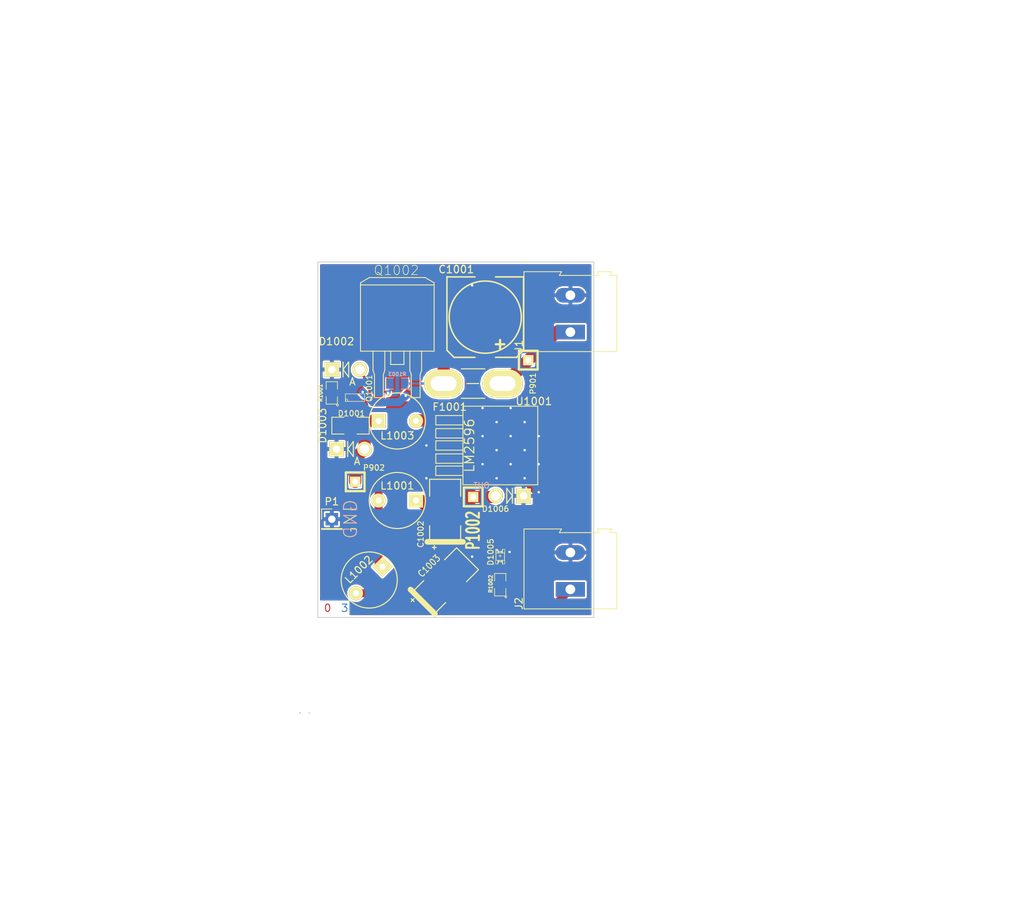
<source format=kicad_pcb>
(kicad_pcb (version 4) (host pcbnew 4.0.5)

  (general
    (links 38)
    (no_connects 0)
    (area 66.802002 20.32 205.740001 144.780001)
    (thickness 1.6)
    (drawings 25)
    (tracks 125)
    (zones 0)
    (modules 24)
    (nets 13)
  )

  (page A)
  (title_block
    (title frankenso-PWR-Supply)
    (date 2017-02-13)
    (rev R0.1)
    (company http://rusefi.com/)
  )

  (layers
    (0 F.Cu signal)
    (31 B.Cu signal)
    (32 B.Adhes user)
    (33 F.Adhes user)
    (34 B.Paste user)
    (35 F.Paste user)
    (36 B.SilkS user)
    (37 F.SilkS user)
    (38 B.Mask user)
    (39 F.Mask user)
    (40 Dwgs.User user)
    (41 Cmts.User user)
    (42 Eco1.User user)
    (43 Eco2.User user)
    (44 Edge.Cuts user)
  )

  (setup
    (last_trace_width 0.1524)
    (user_trace_width 0.1524)
    (user_trace_width 0.2159)
    (user_trace_width 0.3048)
    (user_trace_width 1.0668)
    (user_trace_width 1.651)
    (user_trace_width 1.6764)
    (user_trace_width 2.7178)
    (trace_clearance 0.1524)
    (zone_clearance 0.2159)
    (zone_45_only no)
    (trace_min 0.1524)
    (segment_width 0.127)
    (edge_width 0.127)
    (via_size 0.6858)
    (via_drill 0.3302)
    (via_min_size 0)
    (via_min_drill 0.3302)
    (user_via 0.6858 0.3302)
    (user_via 0.78994 0.43434)
    (user_via 1.54178 1.18618)
    (uvia_size 0.508)
    (uvia_drill 0.127)
    (uvias_allowed no)
    (uvia_min_size 0.508)
    (uvia_min_drill 0.127)
    (pcb_text_width 0.127)
    (pcb_text_size 1.016 1.016)
    (mod_edge_width 0.254)
    (mod_text_size 0.508 0.508)
    (mod_text_width 0.127)
    (pad_size 1.7272 1.7272)
    (pad_drill 1.143)
    (pad_to_mask_clearance 0.0762)
    (aux_axis_origin 109.855 104.14)
    (visible_elements 7FFFF67F)
    (pcbplotparams
      (layerselection 0x00030_80000001)
      (usegerberextensions true)
      (excludeedgelayer true)
      (linewidth 0.100000)
      (plotframeref false)
      (viasonmask false)
      (mode 1)
      (useauxorigin false)
      (hpglpennumber 1)
      (hpglpenspeed 20)
      (hpglpendiameter 15)
      (hpglpenoverlay 2)
      (psnegative false)
      (psa4output false)
      (plotreference true)
      (plotvalue true)
      (plotinvisibletext false)
      (padsonsilk false)
      (subtractmaskfromsilk false)
      (outputformat 1)
      (mirror false)
      (drillshape 0)
      (scaleselection 1)
      (outputdirectory frankenso_gerbers/))
  )

  (net 0 "")
  (net 1 GND)
  (net 2 "Net-(D1001-Pad1)")
  (net 3 "Net-(D1001-Pad2)")
  (net 4 "Net-(D1005-Pad1)")
  (net 5 /VBAT)
  (net 6 /FB)
  (net 7 /5V-REG)
  (net 8 /Vs1)
  (net 9 /OUT)
  (net 10 /Vin)
  (net 11 /Vf)
  (net 12 /Vs2)

  (net_class Default ""
    (clearance 0.1524)
    (trace_width 0.1524)
    (via_dia 0.6858)
    (via_drill 0.3302)
    (uvia_dia 0.508)
    (uvia_drill 0.127)
    (add_net /5V-REG)
    (add_net /FB)
    (add_net /OUT)
    (add_net /VBAT)
    (add_net /Vf)
    (add_net /Vin)
    (add_net /Vs1)
    (add_net /Vs2)
    (add_net GND)
    (add_net "Net-(D1001-Pad1)")
    (add_net "Net-(D1005-Pad1)")
  )

  (net_class "1A external" ""
    (clearance 0.2159)
    (trace_width 0.3048)
    (via_dia 0.6858)
    (via_drill 0.3302)
    (uvia_dia 0.508)
    (uvia_drill 0.127)
  )

  (net_class "2.5A external" ""
    (clearance 0.2159)
    (trace_width 1.0668)
    (via_dia 0.6858)
    (via_drill 0.3302)
    (uvia_dia 0.508)
    (uvia_drill 0.127)
  )

  (net_class "3.5A external" ""
    (clearance 0.2159)
    (trace_width 1.651)
    (via_dia 1.0922)
    (via_drill 0.6858)
    (uvia_dia 0.508)
    (uvia_drill 0.127)
    (add_net "Net-(D1001-Pad2)")
  )

  (net_class "3.5A external high voltage" ""
    (clearance 1.016)
    (trace_width 1.6764)
    (via_dia 0.6858)
    (via_drill 0.3302)
    (uvia_dia 0.508)
    (uvia_drill 0.127)
  )

  (net_class "5A external" ""
    (clearance 0.2159)
    (trace_width 2.7178)
    (via_dia 1.54178)
    (via_drill 1.18618)
    (uvia_dia 0.508)
    (uvia_drill 0.127)
  )

  (net_class Supply_200V ""
    (clearance 0.3048)
    (trace_width 1.0668)
    (via_dia 0.6858)
    (via_drill 0.3302)
    (uvia_dia 0.508)
    (uvia_drill 0.127)
  )

  (net_class min2_extern_.188A ""
    (clearance 0.1524)
    (trace_width 0.1524)
    (via_dia 0.6858)
    (via_drill 0.3302)
    (uvia_dia 0.508)
    (uvia_drill 0.127)
  )

  (net_class min_extern_.241A ""
    (clearance 0.2159)
    (trace_width 0.2159)
    (via_dia 0.6858)
    (via_drill 0.3302)
    (uvia_dia 0.508)
    (uvia_drill 0.127)
  )

  (module DPAK5 (layer F.Cu) (tedit 5515EC03) (tstamp 533AAE79)
    (at 127.1425 80.7975 270)
    (tags "CMS DPACK")
    (path /52C4CA58)
    (fp_text reference U1001 (at -5.9945 -12.0495 360) (layer F.SilkS)
      (effects (font (size 1.016 1.016) (thickness 0.1524)))
    )
    (fp_text value LM2596 (at 0 -3.302 270) (layer F.SilkS)
      (effects (font (size 1.27 1.27) (thickness 0.1524)))
    )
    (fp_line (start 2.794 -2.413) (end 2.794 1.27) (layer F.SilkS) (width 0.127))
    (fp_line (start 2.794 1.27) (end 4.064 1.27) (layer F.SilkS) (width 0.127))
    (fp_line (start 4.064 1.27) (end 4.064 -2.413) (layer F.SilkS) (width 0.127))
    (fp_line (start 1.143 -2.413) (end 1.143 1.27) (layer F.SilkS) (width 0.127))
    (fp_line (start 1.143 1.27) (end 2.413 1.27) (layer F.SilkS) (width 0.127))
    (fp_line (start 2.413 1.27) (end 2.413 -2.413) (layer F.SilkS) (width 0.127))
    (fp_line (start -0.635 -2.413) (end -0.635 1.27) (layer F.SilkS) (width 0.127))
    (fp_line (start -0.635 1.27) (end 0.635 1.27) (layer F.SilkS) (width 0.127))
    (fp_line (start 0.635 1.27) (end 0.635 -2.413) (layer F.SilkS) (width 0.127))
    (fp_line (start -2.286 -2.413) (end -2.286 1.27) (layer F.SilkS) (width 0.127))
    (fp_line (start -2.286 1.27) (end -1.143 1.27) (layer F.SilkS) (width 0.127))
    (fp_line (start -1.143 1.27) (end -1.016 1.27) (layer F.SilkS) (width 0.127))
    (fp_line (start -1.016 1.27) (end -1.016 -2.413) (layer F.SilkS) (width 0.127))
    (fp_line (start -4.064 -2.413) (end -4.064 1.27) (layer F.SilkS) (width 0.127))
    (fp_line (start -4.064 1.27) (end -2.794 1.27) (layer F.SilkS) (width 0.127))
    (fp_line (start -2.794 1.27) (end -2.794 -2.413) (layer F.SilkS) (width 0.127))
    (fp_line (start -5.334 -2.413) (end 5.334 -2.413) (layer F.SilkS) (width 0.127))
    (fp_line (start 5.334 -2.413) (end 5.334 -12.573) (layer F.SilkS) (width 0.127))
    (fp_line (start 5.334 -12.573) (end -5.334 -12.573) (layer F.SilkS) (width 0.127))
    (fp_line (start -5.334 -12.573) (end -5.334 -2.413) (layer F.SilkS) (width 0.127))
    (pad 1 smd rect (at -3.4036 0 270) (size 1.0668 2.286) (layers F.Cu F.Paste F.Mask)
      (net 5 /VBAT))
    (pad 3 smd rect (at 0 -8.763 270) (size 10.668 8.89) (layers F.Cu F.Paste F.Mask)
      (net 1 GND))
    (pad 3 smd rect (at 0 0 270) (size 1.0668 2.286) (layers F.Cu F.Paste F.Mask)
      (net 1 GND))
    (pad 2 smd rect (at -1.7018 0 270) (size 1.0668 2.286) (layers F.Cu F.Paste F.Mask)
      (net 9 /OUT))
    (pad 4 smd rect (at 1.7018 0 270) (size 1.0668 2.286) (layers F.Cu F.Paste F.Mask)
      (net 6 /FB))
    (pad 5 smd rect (at 3.4036 0 270) (size 1.0668 2.286) (layers F.Cu F.Paste F.Mask)
      (net 1 GND))
    (model smd/dpack_5.wrl
      (at (xyz 0 0 0))
      (scale (xyz 1 1 1))
      (rotate (xyz 0 0 0))
    )
  )

  (module SMDSVP10 (layer F.Cu) (tedit 58A03748) (tstamp 5515EBC5)
    (at 132.588 63.373 90)
    (path /51297942)
    (attr smd)
    (fp_text reference C1001 (at 6.477 -3.937 180) (layer F.SilkS)
      (effects (font (size 1.016 1.00076) (thickness 0.15748)))
    )
    (fp_text value "330uF 35V" (at 0 2.79908 90) (layer F.SilkS) hide
      (effects (font (size 1.016 1.00076) (thickness 0.2032)))
    )
    (fp_line (start -5.461 4.191) (end -5.461 1.397) (layer F.SilkS) (width 0.2032))
    (fp_line (start -5.461 -4.191) (end -5.461 -1.397) (layer F.SilkS) (width 0.2032))
    (fp_line (start 5.461 5.207) (end 5.461 1.397) (layer F.SilkS) (width 0.2032))
    (fp_line (start 5.461 -5.207) (end 5.461 -1.397) (layer F.SilkS) (width 0.2032))
    (fp_text user + (at -3.683 1.905 90) (layer F.SilkS)
      (effects (font (thickness 0.3048)))
    )
    (fp_circle (center 0 0) (end 4.89966 0) (layer F.SilkS) (width 0.2032))
    (fp_line (start 5.4991 -5.19938) (end -4.50088 -5.19938) (layer F.SilkS) (width 0.2032))
    (fp_line (start -4.50088 -5.19938) (end -5.4991 -4.20116) (layer F.SilkS) (width 0.2032))
    (fp_line (start -5.4991 4.20116) (end -4.50088 5.19938) (layer F.SilkS) (width 0.2032))
    (fp_line (start -4.50088 5.19938) (end 5.4991 5.19938) (layer F.SilkS) (width 0.2032))
    (pad 1 smd rect (at -4.39928 0 90) (size 4.39928 1.89992) (layers F.Cu F.Paste F.Mask)
      (net 5 /VBAT))
    (pad 2 smd rect (at 4.30022 0 90) (size 4.39928 1.89992) (layers F.Cu F.Paste F.Mask)
      (net 1 GND))
    (model smd\capacitors\c_elec_10x10_5.wrl
      (at (xyz 0 0 0.001))
      (scale (xyz 1 1 1))
      (rotate (xyz 0 0 180))
    )
  )

  (module SM2512 (layer F.Cu) (tedit 58A036FB) (tstamp 539C2953)
    (at 127.1425 89.6875 90)
    (tags "CMS SM")
    (path /5378A039)
    (attr smd)
    (fp_text reference C1002 (at -3.1495 -3.3175 270) (layer F.SilkS)
      (effects (font (size 0.762 0.762) (thickness 0.127)))
    )
    (fp_text value "220uF 16V" (at 0.89916 0 180) (layer F.SilkS) hide
      (effects (font (size 0.889 0.762) (thickness 0.127)))
    )
    (fp_line (start -3.99956 -2.10058) (end -3.99956 2.10058) (layer F.SilkS) (width 0.14986))
    (fp_text user + (at -4.953 -1.524 90) (layer F.SilkS)
      (effects (font (size 0.7 0.7) (thickness 0.15)))
    )
    (fp_line (start -4.30022 -2.10058) (end -4.30022 2.10058) (layer F.SilkS) (width 0.14986))
    (fp_line (start 4.30022 -2.10058) (end 4.30022 2.10058) (layer F.SilkS) (width 0.14986))
    (fp_line (start 1.99644 2.10566) (end 4.28244 2.10566) (layer F.SilkS) (width 0.14986))
    (fp_line (start 4.28244 -2.10566) (end 1.99644 -2.10566) (layer F.SilkS) (width 0.14986))
    (fp_line (start -1.99898 -2.10566) (end -4.28498 -2.10566) (layer F.SilkS) (width 0.14986))
    (fp_line (start -4.28244 2.10566) (end -1.99644 2.10566) (layer F.SilkS) (width 0.14986))
    (pad 1 smd rect (at -2.99974 0 90) (size 1.99898 2.99974) (layers F.Cu F.Paste F.Mask)
      (net 6 /FB))
    (pad 2 smd rect (at 2.99974 0 90) (size 1.99898 2.99974) (layers F.Cu F.Paste F.Mask)
      (net 1 GND))
    (model smd\chip_smd_pol_wide.wrl
      (at (xyz 0 0 0))
      (scale (xyz 0.35 0.35 0.35))
      (rotate (xyz 0 0 0))
    )
  )

  (module SM2512 (layer F.Cu) (tedit 58A036EA) (tstamp 533AADFF)
    (at 127.1425 99.2125 45)
    (tags "CMS SM")
    (path /53D50AD9)
    (attr smd)
    (fp_text reference C1003 (at -0.082731 -2.992476 225) (layer F.SilkS)
      (effects (font (size 0.889 0.762) (thickness 0.127)))
    )
    (fp_text value "220uF 16V" (at 0.89916 0 135) (layer F.SilkS) hide
      (effects (font (size 0.889 0.762) (thickness 0.127)))
    )
    (fp_line (start -3.99956 -2.10058) (end -3.99956 2.10058) (layer F.SilkS) (width 0.14986))
    (fp_text user + (at -4.939141 -1.347038 45) (layer F.SilkS)
      (effects (font (size 0.7 0.7) (thickness 0.15)))
    )
    (fp_line (start -4.30022 -2.10058) (end -4.30022 2.10058) (layer F.SilkS) (width 0.14986))
    (fp_line (start 4.30022 -2.10058) (end 4.30022 2.10058) (layer F.SilkS) (width 0.14986))
    (fp_line (start 1.99644 2.10566) (end 4.28244 2.10566) (layer F.SilkS) (width 0.14986))
    (fp_line (start 4.28244 -2.10566) (end 1.99644 -2.10566) (layer F.SilkS) (width 0.14986))
    (fp_line (start -1.99898 -2.10566) (end -4.28498 -2.10566) (layer F.SilkS) (width 0.14986))
    (fp_line (start -4.28244 2.10566) (end -1.99644 2.10566) (layer F.SilkS) (width 0.14986))
    (pad 1 smd rect (at -2.99974 0 45) (size 1.99898 2.99974) (layers F.Cu F.Paste F.Mask)
      (net 7 /5V-REG))
    (pad 2 smd rect (at 2.99974 0 45) (size 1.99898 2.99974) (layers F.Cu F.Paste F.Mask)
      (net 1 GND))
    (model smd\chip_smd_pol_wide.wrl
      (at (xyz 0 0 0))
      (scale (xyz 0.35 0.35 0.35))
      (rotate (xyz 0 0 0))
    )
  )

  (module SM0805 (layer F.Cu) (tedit 58A03643) (tstamp 533AAE20)
    (at 134.62 99.695 90)
    (path /512925E9)
    (attr smd)
    (fp_text reference R1002 (at 0.1115 -1.2955 270) (layer F.SilkS)
      (effects (font (size 0.508 0.508) (thickness 0.127)))
    )
    (fp_text value 1k (at 0 0.381 90) (layer F.SilkS) hide
      (effects (font (size 0.50038 0.50038) (thickness 0.10922)))
    )
    (fp_circle (center -1.651 0.762) (end -1.651 0.635) (layer F.SilkS) (width 0.09906))
    (fp_line (start -0.508 0.762) (end -1.524 0.762) (layer F.SilkS) (width 0.09906))
    (fp_line (start -1.524 0.762) (end -1.524 -0.762) (layer F.SilkS) (width 0.09906))
    (fp_line (start -1.524 -0.762) (end -0.508 -0.762) (layer F.SilkS) (width 0.09906))
    (fp_line (start 0.508 -0.762) (end 1.524 -0.762) (layer F.SilkS) (width 0.09906))
    (fp_line (start 1.524 -0.762) (end 1.524 0.762) (layer F.SilkS) (width 0.09906))
    (fp_line (start 1.524 0.762) (end 0.508 0.762) (layer F.SilkS) (width 0.09906))
    (pad 1 smd rect (at -0.9525 0 90) (size 0.889 1.397) (layers F.Cu F.Paste F.Mask)
      (net 6 /FB))
    (pad 2 smd rect (at 0.9525 0 90) (size 0.889 1.397) (layers F.Cu F.Paste F.Mask)
      (net 4 "Net-(D1005-Pad1)"))
    (model smd/chip_cms.wrl
      (at (xyz 0 0 0))
      (scale (xyz 0.1 0.1 0.1))
      (rotate (xyz 0 0 0))
    )
  )

  (module LED-0805 (layer F.Cu) (tedit 58A0364C) (tstamp 533AAE5B)
    (at 134.62 95.885 90)
    (descr "LED 0805 smd package")
    (tags "LED 0805 SMD")
    (path /5129222C)
    (attr smd)
    (fp_text reference D1005 (at 0.6195 -1.2955 90) (layer F.SilkS)
      (effects (font (size 0.762 0.762) (thickness 0.127)))
    )
    (fp_text value LED-grn (at 0 1.27 90) (layer F.SilkS) hide
      (effects (font (size 0.762 0.762) (thickness 0.127)))
    )
    (fp_line (start 0.49784 0.29972) (end 0.49784 0.62484) (layer F.SilkS) (width 0.06604))
    (fp_line (start 0.49784 0.62484) (end 0.99822 0.62484) (layer F.SilkS) (width 0.06604))
    (fp_line (start 0.99822 0.29972) (end 0.99822 0.62484) (layer F.SilkS) (width 0.06604))
    (fp_line (start 0.49784 0.29972) (end 0.99822 0.29972) (layer F.SilkS) (width 0.06604))
    (fp_line (start 0.49784 -0.32258) (end 0.49784 -0.17272) (layer F.SilkS) (width 0.06604))
    (fp_line (start 0.49784 -0.17272) (end 0.7493 -0.17272) (layer F.SilkS) (width 0.06604))
    (fp_line (start 0.7493 -0.32258) (end 0.7493 -0.17272) (layer F.SilkS) (width 0.06604))
    (fp_line (start 0.49784 -0.32258) (end 0.7493 -0.32258) (layer F.SilkS) (width 0.06604))
    (fp_line (start 0.49784 0.17272) (end 0.49784 0.32258) (layer F.SilkS) (width 0.06604))
    (fp_line (start 0.49784 0.32258) (end 0.7493 0.32258) (layer F.SilkS) (width 0.06604))
    (fp_line (start 0.7493 0.17272) (end 0.7493 0.32258) (layer F.SilkS) (width 0.06604))
    (fp_line (start 0.49784 0.17272) (end 0.7493 0.17272) (layer F.SilkS) (width 0.06604))
    (fp_line (start 0.49784 -0.19812) (end 0.49784 0.19812) (layer F.SilkS) (width 0.06604))
    (fp_line (start 0.49784 0.19812) (end 0.6731 0.19812) (layer F.SilkS) (width 0.06604))
    (fp_line (start 0.6731 -0.19812) (end 0.6731 0.19812) (layer F.SilkS) (width 0.06604))
    (fp_line (start 0.49784 -0.19812) (end 0.6731 -0.19812) (layer F.SilkS) (width 0.06604))
    (fp_line (start -0.99822 0.29972) (end -0.99822 0.62484) (layer F.SilkS) (width 0.06604))
    (fp_line (start -0.99822 0.62484) (end -0.49784 0.62484) (layer F.SilkS) (width 0.06604))
    (fp_line (start -0.49784 0.29972) (end -0.49784 0.62484) (layer F.SilkS) (width 0.06604))
    (fp_line (start -0.99822 0.29972) (end -0.49784 0.29972) (layer F.SilkS) (width 0.06604))
    (fp_line (start -0.99822 -0.62484) (end -0.99822 -0.29972) (layer F.SilkS) (width 0.06604))
    (fp_line (start -0.99822 -0.29972) (end -0.49784 -0.29972) (layer F.SilkS) (width 0.06604))
    (fp_line (start -0.49784 -0.62484) (end -0.49784 -0.29972) (layer F.SilkS) (width 0.06604))
    (fp_line (start -0.99822 -0.62484) (end -0.49784 -0.62484) (layer F.SilkS) (width 0.06604))
    (fp_line (start -0.7493 0.17272) (end -0.7493 0.32258) (layer F.SilkS) (width 0.06604))
    (fp_line (start -0.7493 0.32258) (end -0.49784 0.32258) (layer F.SilkS) (width 0.06604))
    (fp_line (start -0.49784 0.17272) (end -0.49784 0.32258) (layer F.SilkS) (width 0.06604))
    (fp_line (start -0.7493 0.17272) (end -0.49784 0.17272) (layer F.SilkS) (width 0.06604))
    (fp_line (start -0.7493 -0.32258) (end -0.7493 -0.17272) (layer F.SilkS) (width 0.06604))
    (fp_line (start -0.7493 -0.17272) (end -0.49784 -0.17272) (layer F.SilkS) (width 0.06604))
    (fp_line (start -0.49784 -0.32258) (end -0.49784 -0.17272) (layer F.SilkS) (width 0.06604))
    (fp_line (start -0.7493 -0.32258) (end -0.49784 -0.32258) (layer F.SilkS) (width 0.06604))
    (fp_line (start -0.6731 -0.19812) (end -0.6731 0.19812) (layer F.SilkS) (width 0.06604))
    (fp_line (start -0.6731 0.19812) (end -0.49784 0.19812) (layer F.SilkS) (width 0.06604))
    (fp_line (start -0.49784 -0.19812) (end -0.49784 0.19812) (layer F.SilkS) (width 0.06604))
    (fp_line (start -0.6731 -0.19812) (end -0.49784 -0.19812) (layer F.SilkS) (width 0.06604))
    (fp_line (start 0 -0.09906) (end 0 0.09906) (layer F.SilkS) (width 0.06604))
    (fp_line (start 0 0.09906) (end 0.19812 0.09906) (layer F.SilkS) (width 0.06604))
    (fp_line (start 0.19812 -0.09906) (end 0.19812 0.09906) (layer F.SilkS) (width 0.06604))
    (fp_line (start 0 -0.09906) (end 0.19812 -0.09906) (layer F.SilkS) (width 0.06604))
    (fp_line (start 0.49784 -0.59944) (end 0.49784 -0.29972) (layer F.SilkS) (width 0.06604))
    (fp_line (start 0.49784 -0.29972) (end 0.79756 -0.29972) (layer F.SilkS) (width 0.06604))
    (fp_line (start 0.79756 -0.59944) (end 0.79756 -0.29972) (layer F.SilkS) (width 0.06604))
    (fp_line (start 0.49784 -0.59944) (end 0.79756 -0.59944) (layer F.SilkS) (width 0.06604))
    (fp_line (start 0.92456 -0.62484) (end 0.92456 -0.39878) (layer F.SilkS) (width 0.06604))
    (fp_line (start 0.92456 -0.39878) (end 0.99822 -0.39878) (layer F.SilkS) (width 0.06604))
    (fp_line (start 0.99822 -0.62484) (end 0.99822 -0.39878) (layer F.SilkS) (width 0.06604))
    (fp_line (start 0.92456 -0.62484) (end 0.99822 -0.62484) (layer F.SilkS) (width 0.06604))
    (fp_line (start 0.52324 0.57404) (end -0.52324 0.57404) (layer F.SilkS) (width 0.1016))
    (fp_line (start -0.49784 -0.57404) (end 0.92456 -0.57404) (layer F.SilkS) (width 0.1016))
    (fp_circle (center 0.84836 -0.44958) (end 0.89916 -0.50038) (layer F.SilkS) (width 0.0508))
    (fp_arc (start 0.99822 0) (end 0.99822 0.34798) (angle 180) (layer F.SilkS) (width 0.1016))
    (fp_arc (start -0.99822 0) (end -0.99822 -0.34798) (angle 180) (layer F.SilkS) (width 0.1016))
    (pad 1 smd rect (at -1.04902 0 90) (size 1.19888 1.19888) (layers F.Cu F.Paste F.Mask)
      (net 4 "Net-(D1005-Pad1)"))
    (pad 2 smd rect (at 1.04902 0 90) (size 1.19888 1.19888) (layers F.Cu F.Paste F.Mask)
      (net 1 GND))
  )

  (module SM0805 (layer F.Cu) (tedit 58A03624) (tstamp 533A9B6E)
    (at 111.76 73.66 90)
    (path /533A08F3)
    (attr smd)
    (fp_text reference R1001 (at 0 -1.524 270) (layer F.SilkS)
      (effects (font (size 0.508 0.508) (thickness 0.127)))
    )
    (fp_text value 39k (at 0 0.381 90) (layer F.SilkS) hide
      (effects (font (size 0.50038 0.50038) (thickness 0.10922)))
    )
    (fp_circle (center -1.651 0.762) (end -1.651 0.635) (layer F.SilkS) (width 0.09906))
    (fp_line (start -0.508 0.762) (end -1.524 0.762) (layer F.SilkS) (width 0.09906))
    (fp_line (start -1.524 0.762) (end -1.524 -0.762) (layer F.SilkS) (width 0.09906))
    (fp_line (start -1.524 -0.762) (end -0.508 -0.762) (layer F.SilkS) (width 0.09906))
    (fp_line (start 0.508 -0.762) (end 1.524 -0.762) (layer F.SilkS) (width 0.09906))
    (fp_line (start 1.524 -0.762) (end 1.524 0.762) (layer F.SilkS) (width 0.09906))
    (fp_line (start 1.524 0.762) (end 0.508 0.762) (layer F.SilkS) (width 0.09906))
    (pad 1 smd rect (at -0.9525 0 90) (size 0.889 1.397) (layers F.Cu F.Paste F.Mask)
      (net 2 "Net-(D1001-Pad1)"))
    (pad 2 smd rect (at 0.9525 0 90) (size 0.889 1.397) (layers F.Cu F.Paste F.Mask)
      (net 1 GND))
    (model smd/chip_cms.wrl
      (at (xyz 0 0 0))
      (scale (xyz 0.1 0.1 0.1))
      (rotate (xyz 0 0 0))
    )
  )

  (module SIL-1 (layer F.Cu) (tedit 53EB32D0) (tstamp 533AADCB)
    (at 130.9525 87.7825)
    (descr "Connecteurs 1 pin")
    (tags "CONN DEV")
    (path /519D13C2)
    (fp_text reference P1002 (at -0.0155 4.5465 90) (layer F.SilkS)
      (effects (font (size 1.72974 1.08712) (thickness 0.27178)))
    )
    (fp_text value CONN_1 (at 0 -2.54) (layer F.SilkS) hide
      (effects (font (size 1.524 1.016) (thickness 0.254)))
    )
    (fp_line (start -1.27 1.27) (end 1.27 1.27) (layer F.SilkS) (width 0.3175))
    (fp_line (start -1.27 -1.27) (end 1.27 -1.27) (layer F.SilkS) (width 0.3175))
    (fp_line (start -1.27 1.27) (end -1.27 -1.27) (layer F.SilkS) (width 0.3048))
    (fp_line (start 1.27 -1.27) (end 1.27 1.27) (layer F.SilkS) (width 0.3048))
    (pad 1 thru_hole rect (at 0 0) (size 1.397 1.397) (drill 0.8128) (layers *.Cu *.Mask F.SilkS)
      (net 9 /OUT))
  )

  (module SM1206 (layer F.Cu) (tedit 58A03665) (tstamp 533C27B9)
    (at 114.3 78.105)
    (path /533A08FB)
    (attr smd)
    (fp_text reference D1001 (at 0.127 -1.651 180) (layer F.SilkS)
      (effects (font (size 0.762 0.762) (thickness 0.127)))
    )
    (fp_text value 7.5V (at 0 0) (layer F.SilkS) hide
      (effects (font (size 0.762 0.762) (thickness 0.127)))
    )
    (fp_line (start -2.54 -1.143) (end -2.54 1.143) (layer F.SilkS) (width 0.127))
    (fp_line (start -2.54 1.143) (end -0.889 1.143) (layer F.SilkS) (width 0.127))
    (fp_line (start 0.889 -1.143) (end 2.54 -1.143) (layer F.SilkS) (width 0.127))
    (fp_line (start 2.54 -1.143) (end 2.54 1.143) (layer F.SilkS) (width 0.127))
    (fp_line (start 2.54 1.143) (end 0.889 1.143) (layer F.SilkS) (width 0.127))
    (fp_line (start -0.889 -1.143) (end -2.54 -1.143) (layer F.SilkS) (width 0.127))
    (pad 1 smd rect (at -1.651 0) (size 1.524 2.032) (layers F.Cu F.Paste F.Mask)
      (net 2 "Net-(D1001-Pad1)"))
    (pad 2 smd rect (at 1.651 0) (size 1.524 2.032) (layers F.Cu F.Paste F.Mask)
      (net 3 "Net-(D1001-Pad2)"))
    (model smd/chip_cms.wrl
      (at (xyz 0 0 0))
      (scale (xyz 0.17 0.16 0.16))
      (rotate (xyz 0 0 0))
    )
  )

  (module SOT23 (layer F.Cu) (tedit 56C241C4) (tstamp 533BF37F)
    (at 114.935 74.295)
    (tags SOT23)
    (path /52C6272D)
    (fp_text reference Q1001 (at 1.905 -1.27 90) (layer F.SilkS)
      (effects (font (size 0.762 0.762) (thickness 0.11938)))
    )
    (fp_text value 20V (at 0.0635 0) (layer F.SilkS) hide
      (effects (font (size 0.50038 0.50038) (thickness 0.09906)))
    )
    (fp_circle (center -1.17602 0.35052) (end -1.30048 0.44958) (layer F.SilkS) (width 0.07874))
    (fp_line (start 1.27 -0.508) (end 1.27 0.508) (layer F.SilkS) (width 0.07874))
    (fp_line (start -1.3335 -0.508) (end -1.3335 0.508) (layer F.SilkS) (width 0.07874))
    (fp_line (start 1.27 0.508) (end -1.3335 0.508) (layer F.SilkS) (width 0.07874))
    (fp_line (start -1.3335 -0.508) (end 1.27 -0.508) (layer F.SilkS) (width 0.07874))
    (pad 3 smd rect (at 0 -1.09982) (size 0.8001 1.00076) (layers F.Cu F.Paste F.Mask)
      (net 12 /Vs2))
    (pad 2 smd rect (at 0.9525 1.09982) (size 0.8001 1.00076) (layers F.Cu F.Paste F.Mask)
      (net 3 "Net-(D1001-Pad2)"))
    (pad 1 smd rect (at -0.9525 1.09982) (size 0.8001 1.00076) (layers F.Cu F.Paste F.Mask)
      (net 2 "Net-(D1001-Pad1)"))
    (model smd\SOT23_3.wrl
      (at (xyz 0 0 0))
      (scale (xyz 0.4 0.4 0.4))
      (rotate (xyz 0 0 180))
    )
  )

  (module SIL-1 (layer F.Cu) (tedit 53DEE452) (tstamp 53DEF3CB)
    (at 138.43 69.215)
    (descr "Connecteurs 1 pin")
    (tags "CONN DEV")
    (path /53DF5B0B)
    (fp_text reference P901 (at 0.635 3.175 90) (layer F.SilkS)
      (effects (font (size 0.762 0.762) (thickness 0.127)))
    )
    (fp_text value CONN_1 (at 0 -2.54) (layer F.SilkS) hide
      (effects (font (size 1.524 1.016) (thickness 0.254)))
    )
    (fp_line (start -1.27 1.27) (end 1.27 1.27) (layer F.SilkS) (width 0.3175))
    (fp_line (start -1.27 -1.27) (end 1.27 -1.27) (layer F.SilkS) (width 0.3175))
    (fp_line (start -1.27 1.27) (end -1.27 -1.27) (layer F.SilkS) (width 0.3048))
    (fp_line (start 1.27 -1.27) (end 1.27 1.27) (layer F.SilkS) (width 0.3048))
    (pad 1 thru_hole rect (at 0 0) (size 1.397 1.397) (drill 0.8128) (layers *.Cu *.Mask F.SilkS)
      (net 10 /Vin))
  )

  (module SIL-1 (layer F.Cu) (tedit 56C24233) (tstamp 53DEF3D4)
    (at 114.935 85.725)
    (descr "Connecteurs 1 pin")
    (tags "CONN DEV")
    (path /53DF5B1A)
    (fp_text reference P902 (at 2.54 -1.905 180) (layer F.SilkS)
      (effects (font (size 0.762 0.762) (thickness 0.127)))
    )
    (fp_text value CONN_1 (at 0 -2.54) (layer F.SilkS) hide
      (effects (font (size 1.524 1.016) (thickness 0.254)))
    )
    (fp_line (start -1.27 1.27) (end 1.27 1.27) (layer F.SilkS) (width 0.3175))
    (fp_line (start -1.27 -1.27) (end 1.27 -1.27) (layer F.SilkS) (width 0.3175))
    (fp_line (start -1.27 1.27) (end -1.27 -1.27) (layer F.SilkS) (width 0.3048))
    (fp_line (start 1.27 -1.27) (end 1.27 1.27) (layer F.SilkS) (width 0.3048))
    (pad 1 thru_hole rect (at 0 0) (size 1.397 1.397) (drill 0.8128) (layers *.Cu *.Mask F.SilkS)
      (net 3 "Net-(D1001-Pad2)"))
  )

  (module SM0805 (layer B.Cu) (tedit 58A03674) (tstamp 560DBA57)
    (at 120.65 72.39 180)
    (path /560A5E1C)
    (attr smd)
    (fp_text reference R1003 (at 0 1.27 180) (layer B.SilkS)
      (effects (font (size 0.50038 0.50038) (thickness 0.10922)) (justify mirror))
    )
    (fp_text value 100k (at 0 -0.381 180) (layer B.SilkS) hide
      (effects (font (size 0.50038 0.50038) (thickness 0.10922)) (justify mirror))
    )
    (fp_circle (center -1.651 -0.762) (end -1.651 -0.635) (layer B.SilkS) (width 0.09906))
    (fp_line (start -0.508 -0.762) (end -1.524 -0.762) (layer B.SilkS) (width 0.09906))
    (fp_line (start -1.524 -0.762) (end -1.524 0.762) (layer B.SilkS) (width 0.09906))
    (fp_line (start -1.524 0.762) (end -0.508 0.762) (layer B.SilkS) (width 0.09906))
    (fp_line (start 0.508 0.762) (end 1.524 0.762) (layer B.SilkS) (width 0.09906))
    (fp_line (start 1.524 0.762) (end 1.524 -0.762) (layer B.SilkS) (width 0.09906))
    (fp_line (start 1.524 -0.762) (end 0.508 -0.762) (layer B.SilkS) (width 0.09906))
    (pad 1 smd rect (at -0.9525 0 180) (size 0.889 1.397) (layers B.Cu B.Paste B.Mask)
      (net 11 /Vf))
    (pad 2 smd rect (at 0.9525 0 180) (size 0.889 1.397) (layers B.Cu B.Paste B.Mask)
      (net 8 /Vs1))
    (model smd/chip_cms.wrl
      (at (xyz 0 0 0))
      (scale (xyz 0.1 0.1 0.1))
      (rotate (xyz 0 0 0))
    )
  )

  (module m-pad-2.1-TO-263AB (layer F.Cu) (tedit 58A0373F) (tstamp 560DB876)
    (at 120.65 63.5)
    (descr "FAIRCHILD'S TO-263AB/D2PAK PACKAGE DIMENSIONS")
    (tags "FAIRCHILD'S TO-263AB/D2PAK PACKAGE DIMENSIONS")
    (path /56093CF9)
    (attr smd)
    (fp_text reference Q1002 (at -0.127 -6.477) (layer F.SilkS)
      (effects (font (size 1.27 1.27) (thickness 0.0889)))
    )
    (fp_text value 200V (at 6.86308 -0.30988 270) (layer F.SilkS) hide
      (effects (font (size 1.27 1.27) (thickness 0.0889)))
    )
    (fp_line (start -4.99872 4.49834) (end -3.29946 4.49834) (layer F.SilkS) (width 0.127))
    (fp_line (start -3.29946 4.49834) (end -1.69926 4.49834) (layer F.SilkS) (width 0.127))
    (fp_line (start -1.69926 4.49834) (end -0.89916 4.49834) (layer F.SilkS) (width 0.127))
    (fp_line (start -0.89916 4.49834) (end 0.89916 4.49834) (layer F.SilkS) (width 0.127))
    (fp_line (start 0.89916 4.49834) (end 1.69926 4.49834) (layer F.SilkS) (width 0.127))
    (fp_line (start 1.69926 4.49834) (end 3.29946 4.49834) (layer F.SilkS) (width 0.127))
    (fp_line (start 3.29946 4.49834) (end 4.99872 4.49834) (layer F.SilkS) (width 0.127))
    (fp_line (start 4.99872 4.49834) (end 4.99872 -4.49834) (layer F.SilkS) (width 0.127))
    (fp_line (start 4.99872 -4.49834) (end -4.99872 -4.49834) (layer F.SilkS) (width 0.127))
    (fp_line (start -4.99872 -4.49834) (end -4.99872 4.49834) (layer F.SilkS) (width 0.127))
    (fp_line (start -4.99872 -4.49834) (end -4.99872 -4.79044) (layer F.SilkS) (width 0.127))
    (fp_line (start -4.99872 -4.79044) (end -3.79222 -5.4991) (layer F.SilkS) (width 0.127))
    (fp_line (start -3.79222 -5.4991) (end 3.79222 -5.4991) (layer F.SilkS) (width 0.127))
    (fp_line (start 3.79222 -5.4991) (end 4.99872 -4.79044) (layer F.SilkS) (width 0.127))
    (fp_line (start 4.99872 -4.79044) (end 4.99872 -4.49834) (layer F.SilkS) (width 0.127))
    (fp_line (start -0.89916 4.49834) (end -0.89916 6.2992) (layer F.SilkS) (width 0.127))
    (fp_line (start -0.89916 6.2992) (end 0.89916 6.2992) (layer F.SilkS) (width 0.127))
    (fp_line (start 0.89916 6.2992) (end 0.89916 4.49834) (layer F.SilkS) (width 0.127))
    (fp_line (start -3.29946 4.49834) (end -3.29946 7.0993) (layer F.SilkS) (width 0.127))
    (fp_line (start -3.29946 7.0993) (end -3.0988 7.69874) (layer F.SilkS) (width 0.127))
    (fp_line (start -3.0988 7.69874) (end -3.0988 10.79754) (layer F.SilkS) (width 0.127))
    (fp_line (start -3.0988 10.79754) (end -1.89992 10.79754) (layer F.SilkS) (width 0.127))
    (fp_line (start -1.89992 10.79754) (end -1.89992 7.69874) (layer F.SilkS) (width 0.127))
    (fp_line (start -1.89992 7.69874) (end -1.69926 7.0993) (layer F.SilkS) (width 0.127))
    (fp_line (start -1.69926 7.0993) (end -1.69926 4.49834) (layer F.SilkS) (width 0.127))
    (fp_line (start 1.69926 4.49834) (end 1.69926 7.0993) (layer F.SilkS) (width 0.127))
    (fp_line (start 1.69926 7.0993) (end 1.89992 7.69874) (layer F.SilkS) (width 0.127))
    (fp_line (start 1.89992 7.69874) (end 1.89992 10.79754) (layer F.SilkS) (width 0.127))
    (fp_line (start 1.89992 10.79754) (end 3.0988 10.79754) (layer F.SilkS) (width 0.127))
    (fp_line (start 3.0988 10.79754) (end 3.0988 7.69874) (layer F.SilkS) (width 0.127))
    (fp_line (start 3.0988 7.69874) (end 3.29946 7.0993) (layer F.SilkS) (width 0.127))
    (fp_line (start 3.29946 7.0993) (end 3.29946 4.49834) (layer F.SilkS) (width 0.127))
    (pad 2 smd rect (at 0 0) (size 9.99998 8.99922) (layers F.Cu F.Paste F.Mask)
      (net 11 /Vf))
    (pad 1 smd rect (at -2.49936 9.99998) (size 1.4986 3.99796) (layers F.Cu F.Paste F.Mask)
      (net 8 /Vs1))
    (pad 3 smd rect (at 2.49936 9.99998) (size 1.4986 3.99796) (layers F.Cu F.Paste F.Mask)
      (net 12 /Vs2))
  )

  (module Diode_DO-41_SOD81_Vertical_AnodeUp (layer F.Cu) (tedit 56C2421C) (tstamp 56C21BD9)
    (at 111.76 70.485)
    (descr "Diode, DO-41, SOD81, Vertical, Anode Up,")
    (tags "Diode, DO-41, SOD81, Vertical, Anode Up, 1N4007, SB140,")
    (path /560A5DFC)
    (fp_text reference D1002 (at 0.635 -3.81) (layer F.SilkS)
      (effects (font (size 1 1) (thickness 0.15)))
    )
    (fp_text value 14V (at 1.905 -1.905) (layer F.Fab)
      (effects (font (size 1 1) (thickness 0.15)))
    )
    (fp_text user A (at 2.794 1.651) (layer F.SilkS)
      (effects (font (size 1 1) (thickness 0.15)))
    )
    (fp_line (start 1.524 0) (end 2.286 1.016) (layer F.SilkS) (width 0.15))
    (fp_line (start 1.524 0) (end 2.286 -1.016) (layer F.SilkS) (width 0.15))
    (fp_line (start 1.524 -1.016) (end 1.524 1.016) (layer F.SilkS) (width 0.15))
    (fp_line (start 2.286 -1.016) (end 2.286 1.016) (layer F.SilkS) (width 0.15))
    (pad 2 thru_hole circle (at 3.81 0) (size 1.99898 1.99898) (drill 1.27) (layers *.Cu *.Mask F.SilkS)
      (net 8 /Vs1))
    (pad 1 thru_hole rect (at 0 0) (size 1.99898 1.99898) (drill 1.00076) (layers *.Cu *.Mask F.SilkS)
      (net 1 GND))
  )

  (module Diode_DO-41_SOD81_Vertical_AnodeUp (layer F.Cu) (tedit 56C24214) (tstamp 56C21BE3)
    (at 112.395 81.28)
    (descr "Diode, DO-41, SOD81, Vertical, Anode Up,")
    (tags "Diode, DO-41, SOD81, Vertical, Anode Up, 1N4007, SB140,")
    (path /560C6855)
    (fp_text reference D1003 (at -1.905 -3.175 90) (layer F.SilkS)
      (effects (font (size 1 1) (thickness 0.15)))
    )
    (fp_text value 24V (at 1.905 3.175) (layer F.Fab) hide
      (effects (font (size 1 1) (thickness 0.15)))
    )
    (fp_text user A (at 2.794 1.651) (layer F.SilkS)
      (effects (font (size 1 1) (thickness 0.15)))
    )
    (fp_line (start 1.524 0) (end 2.286 1.016) (layer F.SilkS) (width 0.15))
    (fp_line (start 1.524 0) (end 2.286 -1.016) (layer F.SilkS) (width 0.15))
    (fp_line (start 1.524 -1.016) (end 1.524 1.016) (layer F.SilkS) (width 0.15))
    (fp_line (start 2.286 -1.016) (end 2.286 1.016) (layer F.SilkS) (width 0.15))
    (pad 2 thru_hole circle (at 3.81 0) (size 1.99898 1.99898) (drill 1.27) (layers *.Cu *.Mask F.SilkS)
      (net 3 "Net-(D1001-Pad2)"))
    (pad 1 thru_hole rect (at 0 0) (size 1.99898 1.99898) (drill 1.00076) (layers *.Cu *.Mask F.SilkS)
      (net 1 GND))
  )

  (module Diode_DO-41_SOD81_Vertical_AnodeUp (layer F.Cu) (tedit 58A0406B) (tstamp 56C21BED)
    (at 137.795 87.63 180)
    (descr "Diode, DO-41, SOD81, Vertical, Anode Up,")
    (tags "Diode, DO-41, SOD81, Vertical, Anode Up, 1N4007, SB140,")
    (path /533B6631)
    (fp_text reference D1006 (at 3.81 -1.778 180) (layer F.SilkS)
      (effects (font (size 0.762 0.762) (thickness 0.127)))
    )
    (fp_text value DIODESCH (at 0.05 -2 180) (layer F.Fab) hide
      (effects (font (size 1 1) (thickness 0.15)))
    )
    (fp_text user A (at 2.794 1.651 180) (layer F.SilkS) hide
      (effects (font (size 1 1) (thickness 0.15)))
    )
    (fp_line (start 1.524 0) (end 2.286 1.016) (layer F.SilkS) (width 0.15))
    (fp_line (start 1.524 0) (end 2.286 -1.016) (layer F.SilkS) (width 0.15))
    (fp_line (start 1.524 -1.016) (end 1.524 1.016) (layer F.SilkS) (width 0.15))
    (fp_line (start 2.286 -1.016) (end 2.286 1.016) (layer F.SilkS) (width 0.15))
    (pad 2 thru_hole circle (at 3.81 0 180) (size 1.99898 1.99898) (drill 1.27) (layers *.Cu *.Mask F.SilkS)
      (net 9 /OUT))
    (pad 1 thru_hole rect (at 0 0 180) (size 1.99898 1.99898) (drill 1.00076) (layers *.Cu *.Mask F.SilkS)
      (net 1 GND))
  )

  (module INDUCTOR_V (layer F.Cu) (tedit 0) (tstamp 56C21BF7)
    (at 120.65 88.265 180)
    (descr "Inductor (vertical)")
    (tags INDUCTOR)
    (path /56C8D544)
    (fp_text reference L1001 (at 0 1.99898 180) (layer F.SilkS)
      (effects (font (size 1 1) (thickness 0.15)))
    )
    (fp_text value 68uH (at 0.09906 -1.99898 180) (layer F.Fab)
      (effects (font (size 1 1) (thickness 0.15)))
    )
    (fp_circle (center 0 0) (end 3.81 0) (layer F.SilkS) (width 0.15))
    (pad 1 thru_hole rect (at -2.54 0 180) (size 1.905 1.905) (drill 0.8128) (layers *.Cu *.Mask F.SilkS)
      (net 9 /OUT))
    (pad 2 thru_hole circle (at 2.54 0 180) (size 1.905 1.905) (drill 0.8128) (layers *.Cu *.Mask F.SilkS)
      (net 6 /FB))
    (model Inductors.3dshapes/INDUCTOR_V.wrl
      (at (xyz 0 0 0))
      (scale (xyz 2 2 2))
      (rotate (xyz 0 0 0))
    )
  )

  (module INDUCTOR_V (layer F.Cu) (tedit 0) (tstamp 56C21BFD)
    (at 116.84 99.06 225)
    (descr "Inductor (vertical)")
    (tags INDUCTOR)
    (path /56C8D61D)
    (fp_text reference L1002 (at 0 1.99898 225) (layer F.SilkS)
      (effects (font (size 1 1) (thickness 0.15)))
    )
    (fp_text value 68uH (at 0.09906 -1.99898 225) (layer F.Fab)
      (effects (font (size 1 1) (thickness 0.15)))
    )
    (fp_circle (center 0 0) (end 3.81 0) (layer F.SilkS) (width 0.15))
    (pad 1 thru_hole rect (at -2.54 0 225) (size 1.905 1.905) (drill 0.8128) (layers *.Cu *.Mask F.SilkS)
      (net 6 /FB))
    (pad 2 thru_hole circle (at 2.54 0 225) (size 1.905 1.905) (drill 0.8128) (layers *.Cu *.Mask F.SilkS)
      (net 7 /5V-REG))
    (model Inductors.3dshapes/INDUCTOR_V.wrl
      (at (xyz 0 0 0))
      (scale (xyz 2 2 2))
      (rotate (xyz 0 0 0))
    )
  )

  (module INDUCTOR_V (layer F.Cu) (tedit 0) (tstamp 56C21C03)
    (at 120.65 77.47)
    (descr "Inductor (vertical)")
    (tags INDUCTOR)
    (path /56A514D5)
    (fp_text reference L1003 (at 0 1.99898) (layer F.SilkS)
      (effects (font (size 1 1) (thickness 0.15)))
    )
    (fp_text value 68uH (at 0.09906 -1.99898) (layer F.Fab)
      (effects (font (size 1 1) (thickness 0.15)))
    )
    (fp_circle (center 0 0) (end 3.81 0) (layer F.SilkS) (width 0.15))
    (pad 1 thru_hole rect (at -2.54 0) (size 1.905 1.905) (drill 0.8128) (layers *.Cu *.Mask F.SilkS)
      (net 3 "Net-(D1001-Pad2)"))
    (pad 2 thru_hole circle (at 2.54 0) (size 1.905 1.905) (drill 0.8128) (layers *.Cu *.Mask F.SilkS)
      (net 5 /VBAT))
    (model Inductors.3dshapes/INDUCTOR_V.wrl
      (at (xyz 0 0 0))
      (scale (xyz 2 2 2))
      (rotate (xyz 0 0 0))
    )
  )

  (module BladeFuse-Mini (layer F.Cu) (tedit 56C23F1E) (tstamp 56C247A8)
    (at 130.937 72.39 180)
    (path /533A8E21)
    (attr smd)
    (fp_text reference F1001 (at 3.175 -3.175 180) (layer F.SilkS)
      (effects (font (size 1 1) (thickness 0.15)))
    )
    (fp_text value 1.5A (at 3.81 3.175 180) (layer F.Fab)
      (effects (font (size 1 1) (thickness 0.15)))
    )
    (fp_line (start -0.75 0) (end 0.85 0) (layer F.SilkS) (width 0.15))
    (fp_line (start 1.6 2) (end -1.6 2) (layer F.SilkS) (width 0.15))
    (fp_line (start -1.6 -2) (end 1.6 -2) (layer F.SilkS) (width 0.15))
    (pad 1 thru_hole oval (at -4 0 180) (size 5.5 3.8) (drill oval 3.5 2) (layers *.Cu *.Mask F.SilkS)
      (net 10 /Vin))
    (pad 2 thru_hole oval (at 4 0 180) (size 5.3 3.8) (drill oval 3.5 2) (layers *.Cu *.Mask F.SilkS)
      (net 11 /Vf))
    (model Fuse_Holders_and_Fuses.3dshapes/BladeFuse-Mini.wrl
      (at (xyz 0 0 0))
      (scale (xyz 0.3937 0.3937 0.3937))
      (rotate (xyz 0 0 0))
    )
  )

  (module Connect:AK300-2 (layer F.Cu) (tedit 58A1B183) (tstamp 58A1BA7F)
    (at 144.145 65.405 90)
    (descr CONNECTOR)
    (tags CONNECTOR)
    (path /58A3B164)
    (fp_text reference J1 (at -1.92 -6.99 90) (layer F.SilkS)
      (effects (font (size 1 1) (thickness 0.15)))
    )
    (fp_text value Screw_Terminal_1x02 (at 2.78 7.75 90) (layer F.Fab) hide
      (effects (font (size 1 1) (thickness 0.15)))
    )
    (fp_line (start -2.65 -6.3) (end -2.65 6.3) (layer F.SilkS) (width 0.12))
    (fp_line (start -2.65 6.3) (end 7.7 6.3) (layer F.SilkS) (width 0.12))
    (fp_line (start 7.7 6.3) (end 7.7 5.35) (layer F.SilkS) (width 0.12))
    (fp_line (start 7.7 5.35) (end 8.2 5.6) (layer F.SilkS) (width 0.12))
    (fp_line (start 8.2 5.6) (end 8.2 3.7) (layer F.SilkS) (width 0.12))
    (fp_line (start 8.2 3.7) (end 8.2 3.65) (layer F.SilkS) (width 0.12))
    (fp_line (start 8.2 3.65) (end 7.7 3.9) (layer F.SilkS) (width 0.12))
    (fp_line (start 7.7 3.9) (end 7.7 -1.5) (layer F.SilkS) (width 0.12))
    (fp_line (start 7.7 -1.5) (end 8.2 -1.2) (layer F.SilkS) (width 0.12))
    (fp_line (start 8.2 -1.2) (end 8.2 -6.3) (layer F.SilkS) (width 0.12))
    (fp_line (start 8.2 -6.3) (end -2.65 -6.3) (layer F.SilkS) (width 0.12))
    (fp_line (start 8.36 -6.47) (end -2.83 -6.47) (layer F.CrtYd) (width 0.05))
    (fp_line (start 8.36 6.47) (end 8.36 -6.47) (layer F.CrtYd) (width 0.05))
    (fp_line (start -2.83 6.47) (end 8.36 6.47) (layer F.CrtYd) (width 0.05))
    (fp_line (start -2.83 -6.47) (end -2.83 6.47) (layer F.CrtYd) (width 0.05))
    (fp_line (start -1.26 2.54) (end 1.28 2.54) (layer F.Fab) (width 0.1))
    (fp_line (start 1.28 2.54) (end 1.28 -0.25) (layer F.Fab) (width 0.1))
    (fp_line (start -1.26 -0.25) (end 1.28 -0.25) (layer F.Fab) (width 0.1))
    (fp_line (start -1.26 2.54) (end -1.26 -0.25) (layer F.Fab) (width 0.1))
    (fp_line (start 3.74 2.54) (end 6.28 2.54) (layer F.Fab) (width 0.1))
    (fp_line (start 6.28 2.54) (end 6.28 -0.25) (layer F.Fab) (width 0.1))
    (fp_line (start 3.74 -0.25) (end 6.28 -0.25) (layer F.Fab) (width 0.1))
    (fp_line (start 3.74 2.54) (end 3.74 -0.25) (layer F.Fab) (width 0.1))
    (fp_line (start 7.61 -6.22) (end 7.61 -3.17) (layer F.Fab) (width 0.1))
    (fp_line (start 7.61 -6.22) (end -2.58 -6.22) (layer F.Fab) (width 0.1))
    (fp_line (start 7.61 -6.22) (end 8.11 -6.22) (layer F.Fab) (width 0.1))
    (fp_line (start 8.11 -6.22) (end 8.11 -1.4) (layer F.Fab) (width 0.1))
    (fp_line (start 8.11 -1.4) (end 7.61 -1.65) (layer F.Fab) (width 0.1))
    (fp_line (start 8.11 5.46) (end 7.61 5.21) (layer F.Fab) (width 0.1))
    (fp_line (start 7.61 5.21) (end 7.61 6.22) (layer F.Fab) (width 0.1))
    (fp_line (start 8.11 3.81) (end 7.61 4.06) (layer F.Fab) (width 0.1))
    (fp_line (start 7.61 4.06) (end 7.61 5.21) (layer F.Fab) (width 0.1))
    (fp_line (start 8.11 3.81) (end 8.11 5.46) (layer F.Fab) (width 0.1))
    (fp_line (start 2.98 6.22) (end 2.98 4.32) (layer F.Fab) (width 0.1))
    (fp_line (start 7.05 -0.25) (end 7.05 4.32) (layer F.Fab) (width 0.1))
    (fp_line (start 2.98 6.22) (end 7.05 6.22) (layer F.Fab) (width 0.1))
    (fp_line (start 7.05 6.22) (end 7.61 6.22) (layer F.Fab) (width 0.1))
    (fp_line (start 2.04 6.22) (end 2.04 4.32) (layer F.Fab) (width 0.1))
    (fp_line (start 2.04 6.22) (end 2.98 6.22) (layer F.Fab) (width 0.1))
    (fp_line (start -2.02 -0.25) (end -2.02 4.32) (layer F.Fab) (width 0.1))
    (fp_line (start -2.58 6.22) (end -2.02 6.22) (layer F.Fab) (width 0.1))
    (fp_line (start -2.02 6.22) (end 2.04 6.22) (layer F.Fab) (width 0.1))
    (fp_line (start 2.98 4.32) (end 7.05 4.32) (layer F.Fab) (width 0.1))
    (fp_line (start 2.98 4.32) (end 2.98 -0.25) (layer F.Fab) (width 0.1))
    (fp_line (start 7.05 4.32) (end 7.05 6.22) (layer F.Fab) (width 0.1))
    (fp_line (start 2.04 4.32) (end -2.02 4.32) (layer F.Fab) (width 0.1))
    (fp_line (start 2.04 4.32) (end 2.04 -0.25) (layer F.Fab) (width 0.1))
    (fp_line (start -2.02 4.32) (end -2.02 6.22) (layer F.Fab) (width 0.1))
    (fp_line (start 6.67 3.68) (end 6.67 0.51) (layer F.Fab) (width 0.1))
    (fp_line (start 6.67 3.68) (end 3.36 3.68) (layer F.Fab) (width 0.1))
    (fp_line (start 3.36 3.68) (end 3.36 0.51) (layer F.Fab) (width 0.1))
    (fp_line (start 1.66 3.68) (end 1.66 0.51) (layer F.Fab) (width 0.1))
    (fp_line (start 1.66 3.68) (end -1.64 3.68) (layer F.Fab) (width 0.1))
    (fp_line (start -1.64 3.68) (end -1.64 0.51) (layer F.Fab) (width 0.1))
    (fp_line (start -1.64 0.51) (end -1.26 0.51) (layer F.Fab) (width 0.1))
    (fp_line (start 1.66 0.51) (end 1.28 0.51) (layer F.Fab) (width 0.1))
    (fp_line (start 3.36 0.51) (end 3.74 0.51) (layer F.Fab) (width 0.1))
    (fp_line (start 6.67 0.51) (end 6.28 0.51) (layer F.Fab) (width 0.1))
    (fp_line (start -2.58 6.22) (end -2.58 -0.64) (layer F.Fab) (width 0.1))
    (fp_line (start -2.58 -0.64) (end -2.58 -3.17) (layer F.Fab) (width 0.1))
    (fp_line (start 7.61 -1.65) (end 7.61 -0.64) (layer F.Fab) (width 0.1))
    (fp_line (start 7.61 -0.64) (end 7.61 4.06) (layer F.Fab) (width 0.1))
    (fp_line (start -2.58 -3.17) (end 7.61 -3.17) (layer F.Fab) (width 0.1))
    (fp_line (start -2.58 -3.17) (end -2.58 -6.22) (layer F.Fab) (width 0.1))
    (fp_line (start 7.61 -3.17) (end 7.61 -1.65) (layer F.Fab) (width 0.1))
    (fp_line (start 2.98 -3.43) (end 2.98 -5.97) (layer F.Fab) (width 0.1))
    (fp_line (start 2.98 -5.97) (end 7.05 -5.97) (layer F.Fab) (width 0.1))
    (fp_line (start 7.05 -5.97) (end 7.05 -3.43) (layer F.Fab) (width 0.1))
    (fp_line (start 7.05 -3.43) (end 2.98 -3.43) (layer F.Fab) (width 0.1))
    (fp_line (start 2.04 -3.43) (end 2.04 -5.97) (layer F.Fab) (width 0.1))
    (fp_line (start 2.04 -3.43) (end -2.02 -3.43) (layer F.Fab) (width 0.1))
    (fp_line (start -2.02 -3.43) (end -2.02 -5.97) (layer F.Fab) (width 0.1))
    (fp_line (start 2.04 -5.97) (end -2.02 -5.97) (layer F.Fab) (width 0.1))
    (fp_line (start 3.39 -4.45) (end 6.44 -5.08) (layer F.Fab) (width 0.1))
    (fp_line (start 3.52 -4.32) (end 6.56 -4.95) (layer F.Fab) (width 0.1))
    (fp_line (start -1.62 -4.45) (end 1.44 -5.08) (layer F.Fab) (width 0.1))
    (fp_line (start -1.49 -4.32) (end 1.56 -4.95) (layer F.Fab) (width 0.1))
    (fp_line (start -2.02 -0.25) (end -1.64 -0.25) (layer F.Fab) (width 0.1))
    (fp_line (start 2.04 -0.25) (end 1.66 -0.25) (layer F.Fab) (width 0.1))
    (fp_line (start 1.66 -0.25) (end -1.64 -0.25) (layer F.Fab) (width 0.1))
    (fp_line (start -2.58 -0.64) (end -1.64 -0.64) (layer F.Fab) (width 0.1))
    (fp_line (start -1.64 -0.64) (end 1.66 -0.64) (layer F.Fab) (width 0.1))
    (fp_line (start 1.66 -0.64) (end 3.36 -0.64) (layer F.Fab) (width 0.1))
    (fp_line (start 7.61 -0.64) (end 6.67 -0.64) (layer F.Fab) (width 0.1))
    (fp_line (start 6.67 -0.64) (end 3.36 -0.64) (layer F.Fab) (width 0.1))
    (fp_line (start 7.05 -0.25) (end 6.67 -0.25) (layer F.Fab) (width 0.1))
    (fp_line (start 2.98 -0.25) (end 3.36 -0.25) (layer F.Fab) (width 0.1))
    (fp_line (start 3.36 -0.25) (end 6.67 -0.25) (layer F.Fab) (width 0.1))
    (fp_arc (start 6.03 -4.59) (end 6.54 -5.05) (angle 90.5) (layer F.Fab) (width 0.1))
    (fp_arc (start 5.07 -6.07) (end 6.53 -4.12) (angle 75.5) (layer F.Fab) (width 0.1))
    (fp_arc (start 4.99 -3.71) (end 3.39 -5) (angle 100) (layer F.Fab) (width 0.1))
    (fp_arc (start 3.87 -4.65) (end 3.58 -4.13) (angle 104.2) (layer F.Fab) (width 0.1))
    (fp_arc (start 1.03 -4.59) (end 1.53 -5.05) (angle 90.5) (layer F.Fab) (width 0.1))
    (fp_arc (start 0.06 -6.07) (end 1.53 -4.12) (angle 75.5) (layer F.Fab) (width 0.1))
    (fp_arc (start -0.01 -3.71) (end -1.62 -5) (angle 100) (layer F.Fab) (width 0.1))
    (fp_arc (start -1.13 -4.65) (end -1.42 -4.13) (angle 104.2) (layer F.Fab) (width 0.1))
    (pad 1 thru_hole rect (at 0 0 90) (size 1.98 3.96) (drill 1.32) (layers *.Cu F.Paste F.Mask)
      (net 10 /Vin))
    (pad 2 thru_hole oval (at 5 0 90) (size 1.98 3.96) (drill 1.32) (layers *.Cu F.Paste F.Mask)
      (net 1 GND))
  )

  (module Connect:AK300-2 (layer F.Cu) (tedit 58A1B187) (tstamp 58A1BAE5)
    (at 144.145 100.33 90)
    (descr CONNECTOR)
    (tags CONNECTOR)
    (path /58A3B30A)
    (fp_text reference J2 (at -1.92 -6.99 90) (layer F.SilkS)
      (effects (font (size 1 1) (thickness 0.15)))
    )
    (fp_text value Screw_Terminal_1x02 (at 2.78 7.75 90) (layer F.Fab) hide
      (effects (font (size 1 1) (thickness 0.15)))
    )
    (fp_line (start -2.65 -6.3) (end -2.65 6.3) (layer F.SilkS) (width 0.12))
    (fp_line (start -2.65 6.3) (end 7.7 6.3) (layer F.SilkS) (width 0.12))
    (fp_line (start 7.7 6.3) (end 7.7 5.35) (layer F.SilkS) (width 0.12))
    (fp_line (start 7.7 5.35) (end 8.2 5.6) (layer F.SilkS) (width 0.12))
    (fp_line (start 8.2 5.6) (end 8.2 3.7) (layer F.SilkS) (width 0.12))
    (fp_line (start 8.2 3.7) (end 8.2 3.65) (layer F.SilkS) (width 0.12))
    (fp_line (start 8.2 3.65) (end 7.7 3.9) (layer F.SilkS) (width 0.12))
    (fp_line (start 7.7 3.9) (end 7.7 -1.5) (layer F.SilkS) (width 0.12))
    (fp_line (start 7.7 -1.5) (end 8.2 -1.2) (layer F.SilkS) (width 0.12))
    (fp_line (start 8.2 -1.2) (end 8.2 -6.3) (layer F.SilkS) (width 0.12))
    (fp_line (start 8.2 -6.3) (end -2.65 -6.3) (layer F.SilkS) (width 0.12))
    (fp_line (start 8.36 -6.47) (end -2.83 -6.47) (layer F.CrtYd) (width 0.05))
    (fp_line (start 8.36 6.47) (end 8.36 -6.47) (layer F.CrtYd) (width 0.05))
    (fp_line (start -2.83 6.47) (end 8.36 6.47) (layer F.CrtYd) (width 0.05))
    (fp_line (start -2.83 -6.47) (end -2.83 6.47) (layer F.CrtYd) (width 0.05))
    (fp_line (start -1.26 2.54) (end 1.28 2.54) (layer F.Fab) (width 0.1))
    (fp_line (start 1.28 2.54) (end 1.28 -0.25) (layer F.Fab) (width 0.1))
    (fp_line (start -1.26 -0.25) (end 1.28 -0.25) (layer F.Fab) (width 0.1))
    (fp_line (start -1.26 2.54) (end -1.26 -0.25) (layer F.Fab) (width 0.1))
    (fp_line (start 3.74 2.54) (end 6.28 2.54) (layer F.Fab) (width 0.1))
    (fp_line (start 6.28 2.54) (end 6.28 -0.25) (layer F.Fab) (width 0.1))
    (fp_line (start 3.74 -0.25) (end 6.28 -0.25) (layer F.Fab) (width 0.1))
    (fp_line (start 3.74 2.54) (end 3.74 -0.25) (layer F.Fab) (width 0.1))
    (fp_line (start 7.61 -6.22) (end 7.61 -3.17) (layer F.Fab) (width 0.1))
    (fp_line (start 7.61 -6.22) (end -2.58 -6.22) (layer F.Fab) (width 0.1))
    (fp_line (start 7.61 -6.22) (end 8.11 -6.22) (layer F.Fab) (width 0.1))
    (fp_line (start 8.11 -6.22) (end 8.11 -1.4) (layer F.Fab) (width 0.1))
    (fp_line (start 8.11 -1.4) (end 7.61 -1.65) (layer F.Fab) (width 0.1))
    (fp_line (start 8.11 5.46) (end 7.61 5.21) (layer F.Fab) (width 0.1))
    (fp_line (start 7.61 5.21) (end 7.61 6.22) (layer F.Fab) (width 0.1))
    (fp_line (start 8.11 3.81) (end 7.61 4.06) (layer F.Fab) (width 0.1))
    (fp_line (start 7.61 4.06) (end 7.61 5.21) (layer F.Fab) (width 0.1))
    (fp_line (start 8.11 3.81) (end 8.11 5.46) (layer F.Fab) (width 0.1))
    (fp_line (start 2.98 6.22) (end 2.98 4.32) (layer F.Fab) (width 0.1))
    (fp_line (start 7.05 -0.25) (end 7.05 4.32) (layer F.Fab) (width 0.1))
    (fp_line (start 2.98 6.22) (end 7.05 6.22) (layer F.Fab) (width 0.1))
    (fp_line (start 7.05 6.22) (end 7.61 6.22) (layer F.Fab) (width 0.1))
    (fp_line (start 2.04 6.22) (end 2.04 4.32) (layer F.Fab) (width 0.1))
    (fp_line (start 2.04 6.22) (end 2.98 6.22) (layer F.Fab) (width 0.1))
    (fp_line (start -2.02 -0.25) (end -2.02 4.32) (layer F.Fab) (width 0.1))
    (fp_line (start -2.58 6.22) (end -2.02 6.22) (layer F.Fab) (width 0.1))
    (fp_line (start -2.02 6.22) (end 2.04 6.22) (layer F.Fab) (width 0.1))
    (fp_line (start 2.98 4.32) (end 7.05 4.32) (layer F.Fab) (width 0.1))
    (fp_line (start 2.98 4.32) (end 2.98 -0.25) (layer F.Fab) (width 0.1))
    (fp_line (start 7.05 4.32) (end 7.05 6.22) (layer F.Fab) (width 0.1))
    (fp_line (start 2.04 4.32) (end -2.02 4.32) (layer F.Fab) (width 0.1))
    (fp_line (start 2.04 4.32) (end 2.04 -0.25) (layer F.Fab) (width 0.1))
    (fp_line (start -2.02 4.32) (end -2.02 6.22) (layer F.Fab) (width 0.1))
    (fp_line (start 6.67 3.68) (end 6.67 0.51) (layer F.Fab) (width 0.1))
    (fp_line (start 6.67 3.68) (end 3.36 3.68) (layer F.Fab) (width 0.1))
    (fp_line (start 3.36 3.68) (end 3.36 0.51) (layer F.Fab) (width 0.1))
    (fp_line (start 1.66 3.68) (end 1.66 0.51) (layer F.Fab) (width 0.1))
    (fp_line (start 1.66 3.68) (end -1.64 3.68) (layer F.Fab) (width 0.1))
    (fp_line (start -1.64 3.68) (end -1.64 0.51) (layer F.Fab) (width 0.1))
    (fp_line (start -1.64 0.51) (end -1.26 0.51) (layer F.Fab) (width 0.1))
    (fp_line (start 1.66 0.51) (end 1.28 0.51) (layer F.Fab) (width 0.1))
    (fp_line (start 3.36 0.51) (end 3.74 0.51) (layer F.Fab) (width 0.1))
    (fp_line (start 6.67 0.51) (end 6.28 0.51) (layer F.Fab) (width 0.1))
    (fp_line (start -2.58 6.22) (end -2.58 -0.64) (layer F.Fab) (width 0.1))
    (fp_line (start -2.58 -0.64) (end -2.58 -3.17) (layer F.Fab) (width 0.1))
    (fp_line (start 7.61 -1.65) (end 7.61 -0.64) (layer F.Fab) (width 0.1))
    (fp_line (start 7.61 -0.64) (end 7.61 4.06) (layer F.Fab) (width 0.1))
    (fp_line (start -2.58 -3.17) (end 7.61 -3.17) (layer F.Fab) (width 0.1))
    (fp_line (start -2.58 -3.17) (end -2.58 -6.22) (layer F.Fab) (width 0.1))
    (fp_line (start 7.61 -3.17) (end 7.61 -1.65) (layer F.Fab) (width 0.1))
    (fp_line (start 2.98 -3.43) (end 2.98 -5.97) (layer F.Fab) (width 0.1))
    (fp_line (start 2.98 -5.97) (end 7.05 -5.97) (layer F.Fab) (width 0.1))
    (fp_line (start 7.05 -5.97) (end 7.05 -3.43) (layer F.Fab) (width 0.1))
    (fp_line (start 7.05 -3.43) (end 2.98 -3.43) (layer F.Fab) (width 0.1))
    (fp_line (start 2.04 -3.43) (end 2.04 -5.97) (layer F.Fab) (width 0.1))
    (fp_line (start 2.04 -3.43) (end -2.02 -3.43) (layer F.Fab) (width 0.1))
    (fp_line (start -2.02 -3.43) (end -2.02 -5.97) (layer F.Fab) (width 0.1))
    (fp_line (start 2.04 -5.97) (end -2.02 -5.97) (layer F.Fab) (width 0.1))
    (fp_line (start 3.39 -4.45) (end 6.44 -5.08) (layer F.Fab) (width 0.1))
    (fp_line (start 3.52 -4.32) (end 6.56 -4.95) (layer F.Fab) (width 0.1))
    (fp_line (start -1.62 -4.45) (end 1.44 -5.08) (layer F.Fab) (width 0.1))
    (fp_line (start -1.49 -4.32) (end 1.56 -4.95) (layer F.Fab) (width 0.1))
    (fp_line (start -2.02 -0.25) (end -1.64 -0.25) (layer F.Fab) (width 0.1))
    (fp_line (start 2.04 -0.25) (end 1.66 -0.25) (layer F.Fab) (width 0.1))
    (fp_line (start 1.66 -0.25) (end -1.64 -0.25) (layer F.Fab) (width 0.1))
    (fp_line (start -2.58 -0.64) (end -1.64 -0.64) (layer F.Fab) (width 0.1))
    (fp_line (start -1.64 -0.64) (end 1.66 -0.64) (layer F.Fab) (width 0.1))
    (fp_line (start 1.66 -0.64) (end 3.36 -0.64) (layer F.Fab) (width 0.1))
    (fp_line (start 7.61 -0.64) (end 6.67 -0.64) (layer F.Fab) (width 0.1))
    (fp_line (start 6.67 -0.64) (end 3.36 -0.64) (layer F.Fab) (width 0.1))
    (fp_line (start 7.05 -0.25) (end 6.67 -0.25) (layer F.Fab) (width 0.1))
    (fp_line (start 2.98 -0.25) (end 3.36 -0.25) (layer F.Fab) (width 0.1))
    (fp_line (start 3.36 -0.25) (end 6.67 -0.25) (layer F.Fab) (width 0.1))
    (fp_arc (start 6.03 -4.59) (end 6.54 -5.05) (angle 90.5) (layer F.Fab) (width 0.1))
    (fp_arc (start 5.07 -6.07) (end 6.53 -4.12) (angle 75.5) (layer F.Fab) (width 0.1))
    (fp_arc (start 4.99 -3.71) (end 3.39 -5) (angle 100) (layer F.Fab) (width 0.1))
    (fp_arc (start 3.87 -4.65) (end 3.58 -4.13) (angle 104.2) (layer F.Fab) (width 0.1))
    (fp_arc (start 1.03 -4.59) (end 1.53 -5.05) (angle 90.5) (layer F.Fab) (width 0.1))
    (fp_arc (start 0.06 -6.07) (end 1.53 -4.12) (angle 75.5) (layer F.Fab) (width 0.1))
    (fp_arc (start -0.01 -3.71) (end -1.62 -5) (angle 100) (layer F.Fab) (width 0.1))
    (fp_arc (start -1.13 -4.65) (end -1.42 -4.13) (angle 104.2) (layer F.Fab) (width 0.1))
    (pad 1 thru_hole rect (at 0 0 90) (size 1.98 3.96) (drill 1.32) (layers *.Cu F.Paste F.Mask)
      (net 7 /5V-REG))
    (pad 2 thru_hole oval (at 5 0 90) (size 1.98 3.96) (drill 1.32) (layers *.Cu F.Paste F.Mask)
      (net 1 GND))
  )

  (module Pin_Headers:Pin_Header_Straight_1x01_Pitch2.54mm (layer F.Cu) (tedit 58A1B3B7) (tstamp 58A1BFD3)
    (at 111.76 90.805)
    (descr "Through hole straight pin header, 1x01, 2.54mm pitch, single row")
    (tags "Through hole pin header THT 1x01 2.54mm single row")
    (path /58A3BD37)
    (fp_text reference P1 (at 0 -2.39) (layer F.SilkS)
      (effects (font (size 1 1) (thickness 0.15)))
    )
    (fp_text value CONN_1 (at 0 2.39) (layer F.Fab) hide
      (effects (font (size 1 1) (thickness 0.15)))
    )
    (fp_line (start -1.27 -1.27) (end -1.27 1.27) (layer F.Fab) (width 0.1))
    (fp_line (start -1.27 1.27) (end 1.27 1.27) (layer F.Fab) (width 0.1))
    (fp_line (start 1.27 1.27) (end 1.27 -1.27) (layer F.Fab) (width 0.1))
    (fp_line (start 1.27 -1.27) (end -1.27 -1.27) (layer F.Fab) (width 0.1))
    (fp_line (start -1.39 1.27) (end -1.39 1.39) (layer F.SilkS) (width 0.12))
    (fp_line (start -1.39 1.39) (end 1.39 1.39) (layer F.SilkS) (width 0.12))
    (fp_line (start 1.39 1.39) (end 1.39 1.27) (layer F.SilkS) (width 0.12))
    (fp_line (start 1.39 1.27) (end -1.39 1.27) (layer F.SilkS) (width 0.12))
    (fp_line (start -1.39 0) (end -1.39 -1.39) (layer F.SilkS) (width 0.12))
    (fp_line (start -1.39 -1.39) (end 0 -1.39) (layer F.SilkS) (width 0.12))
    (fp_line (start -1.6 -1.6) (end -1.6 1.6) (layer F.CrtYd) (width 0.05))
    (fp_line (start -1.6 1.6) (end 1.6 1.6) (layer F.CrtYd) (width 0.05))
    (fp_line (start 1.6 1.6) (end 1.6 -1.6) (layer F.CrtYd) (width 0.05))
    (fp_line (start 1.6 -1.6) (end -1.6 -1.6) (layer F.CrtYd) (width 0.05))
    (pad 1 thru_hole rect (at 0 0) (size 1.7 1.7) (drill 1) (layers *.Cu *.Mask)
      (net 1 GND))
    (model Pin_Headers.3dshapes/Pin_Header_Straight_1x01_Pitch2.54mm.wrl
      (at (xyz 0 0 0))
      (scale (xyz 1 1 1))
      (rotate (xyz 0 0 90))
    )
  )

  (dimension 48.26 (width 0.127) (layer Dwgs.User)
    (gr_text "48.260 mm" (at 156.337 80.01 270) (layer Dwgs.User)
      (effects (font (size 1.016 1.016) (thickness 0.127)))
    )
    (feature1 (pts (xy 147.955 104.14) (xy 157.099 104.14)))
    (feature2 (pts (xy 147.955 55.88) (xy 157.099 55.88)))
    (crossbar (pts (xy 155.575 55.88) (xy 155.575 104.14)))
    (arrow1a (pts (xy 155.575 104.14) (xy 154.988579 103.013496)))
    (arrow1b (pts (xy 155.575 104.14) (xy 156.161421 103.013496)))
    (arrow2a (pts (xy 155.575 55.88) (xy 154.988579 57.006504)))
    (arrow2b (pts (xy 155.575 55.88) (xy 156.161421 57.006504)))
  )
  (dimension 37.465 (width 0.127) (layer Dwgs.User)
    (gr_text "37.465 mm" (at 128.5875 50.038) (layer Dwgs.User)
      (effects (font (size 1.016 1.016) (thickness 0.127)))
    )
    (feature1 (pts (xy 147.32 55.245) (xy 147.32 49.276)))
    (feature2 (pts (xy 109.855 55.245) (xy 109.855 49.276)))
    (crossbar (pts (xy 109.855 50.8) (xy 147.32 50.8)))
    (arrow1a (pts (xy 147.32 50.8) (xy 146.193496 51.386421)))
    (arrow1b (pts (xy 147.32 50.8) (xy 146.193496 50.213579)))
    (arrow2a (pts (xy 109.855 50.8) (xy 110.981504 51.386421)))
    (arrow2b (pts (xy 109.855 50.8) (xy 110.981504 50.213579)))
  )
  (dimension 37.465 (width 0.127) (layer Dwgs.User)
    (gr_text "1.4750 in" (at 128.5875 51.943) (layer Dwgs.User)
      (effects (font (size 1.016 1.016) (thickness 0.127)))
    )
    (feature1 (pts (xy 147.32 55.245) (xy 147.32 51.181)))
    (feature2 (pts (xy 109.855 55.245) (xy 109.855 51.181)))
    (crossbar (pts (xy 109.855 52.705) (xy 147.32 52.705)))
    (arrow1a (pts (xy 147.32 52.705) (xy 146.193496 53.291421)))
    (arrow1b (pts (xy 147.32 52.705) (xy 146.193496 52.118579)))
    (arrow2a (pts (xy 109.855 52.705) (xy 110.981504 53.291421)))
    (arrow2b (pts (xy 109.855 52.705) (xy 110.981504 52.118579)))
  )
  (dimension 48.26 (width 0.127) (layer Dwgs.User)
    (gr_text "1.9000 in" (at 153.797 80.01 270) (layer Dwgs.User)
      (effects (font (size 1.016 1.016) (thickness 0.127)))
    )
    (feature1 (pts (xy 147.955 104.14) (xy 154.559 104.14)))
    (feature2 (pts (xy 147.955 55.88) (xy 154.559 55.88)))
    (crossbar (pts (xy 153.035 55.88) (xy 153.035 104.14)))
    (arrow1a (pts (xy 153.035 104.14) (xy 152.448579 103.013496)))
    (arrow1b (pts (xy 153.035 104.14) (xy 153.621421 103.013496)))
    (arrow2a (pts (xy 153.035 55.88) (xy 152.448579 57.006504)))
    (arrow2b (pts (xy 153.035 55.88) (xy 153.621421 57.006504)))
  )
  (gr_line (start 147.32 104.14) (end 109.855 104.14) (angle 90) (layer Edge.Cuts) (width 0.127))
  (gr_line (start 147.32 55.88) (end 147.32 104.14) (angle 90) (layer Edge.Cuts) (width 0.127))
  (gr_line (start 109.855 55.88) (end 147.32 55.88) (angle 90) (layer Edge.Cuts) (width 0.127))
  (gr_line (start 109.855 104.14) (end 109.855 55.88) (angle 90) (layer Edge.Cuts) (width 0.127))
  (gr_line (start 97.79 121.539) (end 111.379 104.521) (angle 90) (layer Dwgs.User) (width 0.127))
  (gr_text OUT (at 132.08 86.233) (layer B.SilkS)
    (effects (font (size 0.762 0.762) (thickness 0.127)) (justify mirror))
  )
  (gr_text GND (at 114.3 90.805 90) (layer F.SilkS)
    (effects (font (size 1.778 1.778) (thickness 0.127)))
  )
  (gr_text GND (at 114.3 90.805 90) (layer B.SilkS)
    (effects (font (size 1.778 1.778) (thickness 0.127)) (justify mirror))
  )
  (target plus (at 107.442 117.094) (size 0.005) (width 0.127) (layer Edge.Cuts))
  (gr_text "4 layer board stackup is as follows: \n0 is top min 1 oz copper (1.4 mil)\nmin 6.7 mil prepreg FR4\n1 is GND min 0.5 oz copper (0.7 mil)\nmin 47 mil core FR4\n2 is PWR min 0.5 oz copper (0.7 mil)\nmin 6.7 mil prepreg FR4\n3 is bottom min 1 oz copper (1.4 mil)" (at 82.042 123.444) (layer Dwgs.User)
    (effects (font (size 1.016 1.016) (thickness 0.127)))
  )
  (gr_text "   3" (at 110.617 102.87) (layer B.Cu)
    (effects (font (size 1.016 1.016) (thickness 0.127)) (justify left))
  )
  (gr_text "  2 " (at 80.772 143.51) (layer In2.Cu)
    (effects (font (size 1.016 1.016) (thickness 0.127)) (justify left))
  )
  (gr_text " 1  " (at 80.772 143.51) (layer In1.Cu)
    (effects (font (size 1.016 1.016) (thickness 0.127)) (justify left))
  )
  (gr_text "0   " (at 110.617 102.87) (layer F.Cu)
    (effects (font (size 1.016 1.016) (thickness 0.127)) (justify left))
  )
  (target plus (at 108.712 117.094) (size 0.005) (width 0.127) (layer Edge.Cuts))
  (target plus (at 108.712 117.094) (size 0.005) (width 0.127) (layer Edge.Cuts))
  (target plus (at 108.712 117.094) (size 0.005) (width 0.127) (layer Edge.Cuts))
  (target plus (at 108.712 117.094) (size 0.005) (width 0.127) (layer Edge.Cuts))
  (gr_line (start 125.7455 103.6575) (end 125.8725 103.6575) (angle 90) (layer F.SilkS) (width 0.254))
  (gr_line (start 122.4435 100.3555) (end 125.7455 103.6575) (angle 90) (layer F.SilkS) (width 0.762))
  (gr_line (start 129.5555 93.8785) (end 124.7295 93.8785) (angle 90) (layer F.SilkS) (width 0.762))

  (segment (start 134.62 94.83598) (end 135.47598 94.83598) (width 0.1524) (layer F.Cu) (net 1))
  (via (at 135.89 95.25) (size 0.6858) (drill 0.3302) (layers F.Cu B.Cu) (net 1))
  (segment (start 135.47598 94.83598) (end 135.89 95.25) (width 0.1524) (layer F.Cu) (net 1) (tstamp 58A1C095))
  (segment (start 129.263636 97.091364) (end 129.603636 97.091364) (width 0.1524) (layer F.Cu) (net 1))
  (segment (start 129.603636 97.091364) (end 130.81 95.885) (width 1.0668) (layer F.Cu) (net 1) (tstamp 58A1C08B))
  (via (at 130.81 95.885) (size 0.6858) (drill 0.3302) (layers F.Cu B.Cu) (net 1))
  (segment (start 132.588 59.07278) (end 130.82778 59.07278) (width 0.1524) (layer F.Cu) (net 1))
  (via (at 130.81 59.055) (size 0.6858) (drill 0.3302) (layers F.Cu B.Cu) (net 1))
  (segment (start 130.82778 59.07278) (end 130.81 59.055) (width 0.1524) (layer F.Cu) (net 1) (tstamp 58A1BE18))
  (segment (start 137.9375 81.4325) (end 139.8425 83.3375) (width 1.38176) (layer F.Cu) (net 1) (tstamp 533C2806))
  (via (at 139.8425 83.3375) (size 1.651) (layers F.Cu B.Cu) (net 1))
  (via (at 137.9375 81.4325) (size 1.651) (layers F.Cu B.Cu) (net 1))
  (segment (start 137.9319 77.5969) (end 139.8369 79.5019) (width 1.38176) (layer B.Cu) (net 1) (tstamp 533C2815))
  (segment (start 132.2169 75.6919) (end 136.0269 79.5019) (width 1.38176) (layer B.Cu) (net 1) (tstamp 533C280F))
  (segment (start 132.2169 79.5019) (end 134.1219 77.5969) (width 1.38176) (layer B.Cu) (net 1) (tstamp 533C2809))
  (segment (start 132.2169 83.3119) (end 134.1219 81.4069) (width 1.38176) (layer B.Cu) (net 1) (tstamp 533C2803))
  (segment (start 137.9319 81.4069) (end 136.0269 83.3119) (width 1.38176) (layer B.Cu) (net 1) (tstamp 533C281B))
  (segment (start 127.1425 80.7975) (end 124.6025 80.7975) (width 1.0668) (layer F.Cu) (net 1))
  (via (at 124.6025 80.7975) (size 0.6858) (drill 0.3302) (layers F.Cu B.Cu) (net 1))
  (segment (start 132.2225 79.5275) (end 135.9055 80.7975) (width 1.38176) (layer F.Cu) (net 1) (tstamp 533C282B))
  (segment (start 136.0325 75.7175) (end 132.2225 75.7175) (width 1.38176) (layer F.Cu) (net 1) (tstamp 533C2824))
  (segment (start 136.0325 79.5275) (end 134.1275 77.6225) (width 1.38176) (layer F.Cu) (net 1) (tstamp 533C281E))
  (segment (start 132.2225 83.3375) (end 134.1275 81.4325) (width 1.38176) (layer F.Cu) (net 1) (tstamp 533C2818))
  (segment (start 136.0325 83.3375) (end 134.1275 85.2425) (width 1.38176) (layer F.Cu) (net 1) (tstamp 533C2812))
  (segment (start 137.9375 77.6225) (end 139.8425 79.5275) (width 1.38176) (layer F.Cu) (net 1) (tstamp 533C2800))
  (via (at 132.2225 79.5275) (size 1.651) (layers F.Cu B.Cu) (net 1))
  (via (at 132.2225 75.7175) (size 1.651) (layers F.Cu B.Cu) (net 1))
  (via (at 136.0325 75.7175) (size 1.651) (layers F.Cu B.Cu) (net 1))
  (via (at 134.1275 77.6225) (size 1.651) (layers F.Cu B.Cu) (net 1))
  (via (at 136.0325 79.5275) (size 1.651) (layers F.Cu B.Cu) (net 1))
  (via (at 134.1275 81.4325) (size 1.651) (layers F.Cu B.Cu) (net 1))
  (via (at 132.2225 83.3375) (size 1.651) (layers F.Cu B.Cu) (net 1))
  (via (at 134.1275 85.2425) (size 1.651) (layers F.Cu B.Cu) (net 1))
  (via (at 136.0325 83.3375) (size 1.651) (layers F.Cu B.Cu) (net 1))
  (via (at 137.9375 85.2425) (size 1.651) (layers F.Cu B.Cu) (net 1))
  (via (at 139.8425 79.5275) (size 1.651) (layers F.Cu B.Cu) (net 1))
  (via (at 137.9375 77.6225) (size 1.651) (layers F.Cu B.Cu) (net 1))
  (segment (start 139.8369 87.1219) (end 139.8369 83.3119) (width 1.38176) (layer B.Cu) (net 1) (tstamp 533C2827))
  (segment (start 137.9375 85.2425) (end 139.8425 87.1475) (width 1.38176) (layer F.Cu) (net 1) (tstamp 533C280C))
  (via (at 139.8425 87.1475) (size 1.651) (layers F.Cu B.Cu) (net 1))
  (segment (start 111.76 72.7075) (end 111.76 70.485) (width 0.1524) (layer F.Cu) (net 1))
  (segment (start 129.263636 97.091364) (end 129.263636 97.523636) (width 1.38176) (layer F.Cu) (net 1))
  (segment (start 127.1425 86.68776) (end 125.69724 85.2425) (width 1.38176) (layer F.Cu) (net 1))
  (segment (start 125.69724 85.2425) (end 124.6025 85.2425) (width 1.38176) (layer F.Cu) (net 1) (tstamp 533C2857))
  (segment (start 127.1425 86.68776) (end 127.1425 85.2425) (width 1.38176) (layer F.Cu) (net 1))
  (segment (start 127.1425 85.2425) (end 127.1425 84.2011) (width 1.38176) (layer F.Cu) (net 1) (tstamp 533C27E7))
  (via (at 124.6025 85.2425) (size 1.651) (layers F.Cu B.Cu) (net 1))
  (segment (start 112.649 78.105) (end 112.649 76.72832) (width 0.1524) (layer F.Cu) (net 2))
  (segment (start 112.649 76.72832) (end 113.9825 75.39482) (width 0.1524) (layer F.Cu) (net 2) (tstamp 56C24A18))
  (segment (start 111.76 74.6125) (end 113.20018 74.6125) (width 0.1524) (layer F.Cu) (net 2))
  (segment (start 113.20018 74.6125) (end 113.9825 75.39482) (width 0.1524) (layer F.Cu) (net 2) (tstamp 56C24A14))
  (segment (start 114.935 85.725) (end 114.935 82.55) (width 1.651) (layer F.Cu) (net 3))
  (segment (start 114.935 82.55) (end 116.205 81.28) (width 1.651) (layer F.Cu) (net 3) (tstamp 56C24A33))
  (segment (start 116.205 81.28) (end 116.205 78.359) (width 1.651) (layer F.Cu) (net 3))
  (segment (start 116.205 78.359) (end 115.951 78.105) (width 1.651) (layer F.Cu) (net 3) (tstamp 56C24A30))
  (segment (start 118.11 77.47) (end 116.586 77.47) (width 1.651) (layer F.Cu) (net 3))
  (segment (start 116.586 77.47) (end 115.951 78.105) (width 1.651) (layer F.Cu) (net 3) (tstamp 56C24A08))
  (segment (start 115.8875 75.39482) (end 115.8875 78.0415) (width 1.651) (layer F.Cu) (net 3))
  (segment (start 115.8875 78.0415) (end 115.951 78.105) (width 1.651) (layer F.Cu) (net 3) (tstamp 56C24A05))
  (segment (start 134.62 96.93402) (end 134.62 98.7425) (width 0.1524) (layer F.Cu) (net 4))
  (segment (start 127.1425 77.3939) (end 129.1081 77.3939) (width 1.651) (layer F.Cu) (net 5))
  (segment (start 129.1081 77.3939) (end 130.355599 76.146401) (width 1.651) (layer F.Cu) (net 5))
  (segment (start 130.586368 69.773912) (end 132.588 67.77228) (width 1.651) (layer F.Cu) (net 5))
  (segment (start 130.355599 76.146401) (end 130.355599 74.821387) (width 1.651) (layer F.Cu) (net 5))
  (segment (start 130.355599 74.821387) (end 130.62841 74.548576) (width 1.651) (layer F.Cu) (net 5))
  (segment (start 130.62841 74.548576) (end 130.62841 71.171629) (width 1.651) (layer F.Cu) (net 5))
  (segment (start 130.62841 71.171629) (end 130.586368 71.129587) (width 1.651) (layer F.Cu) (net 5))
  (segment (start 130.586368 71.129587) (end 130.586368 69.773912) (width 1.651) (layer F.Cu) (net 5))
  (segment (start 127.1425 77.3939) (end 123.2661 77.3939) (width 1.651) (layer F.Cu) (net 5))
  (segment (start 123.2661 77.3939) (end 123.19 77.47) (width 1.651) (layer F.Cu) (net 5) (tstamp 56C24A0F))
  (segment (start 132.588 67.77228) (end 132.588 68.79372) (width 1.0668) (layer F.Cu) (net 5) (status 30))
  (segment (start 120.015 92.68724) (end 120.015 92.71) (width 0.1524) (layer F.Cu) (net 6))
  (segment (start 127.9525 100.6475) (end 134.62 100.6475) (width 0.1524) (layer F.Cu) (net 6) (tstamp 58A1C09E))
  (segment (start 120.015 92.71) (end 127.9525 100.6475) (width 0.1524) (layer F.Cu) (net 6) (tstamp 58A1C09D))
  (segment (start 118.11 88.265) (end 118.11 96.737898) (width 1.0668) (layer F.Cu) (net 6))
  (segment (start 118.11 96.737898) (end 118.636051 97.263949) (width 1.0668) (layer F.Cu) (net 6) (tstamp 56C24ABA))
  (segment (start 127.1425 92.68724) (end 120.015 92.68724) (width 1.0668) (layer F.Cu) (net 6))
  (segment (start 120.015 92.68724) (end 119.99224 92.68724) (width 1.0668) (layer F.Cu) (net 6) (tstamp 58A1C09B))
  (segment (start 118.11 90.805) (end 118.11 88.265) (width 1.0668) (layer F.Cu) (net 6) (tstamp 56C24AB7))
  (segment (start 119.99224 92.68724) (end 118.11 90.805) (width 1.0668) (layer F.Cu) (net 6) (tstamp 56C24AB6))
  (segment (start 127.1425 82.4993) (end 121.3357 82.4993) (width 1.0668) (layer F.Cu) (net 6))
  (segment (start 118.11 85.725) (end 118.11 88.265) (width 1.0668) (layer F.Cu) (net 6) (tstamp 56C24AB3))
  (segment (start 121.3357 82.4993) (end 118.11 85.725) (width 1.0668) (layer F.Cu) (net 6) (tstamp 56C24AB2))
  (segment (start 125.021364 101.333636) (end 127.368636 101.333636) (width 1.0668) (layer F.Cu) (net 7))
  (segment (start 142.24 102.235) (end 144.145 100.33) (width 1.0668) (layer F.Cu) (net 7) (tstamp 58A1C0A9))
  (segment (start 128.27 102.235) (end 142.24 102.235) (width 1.0668) (layer F.Cu) (net 7) (tstamp 58A1C0A8))
  (segment (start 127.368636 101.333636) (end 128.27 102.235) (width 1.0668) (layer F.Cu) (net 7) (tstamp 58A1C0A7))
  (segment (start 115.043949 100.856051) (end 124.543779 100.856051) (width 1.0668) (layer F.Cu) (net 7))
  (segment (start 124.543779 100.856051) (end 125.021364 101.333636) (width 1.0668) (layer F.Cu) (net 7) (tstamp 56C24A59))
  (segment (start 115.57 70.485) (end 115.57 70.91934) (width 0.3048) (layer F.Cu) (net 8))
  (segment (start 115.57 70.91934) (end 118.15064 73.49998) (width 0.3048) (layer F.Cu) (net 8) (tstamp 56C24A2A))
  (segment (start 119.6975 72.39) (end 119.6975 73.3425) (width 0.3048) (layer B.Cu) (net 8))
  (segment (start 119.21998 73.49998) (end 118.15064 73.49998) (width 0.3048) (layer F.Cu) (net 8) (tstamp 56C24A02))
  (segment (start 119.38 73.66) (end 119.21998 73.49998) (width 0.3048) (layer F.Cu) (net 8) (tstamp 56C24A01))
  (via (at 119.38 73.66) (size 0.6858) (drill 0.3302) (layers F.Cu B.Cu) (net 8))
  (segment (start 119.6975 73.3425) (end 119.38 73.66) (width 0.3048) (layer B.Cu) (net 8) (tstamp 56C249FF))
  (segment (start 130.9525 87.7825) (end 133.8325 87.7825) (width 1.651) (layer F.Cu) (net 9))
  (segment (start 133.8325 87.7825) (end 133.985 87.63) (width 1.651) (layer F.Cu) (net 9) (tstamp 56C24A44))
  (segment (start 123.19 88.265) (end 123.825 88.265) (width 1.651) (layer F.Cu) (net 9))
  (segment (start 123.825 88.265) (end 124.46 88.9) (width 1.651) (layer F.Cu) (net 9) (tstamp 56C24A3F))
  (segment (start 124.46 88.9) (end 129.835 88.9) (width 1.651) (layer F.Cu) (net 9) (tstamp 56C24A40))
  (segment (start 129.835 88.9) (end 130.9525 87.7825) (width 1.651) (layer F.Cu) (net 9) (tstamp 56C24A41))
  (segment (start 127.1425 79.0957) (end 129.0067 79.0957) (width 1.0668) (layer F.Cu) (net 9))
  (segment (start 129.0067 79.0957) (end 129.921 80.01) (width 1.0668) (layer F.Cu) (net 9) (tstamp 569F6D61))
  (segment (start 129.921 80.01) (end 129.921 86.751) (width 1.651) (layer F.Cu) (net 9) (tstamp 569F6D67))
  (segment (start 129.921 86.751) (end 130.9525 87.7825) (width 1.651) (layer F.Cu) (net 9) (tstamp 569F6D6A))
  (segment (start 144.145 65.405) (end 142.24 65.405) (width 1.651) (layer F.Cu) (net 10))
  (segment (start 142.24 65.405) (end 138.43 69.215) (width 1.651) (layer F.Cu) (net 10) (tstamp 58A1C0CB))
  (segment (start 134.175 72.39) (end 136.271 72.39) (width 1.0668) (layer B.Cu) (net 10))
  (segment (start 135.255 72.39) (end 138.43 69.215) (width 1.6764) (layer F.Cu) (net 10) (tstamp 58A09106))
  (segment (start 121.6025 72.39) (end 126.937 72.39) (width 0.3048) (layer B.Cu) (net 11))
  (segment (start 126.937 72.39) (end 126.937 69.787) (width 1.651) (layer F.Cu) (net 11))
  (segment (start 126.937 69.787) (end 120.65 63.5) (width 1.6764) (layer F.Cu) (net 11) (tstamp 58A0DDB4))
  (segment (start 119.38 63.5) (end 120.65 63.5) (width 1.0668) (layer F.Cu) (net 11) (tstamp 56C24A77))
  (segment (start 119.38 63.5) (end 120.65 63.5) (width 0.3048) (layer F.Cu) (net 11) (tstamp 56C24A25))
  (segment (start 114.935 73.19518) (end 115.61318 73.19518) (width 1.0668) (layer F.Cu) (net 12))
  (segment (start 122.33402 73.49998) (end 123.14936 73.49998) (width 1.0668) (layer F.Cu) (net 12) (tstamp 58A0DF98))
  (segment (start 121.793 74.041) (end 122.33402 73.49998) (width 1.0668) (layer F.Cu) (net 12) (tstamp 58A0DF97))
  (via (at 121.793 74.041) (size 0.6858) (drill 0.3302) (layers F.Cu B.Cu) (net 12))
  (segment (start 120.904 74.93) (end 121.793 74.041) (width 1.0668) (layer B.Cu) (net 12) (tstamp 58A0DF92))
  (segment (start 117.348 74.93) (end 120.904 74.93) (width 1.0668) (layer B.Cu) (net 12) (tstamp 58A0DF91))
  (segment (start 115.951 73.533) (end 117.348 74.93) (width 1.0668) (layer B.Cu) (net 12) (tstamp 58A0DF90))
  (via (at 115.951 73.533) (size 0.6858) (drill 0.3302) (layers F.Cu B.Cu) (net 12))
  (segment (start 115.61318 73.19518) (end 115.951 73.533) (width 1.0668) (layer F.Cu) (net 12) (tstamp 58A0DF86))
  (segment (start 114.935 73.19518) (end 114.935 73.025) (width 0.3048) (layer F.Cu) (net 12))

  (zone (net 1) (net_name GND) (layer F.Cu) (tstamp 52DB43D9) (hatch edge 0.508)
    (connect_pads (clearance 0.254))
    (min_thickness 0.254)
    (fill yes (arc_segments 16) (thermal_gap 0.254) (thermal_bridge_width 0.508))
    (polygon
      (pts
        (xy 198.12 137.16) (xy 104.14 137.16) (xy 104.14 27.94) (xy 198.12 27.94)
      )
    )
    (filled_polygon
      (pts
        (xy 146.8755 103.6955) (xy 114.287904 103.6955) (xy 114.287904 101.986006) (xy 114.777536 102.189319) (xy 115.308035 102.189782)
        (xy 115.798329 101.987197) (xy 116.015453 101.770451) (xy 123.495315 101.770451) (xy 125.1005 103.375636) (xy 125.219122 103.456686)
        (xy 125.369819 103.489377) (xy 125.521362 103.460862) (xy 125.649872 103.375636) (xy 126.777472 102.248036) (xy 126.98988 102.248036)
        (xy 127.623421 102.881578) (xy 127.771748 102.980687) (xy 127.920074 103.079795) (xy 128.27 103.1494) (xy 142.24 103.1494)
        (xy 142.589926 103.079795) (xy 142.886578 102.881578) (xy 144.059693 101.708464) (xy 146.125 101.708464) (xy 146.26619 101.681897)
        (xy 146.395865 101.598454) (xy 146.482859 101.471134) (xy 146.513464 101.32) (xy 146.513464 99.34) (xy 146.486897 99.19881)
        (xy 146.403454 99.069135) (xy 146.276134 98.982141) (xy 146.125 98.951536) (xy 142.165 98.951536) (xy 142.02381 98.978103)
        (xy 141.894135 99.061546) (xy 141.807141 99.188866) (xy 141.776536 99.34) (xy 141.776536 101.32) (xy 141.776649 101.3206)
        (xy 135.623429 101.3206) (xy 135.676359 101.243134) (xy 135.706964 101.092) (xy 135.706964 100.203) (xy 135.680397 100.06181)
        (xy 135.596954 99.932135) (xy 135.469634 99.845141) (xy 135.3185 99.814536) (xy 133.9215 99.814536) (xy 133.78031 99.841103)
        (xy 133.650635 99.924546) (xy 133.563641 100.051866) (xy 133.535608 100.1903) (xy 128.141878 100.1903) (xy 126.041546 98.089968)
        (xy 128.444637 98.089968) (xy 128.444637 98.224672) (xy 129.294462 99.074497) (xy 129.401638 99.181674) (xy 129.541673 99.239678)
        (xy 129.693243 99.239679) (xy 129.833277 99.181675) (xy 130.436457 98.578494) (xy 130.436457 98.443791) (xy 130.290667 98.298)
        (xy 133.533036 98.298) (xy 133.533036 99.187) (xy 133.559603 99.32819) (xy 133.643046 99.457865) (xy 133.770366 99.544859)
        (xy 133.9215 99.575464) (xy 135.3185 99.575464) (xy 135.45969 99.548897) (xy 135.589365 99.465454) (xy 135.676359 99.338134)
        (xy 135.706964 99.187) (xy 135.706964 98.298) (xy 135.680397 98.15681) (xy 135.596954 98.027135) (xy 135.469634 97.940141)
        (xy 135.3185 97.909536) (xy 135.285276 97.909536) (xy 135.36063 97.895357) (xy 135.490305 97.811914) (xy 135.577299 97.684594)
        (xy 135.607904 97.53346) (xy 135.607904 96.33458) (xy 135.581337 96.19339) (xy 135.497894 96.063715) (xy 135.370574 95.976721)
        (xy 135.21944 95.946116) (xy 134.02056 95.946116) (xy 133.87937 95.972683) (xy 133.749695 96.056126) (xy 133.662701 96.183446)
        (xy 133.632096 96.33458) (xy 133.632096 97.53346) (xy 133.658663 97.67465) (xy 133.742106 97.804325) (xy 133.869426 97.891319)
        (xy 133.959385 97.909536) (xy 133.9215 97.909536) (xy 133.78031 97.936103) (xy 133.650635 98.019546) (xy 133.563641 98.146866)
        (xy 133.533036 98.298) (xy 130.290667 98.298) (xy 129.263636 97.270969) (xy 128.444637 98.089968) (xy 126.041546 98.089968)
        (xy 124.613335 96.661757) (xy 127.115321 96.661757) (xy 127.115322 96.813327) (xy 127.173326 96.953362) (xy 127.280503 97.060538)
        (xy 128.130328 97.910363) (xy 128.265032 97.910363) (xy 129.084031 97.091364) (xy 129.443241 97.091364) (xy 130.616063 98.264185)
        (xy 130.750766 98.264185) (xy 131.353947 97.661005) (xy 131.411951 97.520971) (xy 131.41195 97.369401) (xy 131.353946 97.229366)
        (xy 131.246769 97.12219) (xy 130.396944 96.272365) (xy 130.26224 96.272365) (xy 129.443241 97.091364) (xy 129.084031 97.091364)
        (xy 127.911209 95.918543) (xy 127.776506 95.918543) (xy 127.173325 96.521723) (xy 127.115321 96.661757) (xy 124.613335 96.661757)
        (xy 123.555812 95.604234) (xy 128.090815 95.604234) (xy 128.090815 95.738937) (xy 129.263636 96.911759) (xy 130.082635 96.09276)
        (xy 130.082635 95.958056) (xy 129.23281 95.108231) (xy 129.18281 95.05823) (xy 133.63956 95.05823) (xy 133.63956 95.511206)
        (xy 133.697564 95.65124) (xy 133.804741 95.758416) (xy 133.944775 95.81642) (xy 134.39775 95.81642) (xy 134.493 95.72117)
        (xy 134.493 94.96298) (xy 134.747 94.96298) (xy 134.747 95.72117) (xy 134.84225 95.81642) (xy 135.295225 95.81642)
        (xy 135.435259 95.758416) (xy 135.524689 95.668986) (xy 141.826569 95.668986) (xy 141.83976 95.737326) (xy 142.095754 96.209641)
        (xy 142.513008 96.548038) (xy 143.028 96.701) (xy 144.018 96.701) (xy 144.018 95.457) (xy 144.272 95.457)
        (xy 144.272 96.701) (xy 145.262 96.701) (xy 145.776992 96.548038) (xy 146.194246 96.209641) (xy 146.45024 95.737326)
        (xy 146.463431 95.668986) (xy 146.404413 95.457) (xy 144.272 95.457) (xy 144.018 95.457) (xy 141.885587 95.457)
        (xy 141.826569 95.668986) (xy 135.524689 95.668986) (xy 135.542436 95.65124) (xy 135.60044 95.511206) (xy 135.60044 95.05823)
        (xy 135.533224 94.991014) (xy 141.826569 94.991014) (xy 141.885587 95.203) (xy 144.018 95.203) (xy 144.018 93.959)
        (xy 144.272 93.959) (xy 144.272 95.203) (xy 146.404413 95.203) (xy 146.463431 94.991014) (xy 146.45024 94.922674)
        (xy 146.194246 94.450359) (xy 145.776992 94.111962) (xy 145.262 93.959) (xy 144.272 93.959) (xy 144.018 93.959)
        (xy 143.028 93.959) (xy 142.513008 94.111962) (xy 142.095754 94.450359) (xy 141.83976 94.922674) (xy 141.826569 94.991014)
        (xy 135.533224 94.991014) (xy 135.50519 94.96298) (xy 134.747 94.96298) (xy 134.493 94.96298) (xy 133.73481 94.96298)
        (xy 133.63956 95.05823) (xy 129.18281 95.05823) (xy 129.125634 95.001054) (xy 128.985599 94.94305) (xy 128.834029 94.943049)
        (xy 128.693995 95.001053) (xy 128.090815 95.604234) (xy 123.555812 95.604234) (xy 122.112332 94.160754) (xy 133.63956 94.160754)
        (xy 133.63956 94.61373) (xy 133.73481 94.70898) (xy 134.493 94.70898) (xy 134.493 93.95079) (xy 134.747 93.95079)
        (xy 134.747 94.70898) (xy 135.50519 94.70898) (xy 135.60044 94.61373) (xy 135.60044 94.160754) (xy 135.542436 94.02072)
        (xy 135.435259 93.913544) (xy 135.295225 93.85554) (xy 134.84225 93.85554) (xy 134.747 93.95079) (xy 134.493 93.95079)
        (xy 134.39775 93.85554) (xy 133.944775 93.85554) (xy 133.804741 93.913544) (xy 133.697564 94.02072) (xy 133.63956 94.160754)
        (xy 122.112332 94.160754) (xy 121.553218 93.60164) (xy 125.254166 93.60164) (xy 125.254166 93.68673) (xy 125.280733 93.82792)
        (xy 125.364176 93.957595) (xy 125.491496 94.044589) (xy 125.64263 94.075194) (xy 128.64237 94.075194) (xy 128.78356 94.048627)
        (xy 128.913235 93.965184) (xy 129.000229 93.837864) (xy 129.030834 93.68673) (xy 129.030834 91.68775) (xy 129.004267 91.54656)
        (xy 128.920824 91.416885) (xy 128.793504 91.329891) (xy 128.64237 91.299286) (xy 125.64263 91.299286) (xy 125.50144 91.325853)
        (xy 125.371765 91.409296) (xy 125.284771 91.536616) (xy 125.254166 91.68775) (xy 125.254166 91.77284) (xy 120.370997 91.77284)
        (xy 119.0244 90.426244) (xy 119.0244 89.236405) (xy 119.239827 89.021353) (xy 119.443268 88.531413) (xy 119.443731 88.000914)
        (xy 119.241146 87.51062) (xy 119.0244 87.293496) (xy 119.0244 86.103756) (xy 119.515672 85.612484) (xy 125.26163 85.612484)
        (xy 125.26163 86.46551) (xy 125.35688 86.56076) (xy 127.0155 86.56076) (xy 127.0155 85.40252) (xy 126.92025 85.30727)
        (xy 125.566845 85.30727) (xy 125.426811 85.365274) (xy 125.319634 85.47245) (xy 125.26163 85.612484) (xy 119.515672 85.612484)
        (xy 120.704806 84.42335) (xy 125.6185 84.42335) (xy 125.6185 84.810286) (xy 125.676504 84.95032) (xy 125.783681 85.057496)
        (xy 125.923715 85.1155) (xy 126.92025 85.1155) (xy 127.0155 85.02025) (xy 127.0155 84.3281) (xy 127.2695 84.3281)
        (xy 127.2695 85.02025) (xy 127.36475 85.1155) (xy 128.361285 85.1155) (xy 128.501319 85.057496) (xy 128.608496 84.95032)
        (xy 128.6665 84.810286) (xy 128.6665 84.42335) (xy 128.57125 84.3281) (xy 127.2695 84.3281) (xy 127.0155 84.3281)
        (xy 125.71375 84.3281) (xy 125.6185 84.42335) (xy 120.704806 84.42335) (xy 121.714457 83.4137) (xy 125.714684 83.4137)
        (xy 125.676504 83.45188) (xy 125.6185 83.591914) (xy 125.6185 83.97885) (xy 125.71375 84.0741) (xy 127.0155 84.0741)
        (xy 127.0155 84.0541) (xy 127.2695 84.0541) (xy 127.2695 84.0741) (xy 128.57125 84.0741) (xy 128.6665 83.97885)
        (xy 128.6665 83.591914) (xy 128.608496 83.45188) (xy 128.502457 83.345842) (xy 128.556365 83.311154) (xy 128.643359 83.183834)
        (xy 128.673964 83.0327) (xy 128.673964 81.9659) (xy 128.647397 81.82471) (xy 128.563954 81.695035) (xy 128.502304 81.652911)
        (xy 128.608496 81.54672) (xy 128.6665 81.406686) (xy 128.6665 81.01975) (xy 128.57125 80.9245) (xy 127.2695 80.9245)
        (xy 127.2695 80.9445) (xy 127.0155 80.9445) (xy 127.0155 80.9245) (xy 125.71375 80.9245) (xy 125.6185 81.01975)
        (xy 125.6185 81.406686) (xy 125.676504 81.54672) (xy 125.714684 81.5849) (xy 121.3357 81.5849) (xy 120.985775 81.654504)
        (xy 120.689122 81.852721) (xy 117.463422 85.078422) (xy 117.265205 85.375074) (xy 117.1956 85.725) (xy 117.1956 87.293595)
        (xy 116.980173 87.508647) (xy 116.776732 87.998587) (xy 116.776269 88.529086) (xy 116.978854 89.01938) (xy 117.1956 89.236504)
        (xy 117.1956 96.737898) (xy 117.207229 96.796361) (xy 117.014327 96.989263) (xy 116.933277 97.107885) (xy 116.900586 97.258582)
        (xy 116.929101 97.410125) (xy 117.014327 97.538635) (xy 118.361365 98.885673) (xy 118.479987 98.966723) (xy 118.630684 98.999414)
        (xy 118.782227 98.970899) (xy 118.910737 98.885673) (xy 120.257775 97.538635) (xy 120.338825 97.420013) (xy 120.371516 97.269316)
        (xy 120.343001 97.117773) (xy 120.257775 96.989263) (xy 119.0244 95.755888) (xy 119.0244 93.012557) (xy 119.345661 93.333818)
        (xy 119.493988 93.432926) (xy 119.642314 93.532035) (xy 119.99224 93.60164) (xy 120.260062 93.60164) (xy 127.077658 100.419236)
        (xy 126.069828 100.419236) (xy 124.942228 99.291636) (xy 124.823606 99.210586) (xy 124.672909 99.177895) (xy 124.521366 99.20641)
        (xy 124.392856 99.291636) (xy 123.742841 99.941651) (xy 116.015354 99.941651) (xy 115.800302 99.726224) (xy 115.310362 99.522783)
        (xy 114.779863 99.52232) (xy 114.289569 99.724905) (xy 113.914122 100.099698) (xy 113.710681 100.589638) (xy 113.710218 101.120137)
        (xy 113.912803 101.610431) (xy 114.016491 101.7143) (xy 110.2995 101.7143) (xy 110.2995 91.02725) (xy 110.529 91.02725)
        (xy 110.529 91.730785) (xy 110.587004 91.870819) (xy 110.69418 91.977996) (xy 110.834214 92.036) (xy 111.53775 92.036)
        (xy 111.633 91.94075) (xy 111.633 90.932) (xy 111.887 90.932) (xy 111.887 91.94075) (xy 111.98225 92.036)
        (xy 112.685786 92.036) (xy 112.82582 91.977996) (xy 112.932996 91.870819) (xy 112.991 91.730785) (xy 112.991 91.02725)
        (xy 112.89575 90.932) (xy 111.887 90.932) (xy 111.633 90.932) (xy 110.62425 90.932) (xy 110.529 91.02725)
        (xy 110.2995 91.02725) (xy 110.2995 89.879215) (xy 110.529 89.879215) (xy 110.529 90.58275) (xy 110.62425 90.678)
        (xy 111.633 90.678) (xy 111.633 89.66925) (xy 111.887 89.66925) (xy 111.887 90.678) (xy 112.89575 90.678)
        (xy 112.991 90.58275) (xy 112.991 89.879215) (xy 112.932996 89.739181) (xy 112.82582 89.632004) (xy 112.685786 89.574)
        (xy 111.98225 89.574) (xy 111.887 89.66925) (xy 111.633 89.66925) (xy 111.53775 89.574) (xy 110.834214 89.574)
        (xy 110.69418 89.632004) (xy 110.587004 89.739181) (xy 110.529 89.879215) (xy 110.2995 89.879215) (xy 110.2995 81.50225)
        (xy 111.01451 81.50225) (xy 111.01451 82.355275) (xy 111.072514 82.495309) (xy 111.17969 82.602486) (xy 111.319724 82.66049)
        (xy 112.17275 82.66049) (xy 112.268 82.56524) (xy 112.268 81.407) (xy 111.10976 81.407) (xy 111.01451 81.50225)
        (xy 110.2995 81.50225) (xy 110.2995 80.204725) (xy 111.01451 80.204725) (xy 111.01451 81.05775) (xy 111.10976 81.153)
        (xy 112.268 81.153) (xy 112.268 79.99476) (xy 112.522 79.99476) (xy 112.522 81.153) (xy 113.68024 81.153)
        (xy 113.77549 81.05775) (xy 113.77549 80.204725) (xy 113.717486 80.064691) (xy 113.61031 79.957514) (xy 113.470276 79.89951)
        (xy 112.61725 79.89951) (xy 112.522 79.99476) (xy 112.268 79.99476) (xy 112.17275 79.89951) (xy 111.319724 79.89951)
        (xy 111.17969 79.957514) (xy 111.072514 80.064691) (xy 111.01451 80.204725) (xy 110.2995 80.204725) (xy 110.2995 74.168)
        (xy 110.673036 74.168) (xy 110.673036 75.057) (xy 110.699603 75.19819) (xy 110.783046 75.327865) (xy 110.910366 75.414859)
        (xy 111.0615 75.445464) (xy 112.4585 75.445464) (xy 112.59969 75.418897) (xy 112.729365 75.335454) (xy 112.816359 75.208134)
        (xy 112.844392 75.0697) (xy 113.010802 75.0697) (xy 113.193986 75.252884) (xy 113.193986 75.536756) (xy 112.325711 76.405031)
        (xy 112.226602 76.553357) (xy 112.197327 76.700536) (xy 111.887 76.700536) (xy 111.74581 76.727103) (xy 111.616135 76.810546)
        (xy 111.529141 76.937866) (xy 111.498536 77.089) (xy 111.498536 79.121) (xy 111.525103 79.26219) (xy 111.608546 79.391865)
        (xy 111.735866 79.478859) (xy 111.887 79.509464) (xy 113.411 79.509464) (xy 113.55219 79.482897) (xy 113.681865 79.399454)
        (xy 113.768859 79.272134) (xy 113.799464 79.121) (xy 113.799464 77.089) (xy 113.772897 76.94781) (xy 113.689454 76.818135)
        (xy 113.562134 76.731141) (xy 113.411 76.700536) (xy 113.323362 76.700536) (xy 113.740234 76.283664) (xy 114.38255 76.283664)
        (xy 114.52374 76.257097) (xy 114.653415 76.173654) (xy 114.681 76.133282) (xy 114.681 78.0415) (xy 114.772839 78.503208)
        (xy 114.800536 78.544659) (xy 114.800536 79.121) (xy 114.827103 79.26219) (xy 114.910546 79.391865) (xy 114.9985 79.451961)
        (xy 114.9985 80.585763) (xy 114.860396 80.918356) (xy 114.081876 81.696876) (xy 113.820339 82.088292) (xy 113.77549 82.313764)
        (xy 113.77549 81.50225) (xy 113.68024 81.407) (xy 112.522 81.407) (xy 112.522 82.56524) (xy 112.61725 82.66049)
        (xy 113.470276 82.66049) (xy 113.61031 82.602486) (xy 113.717486 82.495309) (xy 113.759605 82.393626) (xy 113.7285 82.55)
        (xy 113.7285 85.725) (xy 113.820339 86.186708) (xy 113.848036 86.228159) (xy 113.848036 86.4235) (xy 113.874603 86.56469)
        (xy 113.958046 86.694365) (xy 114.085366 86.781359) (xy 114.2365 86.811964) (xy 114.431841 86.811964) (xy 114.473292 86.839661)
        (xy 114.935 86.9315) (xy 115.396708 86.839661) (xy 115.438159 86.811964) (xy 115.6335 86.811964) (xy 115.77469 86.785397)
        (xy 115.904365 86.701954) (xy 115.991359 86.574634) (xy 116.021964 86.4235) (xy 116.021964 86.228159) (xy 116.049661 86.186708)
        (xy 116.1415 85.725) (xy 116.1415 83.049748) (xy 116.567223 82.624025) (xy 116.985963 82.451005) (xy 117.37464 82.063006)
        (xy 117.585249 81.555801) (xy 117.585729 81.006608) (xy 117.4115 80.584941) (xy 117.4115 78.810964) (xy 119.0625 78.810964)
        (xy 119.20369 78.784397) (xy 119.333365 78.700954) (xy 119.420359 78.573634) (xy 119.450964 78.4225) (xy 119.450964 76.5175)
        (xy 119.424397 76.37631) (xy 119.340954 76.246635) (xy 119.213634 76.159641) (xy 119.0625 76.129036) (xy 117.1575 76.129036)
        (xy 117.094 76.140984) (xy 117.094 75.724935) (xy 117.122886 75.769825) (xy 117.250206 75.856819) (xy 117.40134 75.887424)
        (xy 118.89994 75.887424) (xy 119.04113 75.860857) (xy 119.170805 75.777414) (xy 119.257799 75.650094) (xy 119.288404 75.49896)
        (xy 119.288404 74.38382) (xy 119.523361 74.384025) (xy 119.789521 74.27405) (xy 119.993335 74.070592) (xy 120.103774 73.804624)
        (xy 120.104025 73.516639) (xy 119.99405 73.250479) (xy 119.790592 73.046665) (xy 119.524624 72.936226) (xy 119.288404 72.93602)
        (xy 119.288404 71.501) (xy 119.261837 71.35981) (xy 119.178394 71.230135) (xy 119.051074 71.143141) (xy 118.89994 71.112536)
        (xy 117.40134 71.112536) (xy 117.26015 71.139103) (xy 117.130475 71.222546) (xy 117.043481 71.349866) (xy 117.012876 71.501)
        (xy 117.012876 71.607874) (xy 116.706295 71.301293) (xy 116.73964 71.268006) (xy 116.950249 70.760801) (xy 116.950729 70.211608)
        (xy 116.741005 69.704037) (xy 116.353006 69.31536) (xy 115.845801 69.104751) (xy 115.296608 69.104271) (xy 114.789037 69.313995)
        (xy 114.40036 69.701994) (xy 114.189751 70.209199) (xy 114.189271 70.758392) (xy 114.398995 71.265963) (xy 114.786994 71.65464)
        (xy 115.294199 71.865249) (xy 115.761976 71.865658) (xy 117.012876 73.116558) (xy 117.012876 74.98698) (xy 117.002161 74.933112)
        (xy 116.740624 74.541696) (xy 116.398129 74.312847) (xy 116.597579 74.179579) (xy 116.795796 73.882925) (xy 116.8654 73.533)
        (xy 116.795796 73.183075) (xy 116.597579 72.886422) (xy 116.259758 72.548602) (xy 116.235215 72.532203) (xy 115.963106 72.350385)
        (xy 115.61318 72.28078) (xy 114.935 72.28078) (xy 114.806522 72.306336) (xy 114.53495 72.306336) (xy 114.39376 72.332903)
        (xy 114.264085 72.416346) (xy 114.177091 72.543666) (xy 114.146486 72.6948) (xy 114.146486 72.761024) (xy 114.090205 72.845254)
        (xy 114.0206 73.19518) (xy 114.090205 73.545106) (xy 114.146486 73.629336) (xy 114.146486 73.69556) (xy 114.173053 73.83675)
        (xy 114.256496 73.966425) (xy 114.383816 74.053419) (xy 114.53495 74.084024) (xy 114.806522 74.084024) (xy 114.935 74.10958)
        (xy 115.234423 74.10958) (xy 115.304422 74.179579) (xy 115.448262 74.27569) (xy 115.425792 74.280159) (xy 115.034376 74.541696)
        (xy 114.772839 74.933112) (xy 114.771014 74.942287) (xy 114.771014 74.89444) (xy 114.744447 74.75325) (xy 114.661004 74.623575)
        (xy 114.533684 74.536581) (xy 114.38255 74.505976) (xy 113.740234 74.505976) (xy 113.523469 74.289211) (xy 113.375143 74.190102)
        (xy 113.20018 74.1553) (xy 112.844574 74.1553) (xy 112.820397 74.02681) (xy 112.736954 73.897135) (xy 112.609634 73.810141)
        (xy 112.4585 73.779536) (xy 111.0615 73.779536) (xy 110.92031 73.806103) (xy 110.790635 73.889546) (xy 110.703641 74.016866)
        (xy 110.673036 74.168) (xy 110.2995 74.168) (xy 110.2995 72.92975) (xy 110.6805 72.92975) (xy 110.6805 73.227786)
        (xy 110.738504 73.36782) (xy 110.845681 73.474996) (xy 110.985715 73.533) (xy 111.53775 73.533) (xy 111.633 73.43775)
        (xy 111.633 72.8345) (xy 111.887 72.8345) (xy 111.887 73.43775) (xy 111.98225 73.533) (xy 112.534285 73.533)
        (xy 112.674319 73.474996) (xy 112.781496 73.36782) (xy 112.8395 73.227786) (xy 112.8395 72.92975) (xy 112.74425 72.8345)
        (xy 111.887 72.8345) (xy 111.633 72.8345) (xy 110.77575 72.8345) (xy 110.6805 72.92975) (xy 110.2995 72.92975)
        (xy 110.2995 72.187214) (xy 110.6805 72.187214) (xy 110.6805 72.48525) (xy 110.77575 72.5805) (xy 111.633 72.5805)
        (xy 111.633 71.97725) (xy 111.887 71.97725) (xy 111.887 72.5805) (xy 112.74425 72.5805) (xy 112.8395 72.48525)
        (xy 112.8395 72.187214) (xy 112.781496 72.04718) (xy 112.674319 71.940004) (xy 112.534285 71.882) (xy 111.98225 71.882)
        (xy 111.887 71.97725) (xy 111.633 71.97725) (xy 111.53775 71.882) (xy 110.985715 71.882) (xy 110.845681 71.940004)
        (xy 110.738504 72.04718) (xy 110.6805 72.187214) (xy 110.2995 72.187214) (xy 110.2995 70.70725) (xy 110.37951 70.70725)
        (xy 110.37951 71.560275) (xy 110.437514 71.700309) (xy 110.54469 71.807486) (xy 110.684724 71.86549) (xy 111.53775 71.86549)
        (xy 111.633 71.77024) (xy 111.633 70.612) (xy 111.887 70.612) (xy 111.887 71.77024) (xy 111.98225 71.86549)
        (xy 112.835276 71.86549) (xy 112.97531 71.807486) (xy 113.082486 71.700309) (xy 113.14049 71.560275) (xy 113.14049 70.70725)
        (xy 113.04524 70.612) (xy 111.887 70.612) (xy 111.633 70.612) (xy 110.47476 70.612) (xy 110.37951 70.70725)
        (xy 110.2995 70.70725) (xy 110.2995 69.409725) (xy 110.37951 69.409725) (xy 110.37951 70.26275) (xy 110.47476 70.358)
        (xy 111.633 70.358) (xy 111.633 69.19976) (xy 111.887 69.19976) (xy 111.887 70.358) (xy 113.04524 70.358)
        (xy 113.14049 70.26275) (xy 113.14049 69.409725) (xy 113.082486 69.269691) (xy 112.97531 69.162514) (xy 112.835276 69.10451)
        (xy 111.98225 69.10451) (xy 111.887 69.19976) (xy 111.633 69.19976) (xy 111.53775 69.10451) (xy 110.684724 69.10451)
        (xy 110.54469 69.162514) (xy 110.437514 69.269691) (xy 110.37951 69.409725) (xy 110.2995 69.409725) (xy 110.2995 59.00039)
        (xy 115.261546 59.00039) (xy 115.261546 67.99961) (xy 115.288113 68.1408) (xy 115.371556 68.270475) (xy 115.498876 68.357469)
        (xy 115.65001 68.388074) (xy 123.813865 68.388074) (xy 125.633148 70.207357) (xy 125.254718 70.282631) (xy 124.514708 70.777089)
        (xy 124.194225 71.256726) (xy 124.177114 71.230135) (xy 124.049794 71.143141) (xy 123.89866 71.112536) (xy 122.40006 71.112536)
        (xy 122.25887 71.139103) (xy 122.129195 71.222546) (xy 122.042201 71.349866) (xy 122.011596 71.501) (xy 122.011596 72.649714)
        (xy 121.984094 72.655185) (xy 121.865272 72.734579) (xy 121.687442 72.853401) (xy 121.146422 73.394422) (xy 120.948205 73.691075)
        (xy 120.878601 74.041) (xy 120.948205 74.390925) (xy 121.146422 74.687578) (xy 121.443075 74.885795) (xy 121.793 74.955399)
        (xy 122.011596 74.911918) (xy 122.011596 75.49896) (xy 122.038163 75.64015) (xy 122.121606 75.769825) (xy 122.248926 75.856819)
        (xy 122.40006 75.887424) (xy 123.89866 75.887424) (xy 124.03985 75.860857) (xy 124.169525 75.777414) (xy 124.256519 75.650094)
        (xy 124.287124 75.49896) (xy 124.287124 73.662307) (xy 124.514708 74.002911) (xy 125.254718 74.497369) (xy 126.127619 74.671)
        (xy 127.746381 74.671) (xy 128.619282 74.497369) (xy 129.359292 74.002911) (xy 129.42191 73.909196) (xy 129.42191 74.088836)
        (xy 129.240938 74.359679) (xy 129.149099 74.821387) (xy 129.149099 75.646653) (xy 128.608352 76.1874) (xy 123.578435 76.1874)
        (xy 123.456413 76.136732) (xy 122.925914 76.136269) (xy 122.43562 76.338854) (xy 122.060173 76.713647) (xy 121.856732 77.203587)
        (xy 121.856269 77.734086) (xy 122.058854 78.22438) (xy 122.433647 78.599827) (xy 122.923587 78.803268) (xy 123.454086 78.803731)
        (xy 123.94438 78.601146) (xy 123.945127 78.6004) (xy 125.611036 78.6004) (xy 125.611036 79.6291) (xy 125.637603 79.77029)
        (xy 125.721046 79.899965) (xy 125.782696 79.942089) (xy 125.676504 80.04828) (xy 125.6185 80.188314) (xy 125.6185 80.57525)
        (xy 125.71375 80.6705) (xy 127.0155 80.6705) (xy 127.0155 80.6505) (xy 127.2695 80.6505) (xy 127.2695 80.6705)
        (xy 128.57125 80.6705) (xy 128.6665 80.57525) (xy 128.6665 80.188314) (xy 128.608496 80.04828) (xy 128.570316 80.0101)
        (xy 128.627944 80.0101) (xy 128.7145 80.096656) (xy 128.7145 85.30727) (xy 127.36475 85.30727) (xy 127.2695 85.40252)
        (xy 127.2695 86.56076) (xy 127.2895 86.56076) (xy 127.2895 86.81476) (xy 127.2695 86.81476) (xy 127.2695 86.83476)
        (xy 127.0155 86.83476) (xy 127.0155 86.81476) (xy 125.35688 86.81476) (xy 125.26163 86.91001) (xy 125.26163 87.6935)
        (xy 124.959748 87.6935) (xy 124.678124 87.411876) (xy 124.59541 87.356608) (xy 124.530964 87.313546) (xy 124.530964 87.3125)
        (xy 124.504397 87.17131) (xy 124.420954 87.041635) (xy 124.293634 86.954641) (xy 124.1425 86.924036) (xy 122.2375 86.924036)
        (xy 122.09631 86.950603) (xy 121.966635 87.034046) (xy 121.879641 87.161366) (xy 121.849036 87.3125) (xy 121.849036 89.2175)
        (xy 121.875603 89.35869) (xy 121.959046 89.488365) (xy 122.086366 89.575359) (xy 122.2375 89.605964) (xy 123.459715 89.605964)
        (xy 123.606876 89.753125) (xy 123.812624 89.890601) (xy 123.998292 90.014661) (xy 124.46 90.1065) (xy 129.835 90.1065)
        (xy 130.296708 90.014661) (xy 130.688124 89.753124) (xy 131.452249 88.989) (xy 133.658026 88.989) (xy 133.709199 89.010249)
        (xy 134.258392 89.010729) (xy 134.765963 88.801005) (xy 135.15464 88.413006) (xy 135.365249 87.905801) (xy 135.365295 87.85225)
        (xy 136.41451 87.85225) (xy 136.41451 88.705275) (xy 136.472514 88.845309) (xy 136.57969 88.952486) (xy 136.719724 89.01049)
        (xy 137.57275 89.01049) (xy 137.668 88.91524) (xy 137.668 87.757) (xy 137.922 87.757) (xy 137.922 88.91524)
        (xy 138.01725 89.01049) (xy 138.870276 89.01049) (xy 139.01031 88.952486) (xy 139.117486 88.845309) (xy 139.17549 88.705275)
        (xy 139.17549 87.85225) (xy 139.08024 87.757) (xy 137.922 87.757) (xy 137.668 87.757) (xy 136.50976 87.757)
        (xy 136.41451 87.85225) (xy 135.365295 87.85225) (xy 135.365729 87.356608) (xy 135.156005 86.849037) (xy 134.820055 86.5125)
        (xy 135.68325 86.5125) (xy 135.7785 86.41725) (xy 135.7785 80.9245) (xy 136.0325 80.9245) (xy 136.0325 86.41725)
        (xy 136.12775 86.5125) (xy 136.432 86.5125) (xy 136.41451 86.554725) (xy 136.41451 87.40775) (xy 136.50976 87.503)
        (xy 137.668 87.503) (xy 137.668 87.483) (xy 137.922 87.483) (xy 137.922 87.503) (xy 139.08024 87.503)
        (xy 139.17549 87.40775) (xy 139.17549 86.554725) (xy 139.158 86.5125) (xy 140.426285 86.5125) (xy 140.566319 86.454496)
        (xy 140.673496 86.34732) (xy 140.7315 86.207286) (xy 140.7315 81.01975) (xy 140.63625 80.9245) (xy 136.0325 80.9245)
        (xy 135.7785 80.9245) (xy 135.7585 80.9245) (xy 135.7585 80.6705) (xy 135.7785 80.6705) (xy 135.7785 75.17775)
        (xy 136.0325 75.17775) (xy 136.0325 80.6705) (xy 140.63625 80.6705) (xy 140.7315 80.57525) (xy 140.7315 75.387714)
        (xy 140.673496 75.24768) (xy 140.566319 75.140504) (xy 140.426285 75.0825) (xy 136.12775 75.0825) (xy 136.0325 75.17775)
        (xy 135.7785 75.17775) (xy 135.68325 75.0825) (xy 131.694818 75.0825) (xy 131.743071 75.010284) (xy 131.83491 74.548576)
        (xy 131.83491 72.843717) (xy 131.918291 73.262901) (xy 132.412749 74.002911) (xy 133.152759 74.497369) (xy 134.02566 74.671)
        (xy 135.84834 74.671) (xy 136.721241 74.497369) (xy 137.461251 74.002911) (xy 137.955709 73.262901) (xy 138.12934 72.39)
        (xy 137.955709 71.517099) (xy 137.914214 71.454996) (xy 139.067246 70.301964) (xy 139.1285 70.301964) (xy 139.26969 70.275397)
        (xy 139.399365 70.191954) (xy 139.486359 70.064634) (xy 139.516964 69.9135) (xy 139.516964 69.834284) (xy 142.567785 66.783464)
        (xy 146.125 66.783464) (xy 146.26619 66.756897) (xy 146.395865 66.673454) (xy 146.482859 66.546134) (xy 146.513464 66.395)
        (xy 146.513464 64.415) (xy 146.486897 64.27381) (xy 146.403454 64.144135) (xy 146.276134 64.057141) (xy 146.125 64.026536)
        (xy 142.165 64.026536) (xy 142.02381 64.053103) (xy 141.894135 64.136546) (xy 141.807141 64.263866) (xy 141.802766 64.285471)
        (xy 141.778292 64.290339) (xy 141.670887 64.362105) (xy 141.386876 64.551875) (xy 137.810716 68.128036) (xy 137.7315 68.128036)
        (xy 137.59031 68.154603) (xy 137.460635 68.238046) (xy 137.373641 68.365366) (xy 137.343036 68.5165) (xy 137.343036 68.577754)
        (xy 135.81179 70.109) (xy 134.02566 70.109) (xy 133.88651 70.136679) (xy 133.895819 70.123054) (xy 133.926424 69.97192)
        (xy 133.926424 65.57264) (xy 133.899857 65.43145) (xy 133.816414 65.301775) (xy 133.689094 65.214781) (xy 133.53796 65.184176)
        (xy 131.63804 65.184176) (xy 131.49685 65.210743) (xy 131.367175 65.294186) (xy 131.280181 65.421506) (xy 131.249576 65.57264)
        (xy 131.249576 67.404456) (xy 129.733244 68.920788) (xy 129.471707 69.312204) (xy 129.379868 69.773912) (xy 129.379868 70.807883)
        (xy 129.359292 70.777089) (xy 128.619282 70.282631) (xy 128.1435 70.187992) (xy 128.1435 69.850852) (xy 128.156201 69.787)
        (xy 128.063394 69.320433) (xy 127.799105 68.924896) (xy 126.038454 67.164245) (xy 126.038454 59.29503) (xy 131.25704 59.29503)
        (xy 131.25704 61.348206) (xy 131.315044 61.48824) (xy 131.422221 61.595416) (xy 131.562255 61.65342) (xy 132.36575 61.65342)
        (xy 132.461 61.55817) (xy 132.461 59.19978) (xy 132.715 59.19978) (xy 132.715 61.55817) (xy 132.81025 61.65342)
        (xy 133.613745 61.65342) (xy 133.753779 61.595416) (xy 133.860956 61.48824) (xy 133.91896 61.348206) (xy 133.91896 60.743986)
        (xy 141.826569 60.743986) (xy 141.83976 60.812326) (xy 142.095754 61.284641) (xy 142.513008 61.623038) (xy 143.028 61.776)
        (xy 144.018 61.776) (xy 144.018 60.532) (xy 144.272 60.532) (xy 144.272 61.776) (xy 145.262 61.776)
        (xy 145.776992 61.623038) (xy 146.194246 61.284641) (xy 146.45024 60.812326) (xy 146.463431 60.743986) (xy 146.404413 60.532)
        (xy 144.272 60.532) (xy 144.018 60.532) (xy 141.885587 60.532) (xy 141.826569 60.743986) (xy 133.91896 60.743986)
        (xy 133.91896 60.066014) (xy 141.826569 60.066014) (xy 141.885587 60.278) (xy 144.018 60.278) (xy 144.018 59.034)
        (xy 144.272 59.034) (xy 144.272 60.278) (xy 146.404413 60.278) (xy 146.463431 60.066014) (xy 146.45024 59.997674)
        (xy 146.194246 59.525359) (xy 145.776992 59.186962) (xy 145.262 59.034) (xy 144.272 59.034) (xy 144.018 59.034)
        (xy 143.028 59.034) (xy 142.513008 59.186962) (xy 142.095754 59.525359) (xy 141.83976 59.997674) (xy 141.826569 60.066014)
        (xy 133.91896 60.066014) (xy 133.91896 59.29503) (xy 133.82371 59.19978) (xy 132.715 59.19978) (xy 132.461 59.19978)
        (xy 131.35229 59.19978) (xy 131.25704 59.29503) (xy 126.038454 59.29503) (xy 126.038454 59.00039) (xy 126.011887 58.8592)
        (xy 125.928444 58.729525) (xy 125.801124 58.642531) (xy 125.64999 58.611926) (xy 115.65001 58.611926) (xy 115.50882 58.638493)
        (xy 115.379145 58.721936) (xy 115.292151 58.849256) (xy 115.261546 59.00039) (xy 110.2995 59.00039) (xy 110.2995 56.797354)
        (xy 131.25704 56.797354) (xy 131.25704 58.85053) (xy 131.35229 58.94578) (xy 132.461 58.94578) (xy 132.461 56.58739)
        (xy 132.715 56.58739) (xy 132.715 58.94578) (xy 133.82371 58.94578) (xy 133.91896 58.85053) (xy 133.91896 56.797354)
        (xy 133.860956 56.65732) (xy 133.753779 56.550144) (xy 133.613745 56.49214) (xy 132.81025 56.49214) (xy 132.715 56.58739)
        (xy 132.461 56.58739) (xy 132.36575 56.49214) (xy 131.562255 56.49214) (xy 131.422221 56.550144) (xy 131.315044 56.65732)
        (xy 131.25704 56.797354) (xy 110.2995 56.797354) (xy 110.2995 56.3245) (xy 146.8755 56.3245)
      )
    )
  )
  (zone (net 1) (net_name GND) (layer B.Cu) (tstamp 52DB43F0) (hatch edge 0.508)
    (connect_pads (clearance 0.254))
    (min_thickness 0.254)
    (fill yes (arc_segments 16) (thermal_gap 0.254) (thermal_bridge_width 0.508))
    (polygon
      (pts
        (xy 200.66 25.4) (xy 200.66 139.7) (xy 101.6 139.7) (xy 101.6 25.4)
      )
    )
    (filled_polygon
      (pts
        (xy 146.8755 103.6955) (xy 114.287904 103.6955) (xy 114.287904 101.986006) (xy 114.777536 102.189319) (xy 115.308035 102.189782)
        (xy 115.798329 101.987197) (xy 116.173776 101.612404) (xy 116.377217 101.122464) (xy 116.37768 100.591965) (xy 116.175095 100.101671)
        (xy 115.800302 99.726224) (xy 115.310362 99.522783) (xy 114.779863 99.52232) (xy 114.289569 99.724905) (xy 113.914122 100.099698)
        (xy 113.710681 100.589638) (xy 113.710218 101.120137) (xy 113.912803 101.610431) (xy 114.016491 101.7143) (xy 110.2995 101.7143)
        (xy 110.2995 99.34) (xy 141.776536 99.34) (xy 141.776536 101.32) (xy 141.803103 101.46119) (xy 141.886546 101.590865)
        (xy 142.013866 101.677859) (xy 142.165 101.708464) (xy 146.125 101.708464) (xy 146.26619 101.681897) (xy 146.395865 101.598454)
        (xy 146.482859 101.471134) (xy 146.513464 101.32) (xy 146.513464 99.34) (xy 146.486897 99.19881) (xy 146.403454 99.069135)
        (xy 146.276134 98.982141) (xy 146.125 98.951536) (xy 142.165 98.951536) (xy 142.02381 98.978103) (xy 141.894135 99.061546)
        (xy 141.807141 99.188866) (xy 141.776536 99.34) (xy 110.2995 99.34) (xy 110.2995 97.258582) (xy 116.900586 97.258582)
        (xy 116.929101 97.410125) (xy 117.014327 97.538635) (xy 118.361365 98.885673) (xy 118.479987 98.966723) (xy 118.630684 98.999414)
        (xy 118.782227 98.970899) (xy 118.910737 98.885673) (xy 120.257775 97.538635) (xy 120.338825 97.420013) (xy 120.371516 97.269316)
        (xy 120.343001 97.117773) (xy 120.257775 96.989263) (xy 118.937498 95.668986) (xy 141.826569 95.668986) (xy 141.83976 95.737326)
        (xy 142.095754 96.209641) (xy 142.513008 96.548038) (xy 143.028 96.701) (xy 144.018 96.701) (xy 144.018 95.457)
        (xy 144.272 95.457) (xy 144.272 96.701) (xy 145.262 96.701) (xy 145.776992 96.548038) (xy 146.194246 96.209641)
        (xy 146.45024 95.737326) (xy 146.463431 95.668986) (xy 146.404413 95.457) (xy 144.272 95.457) (xy 144.018 95.457)
        (xy 141.885587 95.457) (xy 141.826569 95.668986) (xy 118.937498 95.668986) (xy 118.910737 95.642225) (xy 118.792115 95.561175)
        (xy 118.641418 95.528484) (xy 118.489875 95.556999) (xy 118.361365 95.642225) (xy 117.014327 96.989263) (xy 116.933277 97.107885)
        (xy 116.900586 97.258582) (xy 110.2995 97.258582) (xy 110.2995 94.991014) (xy 141.826569 94.991014) (xy 141.885587 95.203)
        (xy 144.018 95.203) (xy 144.018 93.959) (xy 144.272 93.959) (xy 144.272 95.203) (xy 146.404413 95.203)
        (xy 146.463431 94.991014) (xy 146.45024 94.922674) (xy 146.194246 94.450359) (xy 145.776992 94.111962) (xy 145.262 93.959)
        (xy 144.272 93.959) (xy 144.018 93.959) (xy 143.028 93.959) (xy 142.513008 94.111962) (xy 142.095754 94.450359)
        (xy 141.83976 94.922674) (xy 141.826569 94.991014) (xy 110.2995 94.991014) (xy 110.2995 91.02725) (xy 110.529 91.02725)
        (xy 110.529 91.730785) (xy 110.587004 91.870819) (xy 110.69418 91.977996) (xy 110.834214 92.036) (xy 111.53775 92.036)
        (xy 111.633 91.94075) (xy 111.633 90.932) (xy 111.887 90.932) (xy 111.887 91.94075) (xy 111.98225 92.036)
        (xy 112.685786 92.036) (xy 112.82582 91.977996) (xy 112.932996 91.870819) (xy 112.991 91.730785) (xy 112.991 91.02725)
        (xy 112.89575 90.932) (xy 111.887 90.932) (xy 111.633 90.932) (xy 110.62425 90.932) (xy 110.529 91.02725)
        (xy 110.2995 91.02725) (xy 110.2995 89.879215) (xy 110.529 89.879215) (xy 110.529 90.58275) (xy 110.62425 90.678)
        (xy 111.633 90.678) (xy 111.633 89.66925) (xy 111.887 89.66925) (xy 111.887 90.678) (xy 112.89575 90.678)
        (xy 112.991 90.58275) (xy 112.991 89.879215) (xy 112.932996 89.739181) (xy 112.82582 89.632004) (xy 112.685786 89.574)
        (xy 111.98225 89.574) (xy 111.887 89.66925) (xy 111.633 89.66925) (xy 111.53775 89.574) (xy 110.834214 89.574)
        (xy 110.69418 89.632004) (xy 110.587004 89.739181) (xy 110.529 89.879215) (xy 110.2995 89.879215) (xy 110.2995 88.529086)
        (xy 116.776269 88.529086) (xy 116.978854 89.01938) (xy 117.353647 89.394827) (xy 117.843587 89.598268) (xy 118.374086 89.598731)
        (xy 118.86438 89.396146) (xy 119.239827 89.021353) (xy 119.443268 88.531413) (xy 119.443731 88.000914) (xy 119.241146 87.51062)
        (xy 119.043372 87.3125) (xy 121.849036 87.3125) (xy 121.849036 89.2175) (xy 121.875603 89.35869) (xy 121.959046 89.488365)
        (xy 122.086366 89.575359) (xy 122.2375 89.605964) (xy 124.1425 89.605964) (xy 124.28369 89.579397) (xy 124.413365 89.495954)
        (xy 124.500359 89.368634) (xy 124.530964 89.2175) (xy 124.530964 87.3125) (xy 124.504397 87.17131) (xy 124.448215 87.084)
        (xy 129.865536 87.084) (xy 129.865536 88.481) (xy 129.892103 88.62219) (xy 129.975546 88.751865) (xy 130.102866 88.838859)
        (xy 130.254 88.869464) (xy 131.651 88.869464) (xy 131.79219 88.842897) (xy 131.921865 88.759454) (xy 132.008859 88.632134)
        (xy 132.039464 88.481) (xy 132.039464 87.903392) (xy 132.604271 87.903392) (xy 132.813995 88.410963) (xy 133.201994 88.79964)
        (xy 133.709199 89.010249) (xy 134.258392 89.010729) (xy 134.765963 88.801005) (xy 135.15464 88.413006) (xy 135.365249 87.905801)
        (xy 135.365295 87.85225) (xy 136.41451 87.85225) (xy 136.41451 88.705275) (xy 136.472514 88.845309) (xy 136.57969 88.952486)
        (xy 136.719724 89.01049) (xy 137.57275 89.01049) (xy 137.668 88.91524) (xy 137.668 87.757) (xy 137.922 87.757)
        (xy 137.922 88.91524) (xy 138.01725 89.01049) (xy 138.870276 89.01049) (xy 139.01031 88.952486) (xy 139.117486 88.845309)
        (xy 139.17549 88.705275) (xy 139.17549 87.85225) (xy 139.08024 87.757) (xy 137.922 87.757) (xy 137.668 87.757)
        (xy 136.50976 87.757) (xy 136.41451 87.85225) (xy 135.365295 87.85225) (xy 135.365729 87.356608) (xy 135.156005 86.849037)
        (xy 134.862207 86.554725) (xy 136.41451 86.554725) (xy 136.41451 87.40775) (xy 136.50976 87.503) (xy 137.668 87.503)
        (xy 137.668 86.34476) (xy 137.922 86.34476) (xy 137.922 87.503) (xy 139.08024 87.503) (xy 139.17549 87.40775)
        (xy 139.17549 86.554725) (xy 139.117486 86.414691) (xy 139.01031 86.307514) (xy 138.870276 86.24951) (xy 138.01725 86.24951)
        (xy 137.922 86.34476) (xy 137.668 86.34476) (xy 137.57275 86.24951) (xy 136.719724 86.24951) (xy 136.57969 86.307514)
        (xy 136.472514 86.414691) (xy 136.41451 86.554725) (xy 134.862207 86.554725) (xy 134.768006 86.46036) (xy 134.260801 86.249751)
        (xy 133.711608 86.249271) (xy 133.204037 86.458995) (xy 132.81536 86.846994) (xy 132.604751 87.354199) (xy 132.604271 87.903392)
        (xy 132.039464 87.903392) (xy 132.039464 87.084) (xy 132.012897 86.94281) (xy 131.929454 86.813135) (xy 131.802134 86.726141)
        (xy 131.651 86.695536) (xy 130.254 86.695536) (xy 130.11281 86.722103) (xy 129.983135 86.805546) (xy 129.896141 86.932866)
        (xy 129.865536 87.084) (xy 124.448215 87.084) (xy 124.420954 87.041635) (xy 124.293634 86.954641) (xy 124.1425 86.924036)
        (xy 122.2375 86.924036) (xy 122.09631 86.950603) (xy 121.966635 87.034046) (xy 121.879641 87.161366) (xy 121.849036 87.3125)
        (xy 119.043372 87.3125) (xy 118.866353 87.135173) (xy 118.376413 86.931732) (xy 117.845914 86.931269) (xy 117.35562 87.133854)
        (xy 116.980173 87.508647) (xy 116.776732 87.998587) (xy 116.776269 88.529086) (xy 110.2995 88.529086) (xy 110.2995 85.0265)
        (xy 113.848036 85.0265) (xy 113.848036 86.4235) (xy 113.874603 86.56469) (xy 113.958046 86.694365) (xy 114.085366 86.781359)
        (xy 114.2365 86.811964) (xy 115.6335 86.811964) (xy 115.77469 86.785397) (xy 115.904365 86.701954) (xy 115.991359 86.574634)
        (xy 116.021964 86.4235) (xy 116.021964 85.0265) (xy 115.995397 84.88531) (xy 115.911954 84.755635) (xy 115.784634 84.668641)
        (xy 115.6335 84.638036) (xy 114.2365 84.638036) (xy 114.09531 84.664603) (xy 113.965635 84.748046) (xy 113.878641 84.875366)
        (xy 113.848036 85.0265) (xy 110.2995 85.0265) (xy 110.2995 81.50225) (xy 111.01451 81.50225) (xy 111.01451 82.355275)
        (xy 111.072514 82.495309) (xy 111.17969 82.602486) (xy 111.319724 82.66049) (xy 112.17275 82.66049) (xy 112.268 82.56524)
        (xy 112.268 81.407) (xy 112.522 81.407) (xy 112.522 82.56524) (xy 112.61725 82.66049) (xy 113.470276 82.66049)
        (xy 113.61031 82.602486) (xy 113.717486 82.495309) (xy 113.77549 82.355275) (xy 113.77549 81.553392) (xy 114.824271 81.553392)
        (xy 115.033995 82.060963) (xy 115.421994 82.44964) (xy 115.929199 82.660249) (xy 116.478392 82.660729) (xy 116.985963 82.451005)
        (xy 117.37464 82.063006) (xy 117.585249 81.555801) (xy 117.585729 81.006608) (xy 117.376005 80.499037) (xy 116.988006 80.11036)
        (xy 116.480801 79.899751) (xy 115.931608 79.899271) (xy 115.424037 80.108995) (xy 115.03536 80.496994) (xy 114.824751 81.004199)
        (xy 114.824271 81.553392) (xy 113.77549 81.553392) (xy 113.77549 81.50225) (xy 113.68024 81.407) (xy 112.522 81.407)
        (xy 112.268 81.407) (xy 111.10976 81.407) (xy 111.01451 81.50225) (xy 110.2995 81.50225) (xy 110.2995 80.204725)
        (xy 111.01451 80.204725) (xy 111.01451 81.05775) (xy 111.10976 81.153) (xy 112.268 81.153) (xy 112.268 79.99476)
        (xy 112.522 79.99476) (xy 112.522 81.153) (xy 113.68024 81.153) (xy 113.77549 81.05775) (xy 113.77549 80.204725)
        (xy 113.717486 80.064691) (xy 113.61031 79.957514) (xy 113.470276 79.89951) (xy 112.61725 79.89951) (xy 112.522 79.99476)
        (xy 112.268 79.99476) (xy 112.17275 79.89951) (xy 111.319724 79.89951) (xy 111.17969 79.957514) (xy 111.072514 80.064691)
        (xy 111.01451 80.204725) (xy 110.2995 80.204725) (xy 110.2995 76.5175) (xy 116.769036 76.5175) (xy 116.769036 78.4225)
        (xy 116.795603 78.56369) (xy 116.879046 78.693365) (xy 117.006366 78.780359) (xy 117.1575 78.810964) (xy 119.0625 78.810964)
        (xy 119.20369 78.784397) (xy 119.333365 78.700954) (xy 119.420359 78.573634) (xy 119.450964 78.4225) (xy 119.450964 77.734086)
        (xy 121.856269 77.734086) (xy 122.058854 78.22438) (xy 122.433647 78.599827) (xy 122.923587 78.803268) (xy 123.454086 78.803731)
        (xy 123.94438 78.601146) (xy 124.319827 78.226353) (xy 124.523268 77.736413) (xy 124.523731 77.205914) (xy 124.321146 76.71562)
        (xy 123.946353 76.340173) (xy 123.456413 76.136732) (xy 122.925914 76.136269) (xy 122.43562 76.338854) (xy 122.060173 76.713647)
        (xy 121.856732 77.203587) (xy 121.856269 77.734086) (xy 119.450964 77.734086) (xy 119.450964 76.5175) (xy 119.424397 76.37631)
        (xy 119.340954 76.246635) (xy 119.213634 76.159641) (xy 119.0625 76.129036) (xy 117.1575 76.129036) (xy 117.01631 76.155603)
        (xy 116.886635 76.239046) (xy 116.799641 76.366366) (xy 116.769036 76.5175) (xy 110.2995 76.5175) (xy 110.2995 73.533)
        (xy 115.036601 73.533) (xy 115.106205 73.882925) (xy 115.304422 74.179578) (xy 116.701421 75.576578) (xy 116.849748 75.675687)
        (xy 116.998074 75.774795) (xy 117.348 75.8444) (xy 120.904 75.8444) (xy 121.253926 75.774795) (xy 121.550578 75.576578)
        (xy 122.439579 74.687578) (xy 122.637795 74.390925) (xy 122.707399 74.041) (xy 122.637795 73.691075) (xy 122.439579 73.394421)
        (xy 122.34313 73.329977) (xy 122.404859 73.239634) (xy 122.435464 73.0885) (xy 122.435464 72.9234) (xy 123.952719 72.9234)
        (xy 124.02025 73.262901) (xy 124.514708 74.002911) (xy 125.254718 74.497369) (xy 126.127619 74.671) (xy 127.746381 74.671)
        (xy 128.619282 74.497369) (xy 129.359292 74.002911) (xy 129.85375 73.262901) (xy 130.027381 72.39) (xy 131.74466 72.39)
        (xy 131.918291 73.262901) (xy 132.412749 74.002911) (xy 133.152759 74.497369) (xy 134.02566 74.671) (xy 135.84834 74.671)
        (xy 136.721241 74.497369) (xy 137.461251 74.002911) (xy 137.955709 73.262901) (xy 138.12934 72.39) (xy 137.955709 71.517099)
        (xy 137.461251 70.777089) (xy 136.721241 70.282631) (xy 135.84834 70.109) (xy 134.02566 70.109) (xy 133.152759 70.282631)
        (xy 132.412749 70.777089) (xy 131.918291 71.517099) (xy 131.74466 72.39) (xy 130.027381 72.39) (xy 129.85375 71.517099)
        (xy 129.359292 70.777089) (xy 128.619282 70.282631) (xy 127.746381 70.109) (xy 126.127619 70.109) (xy 125.254718 70.282631)
        (xy 124.514708 70.777089) (xy 124.02025 71.517099) (xy 123.952719 71.8566) (xy 122.435464 71.8566) (xy 122.435464 71.6915)
        (xy 122.408897 71.55031) (xy 122.325454 71.420635) (xy 122.198134 71.333641) (xy 122.047 71.303036) (xy 121.158 71.303036)
        (xy 121.01681 71.329603) (xy 120.887135 71.413046) (xy 120.800141 71.540366) (xy 120.769536 71.6915) (xy 120.769536 73.0885)
        (xy 120.796103 73.22969) (xy 120.879546 73.359365) (xy 121.006866 73.446359) (xy 121.079729 73.461114) (xy 120.525244 74.0156)
        (xy 120.01617 74.0156) (xy 120.103774 73.804624) (xy 120.103886 73.675947) (xy 120.190297 73.546623) (xy 120.20657 73.464814)
        (xy 120.28319 73.450397) (xy 120.412865 73.366954) (xy 120.499859 73.239634) (xy 120.530464 73.0885) (xy 120.530464 71.6915)
        (xy 120.503897 71.55031) (xy 120.420454 71.420635) (xy 120.293134 71.333641) (xy 120.142 71.303036) (xy 119.253 71.303036)
        (xy 119.11181 71.329603) (xy 118.982135 71.413046) (xy 118.895141 71.540366) (xy 118.864536 71.6915) (xy 118.864536 73.0885)
        (xy 118.874549 73.141713) (xy 118.766665 73.249408) (xy 118.656226 73.515376) (xy 118.655975 73.803361) (xy 118.74367 74.0156)
        (xy 117.726757 74.0156) (xy 116.597578 72.886422) (xy 116.300925 72.688205) (xy 115.951 72.618601) (xy 115.601075 72.688205)
        (xy 115.304422 72.886422) (xy 115.106205 73.183075) (xy 115.036601 73.533) (xy 110.2995 73.533) (xy 110.2995 70.70725)
        (xy 110.37951 70.70725) (xy 110.37951 71.560275) (xy 110.437514 71.700309) (xy 110.54469 71.807486) (xy 110.684724 71.86549)
        (xy 111.53775 71.86549) (xy 111.633 71.77024) (xy 111.633 70.612) (xy 111.887 70.612) (xy 111.887 71.77024)
        (xy 111.98225 71.86549) (xy 112.835276 71.86549) (xy 112.97531 71.807486) (xy 113.082486 71.700309) (xy 113.14049 71.560275)
        (xy 113.14049 70.758392) (xy 114.189271 70.758392) (xy 114.398995 71.265963) (xy 114.786994 71.65464) (xy 115.294199 71.865249)
        (xy 115.843392 71.865729) (xy 116.350963 71.656005) (xy 116.73964 71.268006) (xy 116.950249 70.760801) (xy 116.950729 70.211608)
        (xy 116.741005 69.704037) (xy 116.353006 69.31536) (xy 115.845801 69.104751) (xy 115.296608 69.104271) (xy 114.789037 69.313995)
        (xy 114.40036 69.701994) (xy 114.189751 70.209199) (xy 114.189271 70.758392) (xy 113.14049 70.758392) (xy 113.14049 70.70725)
        (xy 113.04524 70.612) (xy 111.887 70.612) (xy 111.633 70.612) (xy 110.47476 70.612) (xy 110.37951 70.70725)
        (xy 110.2995 70.70725) (xy 110.2995 69.409725) (xy 110.37951 69.409725) (xy 110.37951 70.26275) (xy 110.47476 70.358)
        (xy 111.633 70.358) (xy 111.633 69.19976) (xy 111.887 69.19976) (xy 111.887 70.358) (xy 113.04524 70.358)
        (xy 113.14049 70.26275) (xy 113.14049 69.409725) (xy 113.082486 69.269691) (xy 112.97531 69.162514) (xy 112.835276 69.10451)
        (xy 111.98225 69.10451) (xy 111.887 69.19976) (xy 111.633 69.19976) (xy 111.53775 69.10451) (xy 110.684724 69.10451)
        (xy 110.54469 69.162514) (xy 110.437514 69.269691) (xy 110.37951 69.409725) (xy 110.2995 69.409725) (xy 110.2995 68.5165)
        (xy 137.343036 68.5165) (xy 137.343036 69.9135) (xy 137.369603 70.05469) (xy 137.453046 70.184365) (xy 137.580366 70.271359)
        (xy 137.7315 70.301964) (xy 139.1285 70.301964) (xy 139.26969 70.275397) (xy 139.399365 70.191954) (xy 139.486359 70.064634)
        (xy 139.516964 69.9135) (xy 139.516964 68.5165) (xy 139.490397 68.37531) (xy 139.406954 68.245635) (xy 139.279634 68.158641)
        (xy 139.1285 68.128036) (xy 137.7315 68.128036) (xy 137.59031 68.154603) (xy 137.460635 68.238046) (xy 137.373641 68.365366)
        (xy 137.343036 68.5165) (xy 110.2995 68.5165) (xy 110.2995 64.415) (xy 141.776536 64.415) (xy 141.776536 66.395)
        (xy 141.803103 66.53619) (xy 141.886546 66.665865) (xy 142.013866 66.752859) (xy 142.165 66.783464) (xy 146.125 66.783464)
        (xy 146.26619 66.756897) (xy 146.395865 66.673454) (xy 146.482859 66.546134) (xy 146.513464 66.395) (xy 146.513464 64.415)
        (xy 146.486897 64.27381) (xy 146.403454 64.144135) (xy 146.276134 64.057141) (xy 146.125 64.026536) (xy 142.165 64.026536)
        (xy 142.02381 64.053103) (xy 141.894135 64.136546) (xy 141.807141 64.263866) (xy 141.776536 64.415) (xy 110.2995 64.415)
        (xy 110.2995 60.743986) (xy 141.826569 60.743986) (xy 141.83976 60.812326) (xy 142.095754 61.284641) (xy 142.513008 61.623038)
        (xy 143.028 61.776) (xy 144.018 61.776) (xy 144.018 60.532) (xy 144.272 60.532) (xy 144.272 61.776)
        (xy 145.262 61.776) (xy 145.776992 61.623038) (xy 146.194246 61.284641) (xy 146.45024 60.812326) (xy 146.463431 60.743986)
        (xy 146.404413 60.532) (xy 144.272 60.532) (xy 144.018 60.532) (xy 141.885587 60.532) (xy 141.826569 60.743986)
        (xy 110.2995 60.743986) (xy 110.2995 60.066014) (xy 141.826569 60.066014) (xy 141.885587 60.278) (xy 144.018 60.278)
        (xy 144.018 59.034) (xy 144.272 59.034) (xy 144.272 60.278) (xy 146.404413 60.278) (xy 146.463431 60.066014)
        (xy 146.45024 59.997674) (xy 146.194246 59.525359) (xy 145.776992 59.186962) (xy 145.262 59.034) (xy 144.272 59.034)
        (xy 144.018 59.034) (xy 143.028 59.034) (xy 142.513008 59.186962) (xy 142.095754 59.525359) (xy 141.83976 59.997674)
        (xy 141.826569 60.066014) (xy 110.2995 60.066014) (xy 110.2995 56.3245) (xy 146.8755 56.3245)
      )
    )
  )
  (zone (net 7) (net_name /5V-REG) (layer In1.Cu) (tstamp 53AA9242) (hatch edge 0.508)
    (connect_pads (clearance 0.2159))
    (min_thickness 0.2159)
    (fill yes (arc_segments 16) (thermal_gap 0.508) (thermal_bridge_width 0.508) (smoothing fillet) (radius 0.508))
    (polygon
      (pts
        (xy 203.2 142.24) (xy 203.2 22.86) (xy 99.06 22.86) (xy 99.06 142.24)
      )
    )
    (filled_polygon
      (pts
        (xy 146.93265 103.75265) (xy 110.24235 103.75265) (xy 110.24235 101.249424) (xy 113.493908 101.249424) (xy 113.762435 101.812655)
        (xy 114.226061 102.230252) (xy 114.650576 102.406092) (xy 114.897899 102.293843) (xy 114.897899 101.002101) (xy 115.189999 101.002101)
        (xy 115.189999 102.293843) (xy 115.437322 102.406092) (xy 116.000553 102.137565) (xy 116.41815 101.673939) (xy 116.59399 101.249424)
        (xy 116.481741 101.002101) (xy 115.189999 101.002101) (xy 114.897899 101.002101) (xy 113.606157 101.002101) (xy 113.493908 101.249424)
        (xy 110.24235 101.249424) (xy 110.24235 100.462678) (xy 113.493908 100.462678) (xy 113.606157 100.710001) (xy 114.897899 100.710001)
        (xy 114.897899 99.418259) (xy 115.189999 99.418259) (xy 115.189999 100.710001) (xy 116.481741 100.710001) (xy 116.518033 100.630037)
        (xy 141.54905 100.630037) (xy 141.54905 101.44252) (xy 141.642823 101.668908) (xy 141.816092 101.842177) (xy 142.04248 101.93595)
        (xy 143.844963 101.93595) (xy 143.99895 101.781963) (xy 143.99895 100.47605) (xy 144.29105 100.47605) (xy 144.29105 101.781963)
        (xy 144.445037 101.93595) (xy 146.24752 101.93595) (xy 146.473908 101.842177) (xy 146.647177 101.668908) (xy 146.74095 101.44252)
        (xy 146.74095 100.630037) (xy 146.586963 100.47605) (xy 144.29105 100.47605) (xy 143.99895 100.47605) (xy 141.703037 100.47605)
        (xy 141.54905 100.630037) (xy 116.518033 100.630037) (xy 116.59399 100.462678) (xy 116.325463 99.899447) (xy 115.861837 99.48185)
        (xy 115.437322 99.30601) (xy 115.189999 99.418259) (xy 114.897899 99.418259) (xy 114.650576 99.30601) (xy 114.087345 99.574537)
        (xy 113.669748 100.038163) (xy 113.493908 100.462678) (xy 110.24235 100.462678) (xy 110.24235 99.21748) (xy 141.54905 99.21748)
        (xy 141.54905 100.029963) (xy 141.703037 100.18395) (xy 143.99895 100.18395) (xy 143.99895 98.878037) (xy 144.29105 98.878037)
        (xy 144.29105 100.18395) (xy 146.586963 100.18395) (xy 146.74095 100.029963) (xy 146.74095 99.21748) (xy 146.647177 98.991092)
        (xy 146.473908 98.817823) (xy 146.24752 98.72405) (xy 144.445037 98.72405) (xy 144.29105 98.878037) (xy 143.99895 98.878037)
        (xy 143.844963 98.72405) (xy 142.04248 98.72405) (xy 141.816092 98.817823) (xy 141.642823 98.991092) (xy 141.54905 99.21748)
        (xy 110.24235 99.21748) (xy 110.24235 97.259387) (xy 116.958851 97.259387) (xy 116.983088 97.388199) (xy 117.055531 97.497431)
        (xy 118.402569 98.844469) (xy 118.503397 98.913363) (xy 118.631489 98.941149) (xy 118.760301 98.916912) (xy 118.869533 98.844469)
        (xy 120.216571 97.497431) (xy 120.285465 97.396603) (xy 120.313251 97.268511) (xy 120.289014 97.139699) (xy 120.216571 97.030467)
        (xy 119.203147 96.017043) (xy 130.143135 96.017043) (xy 130.244428 96.26219) (xy 130.431824 96.449913) (xy 130.676793 96.551634)
        (xy 130.942043 96.551865) (xy 131.18719 96.450572) (xy 131.374913 96.263176) (xy 131.476634 96.018207) (xy 131.476865 95.752957)
        (xy 131.375572 95.50781) (xy 131.250025 95.382043) (xy 135.223135 95.382043) (xy 135.324428 95.62719) (xy 135.511824 95.814913)
        (xy 135.756793 95.916634) (xy 136.022043 95.916865) (xy 136.26719 95.815572) (xy 136.454913 95.628176) (xy 136.556634 95.383207)
        (xy 136.55668 95.33) (xy 141.796015 95.33) (xy 141.896026 95.832789) (xy 142.180833 96.259032) (xy 142.607076 96.543839)
        (xy 143.109865 96.64385) (xy 145.180135 96.64385) (xy 145.682924 96.543839) (xy 146.109167 96.259032) (xy 146.393974 95.832789)
        (xy 146.493985 95.33) (xy 146.393974 94.827211) (xy 146.109167 94.400968) (xy 145.682924 94.116161) (xy 145.180135 94.01615)
        (xy 143.109865 94.01615) (xy 142.607076 94.116161) (xy 142.180833 94.400968) (xy 141.896026 94.827211) (xy 141.796015 95.33)
        (xy 136.55668 95.33) (xy 136.556865 95.117957) (xy 136.455572 94.87281) (xy 136.268176 94.685087) (xy 136.023207 94.583366)
        (xy 135.757957 94.583135) (xy 135.51281 94.684428) (xy 135.325087 94.871824) (xy 135.223366 95.116793) (xy 135.223135 95.382043)
        (xy 131.250025 95.382043) (xy 131.188176 95.320087) (xy 130.943207 95.218366) (xy 130.677957 95.218135) (xy 130.43281 95.319428)
        (xy 130.245087 95.506824) (xy 130.143366 95.751793) (xy 130.143135 96.017043) (xy 119.203147 96.017043) (xy 118.869533 95.683429)
        (xy 118.768705 95.614535) (xy 118.640613 95.586749) (xy 118.511801 95.610986) (xy 118.402569 95.683429) (xy 117.055531 97.030467)
        (xy 116.986637 97.131295) (xy 116.958851 97.259387) (xy 110.24235 97.259387) (xy 110.24235 89.955) (xy 110.579806 89.955)
        (xy 110.579806 91.655) (xy 110.602388 91.775011) (xy 110.673314 91.885235) (xy 110.781536 91.959179) (xy 110.91 91.985194)
        (xy 112.61 91.985194) (xy 112.730011 91.962612) (xy 112.840235 91.891686) (xy 112.914179 91.783464) (xy 112.940194 91.655)
        (xy 112.940194 89.955) (xy 112.917612 89.834989) (xy 112.846686 89.724765) (xy 112.738464 89.650821) (xy 112.61 89.624806)
        (xy 110.91 89.624806) (xy 110.789989 89.647388) (xy 110.679765 89.718314) (xy 110.605821 89.826536) (xy 110.579806 89.955)
        (xy 110.24235 89.955) (xy 110.24235 88.517768) (xy 116.833429 88.517768) (xy 117.027332 88.98705) (xy 117.386062 89.346406)
        (xy 117.855005 89.541128) (xy 118.362768 89.541571) (xy 118.83205 89.347668) (xy 119.191406 88.988938) (xy 119.386128 88.519995)
        (xy 119.386571 88.012232) (xy 119.192668 87.54295) (xy 118.96262 87.3125) (xy 121.907306 87.3125) (xy 121.907306 89.2175)
        (xy 121.929888 89.337511) (xy 122.000814 89.447735) (xy 122.109036 89.521679) (xy 122.2375 89.547694) (xy 124.1425 89.547694)
        (xy 124.262511 89.525112) (xy 124.372735 89.454186) (xy 124.446679 89.345964) (xy 124.472694 89.2175) (xy 124.472694 87.3125)
        (xy 124.450112 87.192489) (xy 124.380303 87.084) (xy 129.923806 87.084) (xy 129.923806 88.481) (xy 129.946388 88.601011)
        (xy 130.017314 88.711235) (xy 130.125536 88.785179) (xy 130.254 88.811194) (xy 131.651 88.811194) (xy 131.771011 88.788612)
        (xy 131.881235 88.717686) (xy 131.955179 88.609464) (xy 131.981194 88.481) (xy 131.981194 87.892074) (xy 132.661431 87.892074)
        (xy 132.862473 88.378633) (xy 133.234409 88.751219) (xy 133.720617 88.95311) (xy 134.247074 88.953569) (xy 134.733633 88.752527)
        (xy 135.106219 88.380591) (xy 135.30811 87.894383) (xy 135.308569 87.367926) (xy 135.107527 86.881367) (xy 134.857108 86.63051)
        (xy 136.465316 86.63051) (xy 136.465316 88.62949) (xy 136.487898 88.749501) (xy 136.558824 88.859725) (xy 136.667046 88.933669)
        (xy 136.79551 88.959684) (xy 138.79449 88.959684) (xy 138.914501 88.937102) (xy 139.024725 88.866176) (xy 139.098669 88.757954)
        (xy 139.124684 88.62949) (xy 139.124684 88.055276) (xy 139.190596 88.121303) (xy 139.612877 88.29665) (xy 140.070117 88.297049)
        (xy 140.492704 88.12244) (xy 140.816303 87.799404) (xy 140.99165 87.377123) (xy 140.992049 86.919883) (xy 140.81744 86.497296)
        (xy 140.494404 86.173697) (xy 140.072123 85.99835) (xy 139.614883 85.997951) (xy 139.192296 86.17256) (xy 138.991405 86.373101)
        (xy 138.922954 86.326331) (xy 138.79449 86.300316) (xy 138.387128 86.300316) (xy 138.587704 86.21744) (xy 138.911303 85.894404)
        (xy 139.08665 85.472123) (xy 139.087049 85.014883) (xy 138.91244 84.592296) (xy 138.589404 84.268697) (xy 138.167123 84.09335)
        (xy 137.709883 84.092951) (xy 137.287296 84.26756) (xy 136.963697 84.590596) (xy 136.78835 85.012877) (xy 136.787951 85.470117)
        (xy 136.96256 85.892704) (xy 137.285596 86.216303) (xy 137.487921 86.300316) (xy 136.79551 86.300316) (xy 136.675499 86.322898)
        (xy 136.565275 86.393824) (xy 136.491331 86.502046) (xy 136.465316 86.63051) (xy 134.857108 86.63051) (xy 134.735591 86.508781)
        (xy 134.404916 86.371473) (xy 134.777704 86.21744) (xy 135.101303 85.894404) (xy 135.27665 85.472123) (xy 135.277049 85.014883)
        (xy 135.10244 84.592296) (xy 134.779404 84.268697) (xy 134.357123 84.09335) (xy 133.899883 84.092951) (xy 133.477296 84.26756)
        (xy 133.153697 84.590596) (xy 132.97835 85.012877) (xy 132.977951 85.470117) (xy 133.15256 85.892704) (xy 133.475596 86.216303)
        (xy 133.707749 86.312702) (xy 133.236367 86.507473) (xy 132.863781 86.879409) (xy 132.66189 87.365617) (xy 132.661431 87.892074)
        (xy 131.981194 87.892074) (xy 131.981194 87.084) (xy 131.958612 86.963989) (xy 131.887686 86.853765) (xy 131.779464 86.779821)
        (xy 131.651 86.753806) (xy 130.254 86.753806) (xy 130.133989 86.776388) (xy 130.023765 86.847314) (xy 129.949821 86.955536)
        (xy 129.923806 87.084) (xy 124.380303 87.084) (xy 124.379186 87.082265) (xy 124.270964 87.008321) (xy 124.1425 86.982306)
        (xy 122.2375 86.982306) (xy 122.117489 87.004888) (xy 122.007265 87.075814) (xy 121.933321 87.184036) (xy 121.907306 87.3125)
        (xy 118.96262 87.3125) (xy 118.833938 87.183594) (xy 118.364995 86.988872) (xy 117.857232 86.988429) (xy 117.38795 87.182332)
        (xy 117.028594 87.541062) (xy 116.833872 88.010005) (xy 116.833429 88.517768) (xy 110.24235 88.517768) (xy 110.24235 85.0265)
        (xy 113.906306 85.0265) (xy 113.906306 86.4235) (xy 113.928888 86.543511) (xy 113.999814 86.653735) (xy 114.108036 86.727679)
        (xy 114.2365 86.753694) (xy 115.6335 86.753694) (xy 115.753511 86.731112) (xy 115.863735 86.660186) (xy 115.937679 86.551964)
        (xy 115.963694 86.4235) (xy 115.963694 85.470117) (xy 123.452951 85.470117) (xy 123.62756 85.892704) (xy 123.950596 86.216303)
        (xy 124.372877 86.39165) (xy 124.830117 86.392049) (xy 125.252704 86.21744) (xy 125.576303 85.894404) (xy 125.75165 85.472123)
        (xy 125.752049 85.014883) (xy 125.57744 84.592296) (xy 125.254404 84.268697) (xy 124.832123 84.09335) (xy 124.374883 84.092951)
        (xy 123.952296 84.26756) (xy 123.628697 84.590596) (xy 123.45335 85.012877) (xy 123.452951 85.470117) (xy 115.963694 85.470117)
        (xy 115.963694 85.0265) (xy 115.941112 84.906489) (xy 115.870186 84.796265) (xy 115.761964 84.722321) (xy 115.6335 84.696306)
        (xy 114.2365 84.696306) (xy 114.116489 84.718888) (xy 114.006265 84.789814) (xy 113.932321 84.898036) (xy 113.906306 85.0265)
        (xy 110.24235 85.0265) (xy 110.24235 83.565117) (xy 131.072951 83.565117) (xy 131.24756 83.987704) (xy 131.570596 84.311303)
        (xy 131.992877 84.48665) (xy 132.450117 84.487049) (xy 132.872704 84.31244) (xy 133.196303 83.989404) (xy 133.37165 83.567123)
        (xy 133.371651 83.565117) (xy 134.882951 83.565117) (xy 135.05756 83.987704) (xy 135.380596 84.311303) (xy 135.802877 84.48665)
        (xy 136.260117 84.487049) (xy 136.682704 84.31244) (xy 137.006303 83.989404) (xy 137.18165 83.567123) (xy 137.181651 83.565117)
        (xy 138.692951 83.565117) (xy 138.86756 83.987704) (xy 139.190596 84.311303) (xy 139.612877 84.48665) (xy 140.070117 84.487049)
        (xy 140.492704 84.31244) (xy 140.816303 83.989404) (xy 140.99165 83.567123) (xy 140.992049 83.109883) (xy 140.81744 82.687296)
        (xy 140.494404 82.363697) (xy 140.072123 82.18835) (xy 139.614883 82.187951) (xy 139.192296 82.36256) (xy 138.868697 82.685596)
        (xy 138.69335 83.107877) (xy 138.692951 83.565117) (xy 137.181651 83.565117) (xy 137.182049 83.109883) (xy 137.00744 82.687296)
        (xy 136.684404 82.363697) (xy 136.262123 82.18835) (xy 135.804883 82.187951) (xy 135.382296 82.36256) (xy 135.058697 82.685596)
        (xy 134.88335 83.107877) (xy 134.882951 83.565117) (xy 133.371651 83.565117) (xy 133.372049 83.109883) (xy 133.19744 82.687296)
        (xy 132.874404 82.363697) (xy 132.452123 82.18835) (xy 131.994883 82.187951) (xy 131.572296 82.36256) (xy 131.248697 82.685596)
        (xy 131.07335 83.107877) (xy 131.072951 83.565117) (xy 110.24235 83.565117) (xy 110.24235 80.28051) (xy 111.065316 80.28051)
        (xy 111.065316 82.27949) (xy 111.087898 82.399501) (xy 111.158824 82.509725) (xy 111.267046 82.583669) (xy 111.39551 82.609684)
        (xy 113.39449 82.609684) (xy 113.514501 82.587102) (xy 113.624725 82.516176) (xy 113.698669 82.407954) (xy 113.724684 82.27949)
        (xy 113.724684 81.542074) (xy 114.881431 81.542074) (xy 115.082473 82.028633) (xy 115.454409 82.401219) (xy 115.940617 82.60311)
        (xy 116.467074 82.603569) (xy 116.953633 82.402527) (xy 117.326219 82.030591) (xy 117.480053 81.660117) (xy 132.977951 81.660117)
        (xy 133.15256 82.082704) (xy 133.475596 82.406303) (xy 133.897877 82.58165) (xy 134.355117 82.582049) (xy 134.777704 82.40744)
        (xy 135.101303 82.084404) (xy 135.27665 81.662123) (xy 135.276651 81.660117) (xy 136.787951 81.660117) (xy 136.96256 82.082704)
        (xy 137.285596 82.406303) (xy 137.707877 82.58165) (xy 138.165117 82.582049) (xy 138.587704 82.40744) (xy 138.911303 82.084404)
        (xy 139.08665 81.662123) (xy 139.087049 81.204883) (xy 138.91244 80.782296) (xy 138.589404 80.458697) (xy 138.167123 80.28335)
        (xy 137.709883 80.282951) (xy 137.287296 80.45756) (xy 136.963697 80.780596) (xy 136.78835 81.202877) (xy 136.787951 81.660117)
        (xy 135.276651 81.660117) (xy 135.277049 81.204883) (xy 135.10244 80.782296) (xy 134.779404 80.458697) (xy 134.357123 80.28335)
        (xy 133.899883 80.282951) (xy 133.477296 80.45756) (xy 133.153697 80.780596) (xy 132.97835 81.202877) (xy 132.977951 81.660117)
        (xy 117.480053 81.660117) (xy 117.52811 81.544383) (xy 117.528569 81.017926) (xy 117.49205 80.929543) (xy 123.935635 80.929543)
        (xy 124.036928 81.17469) (xy 124.224324 81.362413) (xy 124.469293 81.464134) (xy 124.734543 81.464365) (xy 124.97969 81.363072)
        (xy 125.167413 81.175676) (xy 125.269134 80.930707) (xy 125.269365 80.665457) (xy 125.168072 80.42031) (xy 124.980676 80.232587)
        (xy 124.735707 80.130866) (xy 124.470457 80.130635) (xy 124.22531 80.231928) (xy 124.037587 80.419324) (xy 123.935866 80.664293)
        (xy 123.935635 80.929543) (xy 117.49205 80.929543) (xy 117.327527 80.531367) (xy 116.955591 80.158781) (xy 116.469383 79.95689)
        (xy 115.942926 79.956431) (xy 115.456367 80.157473) (xy 115.083781 80.529409) (xy 114.88189 81.015617) (xy 114.881431 81.542074)
        (xy 113.724684 81.542074) (xy 113.724684 80.28051) (xy 113.702102 80.160499) (xy 113.631176 80.050275) (xy 113.522954 79.976331)
        (xy 113.39449 79.950316) (xy 111.39551 79.950316) (xy 111.275499 79.972898) (xy 111.165275 80.043824) (xy 111.091331 80.152046)
        (xy 111.065316 80.28051) (xy 110.24235 80.28051) (xy 110.24235 79.755117) (xy 131.072951 79.755117) (xy 131.24756 80.177704)
        (xy 131.570596 80.501303) (xy 131.992877 80.67665) (xy 132.450117 80.677049) (xy 132.872704 80.50244) (xy 133.196303 80.179404)
        (xy 133.37165 79.757123) (xy 133.371651 79.755117) (xy 134.882951 79.755117) (xy 135.05756 80.177704) (xy 135.380596 80.501303)
        (xy 135.802877 80.67665) (xy 136.260117 80.677049) (xy 136.682704 80.50244) (xy 137.006303 80.179404) (xy 137.18165 79.757123)
        (xy 137.181651 79.755117) (xy 138.692951 79.755117) (xy 138.86756 80.177704) (xy 139.190596 80.501303) (xy 139.612877 80.67665)
        (xy 140.070117 80.677049) (xy 140.492704 80.50244) (xy 140.816303 80.179404) (xy 140.99165 79.757123) (xy 140.992049 79.299883)
        (xy 140.81744 78.877296) (xy 140.494404 78.553697) (xy 140.072123 78.37835) (xy 139.614883 78.377951) (xy 139.192296 78.55256)
        (xy 138.868697 78.875596) (xy 138.69335 79.297877) (xy 138.692951 79.755117) (xy 137.181651 79.755117) (xy 137.182049 79.299883)
        (xy 137.00744 78.877296) (xy 136.684404 78.553697) (xy 136.262123 78.37835) (xy 135.804883 78.377951) (xy 135.382296 78.55256)
        (xy 135.058697 78.875596) (xy 134.88335 79.297877) (xy 134.882951 79.755117) (xy 133.371651 79.755117) (xy 133.372049 79.299883)
        (xy 133.19744 78.877296) (xy 132.874404 78.553697) (xy 132.452123 78.37835) (xy 131.994883 78.377951) (xy 131.572296 78.55256)
        (xy 131.248697 78.875596) (xy 131.07335 79.297877) (xy 131.072951 79.755117) (xy 110.24235 79.755117) (xy 110.24235 76.5175)
        (xy 116.827306 76.5175) (xy 116.827306 78.4225) (xy 116.849888 78.542511) (xy 116.920814 78.652735) (xy 117.029036 78.726679)
        (xy 117.1575 78.752694) (xy 119.0625 78.752694) (xy 119.182511 78.730112) (xy 119.292735 78.659186) (xy 119.366679 78.550964)
        (xy 119.392694 78.4225) (xy 119.392694 77.722768) (xy 121.913429 77.722768) (xy 122.107332 78.19205) (xy 122.466062 78.551406)
        (xy 122.935005 78.746128) (xy 123.442768 78.746571) (xy 123.91205 78.552668) (xy 124.271406 78.193938) (xy 124.414172 77.850117)
        (xy 132.977951 77.850117) (xy 133.15256 78.272704) (xy 133.475596 78.596303) (xy 133.897877 78.77165) (xy 134.355117 78.772049)
        (xy 134.777704 78.59744) (xy 135.101303 78.274404) (xy 135.27665 77.852123) (xy 135.276651 77.850117) (xy 136.787951 77.850117)
        (xy 136.96256 78.272704) (xy 137.285596 78.596303) (xy 137.707877 78.77165) (xy 138.165117 78.772049) (xy 138.587704 78.59744)
        (xy 138.911303 78.274404) (xy 139.08665 77.852123) (xy 139.087049 77.394883) (xy 138.91244 76.972296) (xy 138.589404 76.648697)
        (xy 138.167123 76.47335) (xy 137.709883 76.472951) (xy 137.287296 76.64756) (xy 136.963697 76.970596) (xy 136.78835 77.392877)
        (xy 136.787951 77.850117) (xy 135.276651 77.850117) (xy 135.277049 77.394883) (xy 135.10244 76.972296) (xy 134.779404 76.648697)
        (xy 134.357123 76.47335) (xy 133.899883 76.472951) (xy 133.477296 76.64756) (xy 133.153697 76.970596) (xy 132.97835 77.392877)
        (xy 132.977951 77.850117) (xy 124.414172 77.850117) (xy 124.466128 77.724995) (xy 124.466571 77.217232) (xy 124.272668 76.74795)
        (xy 123.913938 76.388594) (xy 123.444995 76.193872) (xy 122.937232 76.193429) (xy 122.46795 76.387332) (xy 122.108594 76.746062)
        (xy 121.913872 77.215005) (xy 121.913429 77.722768) (xy 119.392694 77.722768) (xy 119.392694 76.5175) (xy 119.370112 76.397489)
        (xy 119.299186 76.287265) (xy 119.190964 76.213321) (xy 119.0625 76.187306) (xy 117.1575 76.187306) (xy 117.037489 76.209888)
        (xy 116.927265 76.280814) (xy 116.853321 76.389036) (xy 116.827306 76.5175) (xy 110.24235 76.5175) (xy 110.24235 75.945117)
        (xy 131.072951 75.945117) (xy 131.24756 76.367704) (xy 131.570596 76.691303) (xy 131.992877 76.86665) (xy 132.450117 76.867049)
        (xy 132.872704 76.69244) (xy 133.196303 76.369404) (xy 133.37165 75.947123) (xy 133.372049 75.489883) (xy 133.19744 75.067296)
        (xy 132.874404 74.743697) (xy 132.452123 74.56835) (xy 131.994883 74.567951) (xy 131.572296 74.74256) (xy 131.248697 75.065596)
        (xy 131.07335 75.487877) (xy 131.072951 75.945117) (xy 110.24235 75.945117) (xy 110.24235 73.665043) (xy 115.284135 73.665043)
        (xy 115.385428 73.91019) (xy 115.572824 74.097913) (xy 115.817793 74.199634) (xy 116.083043 74.199865) (xy 116.32819 74.098572)
        (xy 116.515913 73.911176) (xy 116.565381 73.792043) (xy 118.713135 73.792043) (xy 118.814428 74.03719) (xy 119.001824 74.224913)
        (xy 119.246793 74.326634) (xy 119.512043 74.326865) (xy 119.75719 74.225572) (xy 119.80981 74.173043) (xy 121.126135 74.173043)
        (xy 121.227428 74.41819) (xy 121.414824 74.605913) (xy 121.659793 74.707634) (xy 121.925043 74.707865) (xy 122.17019 74.606572)
        (xy 122.357913 74.419176) (xy 122.459634 74.174207) (xy 122.459865 73.908957) (xy 122.358572 73.66381) (xy 122.171176 73.476087)
        (xy 121.926207 73.374366) (xy 121.660957 73.374135) (xy 121.41581 73.475428) (xy 121.228087 73.662824) (xy 121.126366 73.907793)
        (xy 121.126135 74.173043) (xy 119.80981 74.173043) (xy 119.944913 74.038176) (xy 120.046634 73.793207) (xy 120.046865 73.527957)
        (xy 119.945572 73.28281) (xy 119.758176 73.095087) (xy 119.513207 72.993366) (xy 119.247957 72.993135) (xy 119.00281 73.094428)
        (xy 118.815087 73.281824) (xy 118.713366 73.526793) (xy 118.713135 73.792043) (xy 116.565381 73.792043) (xy 116.617634 73.666207)
        (xy 116.617865 73.400957) (xy 116.516572 73.15581) (xy 116.329176 72.968087) (xy 116.084207 72.866366) (xy 115.818957 72.866135)
        (xy 115.57381 72.967428) (xy 115.386087 73.154824) (xy 115.284366 73.399793) (xy 115.284135 73.665043) (xy 110.24235 73.665043)
        (xy 110.24235 72.39) (xy 123.904889 72.39) (xy 124.07417 73.241031) (xy 124.55624 73.962499) (xy 125.277708 74.444569)
        (xy 126.128739 74.61385) (xy 127.745261 74.61385) (xy 128.596292 74.444569) (xy 129.31776 73.962499) (xy 129.79983 73.241031)
        (xy 129.969111 72.39) (xy 131.80293 72.39) (xy 131.972211 73.241031) (xy 132.454281 73.962499) (xy 133.175749 74.444569)
        (xy 134.02678 74.61385) (xy 135.693799 74.61385) (xy 135.382296 74.74256) (xy 135.058697 75.065596) (xy 134.88335 75.487877)
        (xy 134.882951 75.945117) (xy 135.05756 76.367704) (xy 135.380596 76.691303) (xy 135.802877 76.86665) (xy 136.260117 76.867049)
        (xy 136.682704 76.69244) (xy 137.006303 76.369404) (xy 137.18165 75.947123) (xy 137.182049 75.489883) (xy 137.00744 75.067296)
        (xy 136.684404 74.743697) (xy 136.262123 74.56835) (xy 136.076777 74.568188) (xy 136.698251 74.444569) (xy 137.419719 73.962499)
        (xy 137.901789 73.241031) (xy 138.07107 72.39) (xy 137.901789 71.538969) (xy 137.419719 70.817501) (xy 136.698251 70.335431)
        (xy 135.84722 70.16615) (xy 134.02678 70.16615) (xy 133.175749 70.335431) (xy 132.454281 70.817501) (xy 131.972211 71.538969)
        (xy 131.80293 72.39) (xy 129.969111 72.39) (xy 129.79983 71.538969) (xy 129.31776 70.817501) (xy 128.596292 70.335431)
        (xy 127.745261 70.16615) (xy 126.128739 70.16615) (xy 125.277708 70.335431) (xy 124.55624 70.817501) (xy 124.07417 71.538969)
        (xy 123.904889 72.39) (xy 110.24235 72.39) (xy 110.24235 69.48551) (xy 110.430316 69.48551) (xy 110.430316 71.48449)
        (xy 110.452898 71.604501) (xy 110.523824 71.714725) (xy 110.632046 71.788669) (xy 110.76051 71.814684) (xy 112.75949 71.814684)
        (xy 112.879501 71.792102) (xy 112.989725 71.721176) (xy 113.063669 71.612954) (xy 113.089684 71.48449) (xy 113.089684 70.747074)
        (xy 114.246431 70.747074) (xy 114.447473 71.233633) (xy 114.819409 71.606219) (xy 115.305617 71.80811) (xy 115.832074 71.808569)
        (xy 116.318633 71.607527) (xy 116.691219 71.235591) (xy 116.89311 70.749383) (xy 116.893569 70.222926) (xy 116.692527 69.736367)
        (xy 116.320591 69.363781) (xy 115.834383 69.16189) (xy 115.307926 69.161431) (xy 114.821367 69.362473) (xy 114.448781 69.734409)
        (xy 114.24689 70.220617) (xy 114.246431 70.747074) (xy 113.089684 70.747074) (xy 113.089684 69.48551) (xy 113.067102 69.365499)
        (xy 112.996176 69.255275) (xy 112.887954 69.181331) (xy 112.75949 69.155316) (xy 110.76051 69.155316) (xy 110.640499 69.177898)
        (xy 110.530275 69.248824) (xy 110.456331 69.357046) (xy 110.430316 69.48551) (xy 110.24235 69.48551) (xy 110.24235 68.5165)
        (xy 137.401306 68.5165) (xy 137.401306 69.9135) (xy 137.423888 70.033511) (xy 137.494814 70.143735) (xy 137.603036 70.217679)
        (xy 137.7315 70.243694) (xy 139.1285 70.243694) (xy 139.248511 70.221112) (xy 139.358735 70.150186) (xy 139.432679 70.041964)
        (xy 139.458694 69.9135) (xy 139.458694 68.5165) (xy 139.436112 68.396489) (xy 139.365186 68.286265) (xy 139.256964 68.212321)
        (xy 139.1285 68.186306) (xy 137.7315 68.186306) (xy 137.611489 68.208888) (xy 137.501265 68.279814) (xy 137.427321 68.388036)
        (xy 137.401306 68.5165) (xy 110.24235 68.5165) (xy 110.24235 64.415) (xy 141.834806 64.415) (xy 141.834806 66.395)
        (xy 141.857388 66.515011) (xy 141.928314 66.625235) (xy 142.036536 66.699179) (xy 142.165 66.725194) (xy 146.125 66.725194)
        (xy 146.245011 66.702612) (xy 146.355235 66.631686) (xy 146.429179 66.523464) (xy 146.455194 66.395) (xy 146.455194 64.415)
        (xy 146.432612 64.294989) (xy 146.361686 64.184765) (xy 146.253464 64.110821) (xy 146.125 64.084806) (xy 142.165 64.084806)
        (xy 142.044989 64.107388) (xy 141.934765 64.178314) (xy 141.860821 64.286536) (xy 141.834806 64.415) (xy 110.24235 64.415)
        (xy 110.24235 60.405) (xy 141.796015 60.405) (xy 141.896026 60.907789) (xy 142.180833 61.334032) (xy 142.607076 61.618839)
        (xy 143.109865 61.71885) (xy 145.180135 61.71885) (xy 145.682924 61.618839) (xy 146.109167 61.334032) (xy 146.393974 60.907789)
        (xy 146.493985 60.405) (xy 146.393974 59.902211) (xy 146.109167 59.475968) (xy 145.682924 59.191161) (xy 145.180135 59.09115)
        (xy 143.109865 59.09115) (xy 142.607076 59.191161) (xy 142.180833 59.475968) (xy 141.896026 59.902211) (xy 141.796015 60.405)
        (xy 110.24235 60.405) (xy 110.24235 59.187043) (xy 130.143135 59.187043) (xy 130.244428 59.43219) (xy 130.431824 59.619913)
        (xy 130.676793 59.721634) (xy 130.942043 59.721865) (xy 131.18719 59.620572) (xy 131.374913 59.433176) (xy 131.476634 59.188207)
        (xy 131.476865 58.922957) (xy 131.375572 58.67781) (xy 131.188176 58.490087) (xy 130.943207 58.388366) (xy 130.677957 58.388135)
        (xy 130.43281 58.489428) (xy 130.245087 58.676824) (xy 130.143366 58.921793) (xy 130.143135 59.187043) (xy 110.24235 59.187043)
        (xy 110.24235 56.26735) (xy 146.93265 56.26735)
      )
    )
  )
  (zone (net 1) (net_name GND) (layer In2.Cu) (tstamp 53AA9272) (hatch edge 0.508)
    (connect_pads (clearance 0.2159))
    (min_thickness 0.2159)
    (fill yes (arc_segments 16) (thermal_gap 0.508) (thermal_bridge_width 0.508) (smoothing fillet) (radius 0.508))
    (polygon
      (pts
        (xy 205.74 144.78) (xy 205.74 20.32) (xy 96.52 20.32) (xy 96.52 144.78)
      )
    )
    (filled_polygon
      (pts
        (xy 146.93265 103.75265) (xy 110.24235 103.75265) (xy 110.24235 101.108819) (xy 113.767378 101.108819) (xy 113.961281 101.578101)
        (xy 114.320011 101.937457) (xy 114.788954 102.132179) (xy 115.296717 102.132622) (xy 115.765999 101.938719) (xy 116.125355 101.579989)
        (xy 116.320077 101.111046) (xy 116.32052 100.603283) (xy 116.126617 100.134001) (xy 115.767887 99.774645) (xy 115.298944 99.579923)
        (xy 114.791181 99.57948) (xy 114.321899 99.773383) (xy 113.962543 100.132113) (xy 113.767821 100.601056) (xy 113.767378 101.108819)
        (xy 110.24235 101.108819) (xy 110.24235 99.34) (xy 141.834806 99.34) (xy 141.834806 101.32) (xy 141.857388 101.440011)
        (xy 141.928314 101.550235) (xy 142.036536 101.624179) (xy 142.165 101.650194) (xy 146.125 101.650194) (xy 146.245011 101.627612)
        (xy 146.355235 101.556686) (xy 146.429179 101.448464) (xy 146.455194 101.32) (xy 146.455194 99.34) (xy 146.432612 99.219989)
        (xy 146.361686 99.109765) (xy 146.253464 99.035821) (xy 146.125 99.009806) (xy 142.165 99.009806) (xy 142.044989 99.032388)
        (xy 141.934765 99.103314) (xy 141.860821 99.211536) (xy 141.834806 99.34) (xy 110.24235 99.34) (xy 110.24235 97.259387)
        (xy 116.958851 97.259387) (xy 116.983088 97.388199) (xy 117.055531 97.497431) (xy 118.402569 98.844469) (xy 118.503397 98.913363)
        (xy 118.631489 98.941149) (xy 118.760301 98.916912) (xy 118.869533 98.844469) (xy 120.216571 97.497431) (xy 120.285465 97.396603)
        (xy 120.313251 97.268511) (xy 120.289014 97.139699) (xy 120.216571 97.030467) (xy 118.910541 95.724437) (xy 141.598242 95.724437)
        (xy 141.615405 95.809638) (xy 141.916149 96.362305) (xy 142.405497 96.757813) (xy 143.00895 96.93595) (xy 143.99895 96.93595)
        (xy 143.99895 95.47605) (xy 144.29105 95.47605) (xy 144.29105 96.93595) (xy 145.28105 96.93595) (xy 145.884503 96.757813)
        (xy 146.373851 96.362305) (xy 146.674595 95.809638) (xy 146.691758 95.724437) (xy 146.579599 95.47605) (xy 144.29105 95.47605)
        (xy 143.99895 95.47605) (xy 141.710401 95.47605) (xy 141.598242 95.724437) (xy 118.910541 95.724437) (xy 118.869533 95.683429)
        (xy 118.768705 95.614535) (xy 118.640613 95.586749) (xy 118.511801 95.610986) (xy 118.402569 95.683429) (xy 117.055531 97.030467)
        (xy 116.986637 97.131295) (xy 116.958851 97.259387) (xy 110.24235 97.259387) (xy 110.24235 94.935563) (xy 141.598242 94.935563)
        (xy 141.710401 95.18395) (xy 143.99895 95.18395) (xy 143.99895 93.72405) (xy 144.29105 93.72405) (xy 144.29105 95.18395)
        (xy 146.579599 95.18395) (xy 146.691758 94.935563) (xy 146.674595 94.850362) (xy 146.373851 94.297695) (xy 145.884503 93.902187)
        (xy 145.28105 93.72405) (xy 144.29105 93.72405) (xy 143.99895 93.72405) (xy 143.00895 93.72405) (xy 142.405497 93.902187)
        (xy 141.916149 94.297695) (xy 141.615405 94.850362) (xy 141.598242 94.935563) (xy 110.24235 94.935563) (xy 110.24235 91.105037)
        (xy 110.29405 91.105037) (xy 110.29405 91.77752) (xy 110.387823 92.003908) (xy 110.561092 92.177177) (xy 110.78748 92.27095)
        (xy 111.459963 92.27095) (xy 111.61395 92.116963) (xy 111.61395 90.95105) (xy 111.90605 90.95105) (xy 111.90605 92.116963)
        (xy 112.060037 92.27095) (xy 112.73252 92.27095) (xy 112.958908 92.177177) (xy 113.132177 92.003908) (xy 113.22595 91.77752)
        (xy 113.22595 91.105037) (xy 113.071963 90.95105) (xy 111.90605 90.95105) (xy 111.61395 90.95105) (xy 110.448037 90.95105)
        (xy 110.29405 91.105037) (xy 110.24235 91.105037) (xy 110.24235 89.83248) (xy 110.29405 89.83248) (xy 110.29405 90.504963)
        (xy 110.448037 90.65895) (xy 111.61395 90.65895) (xy 111.61395 89.493037) (xy 111.90605 89.493037) (xy 111.90605 90.65895)
        (xy 113.071963 90.65895) (xy 113.22595 90.504963) (xy 113.22595 89.83248) (xy 113.132177 89.606092) (xy 112.958908 89.432823)
        (xy 112.73252 89.33905) (xy 112.060037 89.33905) (xy 111.90605 89.493037) (xy 111.61395 89.493037) (xy 111.459963 89.33905)
        (xy 110.78748 89.33905) (xy 110.561092 89.432823) (xy 110.387823 89.606092) (xy 110.29405 89.83248) (xy 110.24235 89.83248)
        (xy 110.24235 88.517768) (xy 116.833429 88.517768) (xy 117.027332 88.98705) (xy 117.386062 89.346406) (xy 117.855005 89.541128)
        (xy 118.362768 89.541571) (xy 118.83205 89.347668) (xy 119.191406 88.988938) (xy 119.386128 88.519995) (xy 119.386571 88.012232)
        (xy 119.192668 87.54295) (xy 118.96262 87.3125) (xy 121.907306 87.3125) (xy 121.907306 89.2175) (xy 121.929888 89.337511)
        (xy 122.000814 89.447735) (xy 122.109036 89.521679) (xy 122.2375 89.547694) (xy 124.1425 89.547694) (xy 124.262511 89.525112)
        (xy 124.372735 89.454186) (xy 124.446679 89.345964) (xy 124.472694 89.2175) (xy 124.472694 87.3125) (xy 124.450112 87.192489)
        (xy 124.380303 87.084) (xy 129.923806 87.084) (xy 129.923806 88.481) (xy 129.946388 88.601011) (xy 130.017314 88.711235)
        (xy 130.125536 88.785179) (xy 130.254 88.811194) (xy 131.651 88.811194) (xy 131.771011 88.788612) (xy 131.881235 88.717686)
        (xy 131.955179 88.609464) (xy 131.981194 88.481) (xy 131.981194 87.892074) (xy 132.661431 87.892074) (xy 132.862473 88.378633)
        (xy 133.234409 88.751219) (xy 133.720617 88.95311) (xy 134.247074 88.953569) (xy 134.733633 88.752527) (xy 135.106219 88.380591)
        (xy 135.293305 87.930037) (xy 136.17956 87.930037) (xy 136.17956 88.75201) (xy 136.273333 88.978398) (xy 136.446602 89.151667)
        (xy 136.67299 89.24544) (xy 137.494963 89.24544) (xy 137.64895 89.091453) (xy 137.64895 87.77605) (xy 137.94105 87.77605)
        (xy 137.94105 89.091453) (xy 138.095037 89.24544) (xy 138.91701 89.24544) (xy 139.143398 89.151667) (xy 139.316667 88.978398)
        (xy 139.41044 88.75201) (xy 139.41044 87.930037) (xy 139.256453 87.77605) (xy 137.94105 87.77605) (xy 137.64895 87.77605)
        (xy 136.333547 87.77605) (xy 136.17956 87.930037) (xy 135.293305 87.930037) (xy 135.30811 87.894383) (xy 135.308569 87.367926)
        (xy 135.107527 86.881367) (xy 134.735591 86.508781) (xy 134.733687 86.50799) (xy 136.17956 86.50799) (xy 136.17956 87.329963)
        (xy 136.333547 87.48395) (xy 137.64895 87.48395) (xy 137.64895 86.168547) (xy 137.94105 86.168547) (xy 137.94105 87.48395)
        (xy 139.256453 87.48395) (xy 139.41044 87.329963) (xy 139.41044 86.50799) (xy 139.316667 86.281602) (xy 139.143398 86.108333)
        (xy 138.91701 86.01456) (xy 138.095037 86.01456) (xy 137.94105 86.168547) (xy 137.64895 86.168547) (xy 137.494963 86.01456)
        (xy 136.67299 86.01456) (xy 136.446602 86.108333) (xy 136.273333 86.281602) (xy 136.17956 86.50799) (xy 134.733687 86.50799)
        (xy 134.249383 86.30689) (xy 133.722926 86.306431) (xy 133.236367 86.507473) (xy 132.863781 86.879409) (xy 132.66189 87.365617)
        (xy 132.661431 87.892074) (xy 131.981194 87.892074) (xy 131.981194 87.084) (xy 131.958612 86.963989) (xy 131.887686 86.853765)
        (xy 131.779464 86.779821) (xy 131.651 86.753806) (xy 130.254 86.753806) (xy 130.133989 86.776388) (xy 130.023765 86.847314)
        (xy 129.949821 86.955536) (xy 129.923806 87.084) (xy 124.380303 87.084) (xy 124.379186 87.082265) (xy 124.270964 87.008321)
        (xy 124.1425 86.982306) (xy 122.2375 86.982306) (xy 122.117489 87.004888) (xy 122.007265 87.075814) (xy 121.933321 87.184036)
        (xy 121.907306 87.3125) (xy 118.96262 87.3125) (xy 118.833938 87.183594) (xy 118.364995 86.988872) (xy 117.857232 86.988429)
        (xy 117.38795 87.182332) (xy 117.028594 87.541062) (xy 116.833872 88.010005) (xy 116.833429 88.517768) (xy 110.24235 88.517768)
        (xy 110.24235 85.0265) (xy 113.906306 85.0265) (xy 113.906306 86.4235) (xy 113.928888 86.543511) (xy 113.999814 86.653735)
        (xy 114.108036 86.727679) (xy 114.2365 86.753694) (xy 115.6335 86.753694) (xy 115.753511 86.731112) (xy 115.863735 86.660186)
        (xy 115.937679 86.551964) (xy 115.963694 86.4235) (xy 115.963694 85.0265) (xy 115.941112 84.906489) (xy 115.870186 84.796265)
        (xy 115.761964 84.722321) (xy 115.6335 84.696306) (xy 114.2365 84.696306) (xy 114.116489 84.718888) (xy 114.006265 84.789814)
        (xy 113.932321 84.898036) (xy 113.906306 85.0265) (xy 110.24235 85.0265) (xy 110.24235 81.580037) (xy 110.77956 81.580037)
        (xy 110.77956 82.40201) (xy 110.873333 82.628398) (xy 111.046602 82.801667) (xy 111.27299 82.89544) (xy 112.094963 82.89544)
        (xy 112.24895 82.741453) (xy 112.24895 81.42605) (xy 112.54105 81.42605) (xy 112.54105 82.741453) (xy 112.695037 82.89544)
        (xy 113.51701 82.89544) (xy 113.743398 82.801667) (xy 113.916667 82.628398) (xy 114.01044 82.40201) (xy 114.01044 81.580037)
        (xy 113.972477 81.542074) (xy 114.881431 81.542074) (xy 115.082473 82.028633) (xy 115.454409 82.401219) (xy 115.940617 82.60311)
        (xy 116.467074 82.603569) (xy 116.953633 82.402527) (xy 117.326219 82.030591) (xy 117.52811 81.544383) (xy 117.528569 81.017926)
        (xy 117.327527 80.531367) (xy 116.955591 80.158781) (xy 116.469383 79.95689) (xy 115.942926 79.956431) (xy 115.456367 80.157473)
        (xy 115.083781 80.529409) (xy 114.88189 81.015617) (xy 114.881431 81.542074) (xy 113.972477 81.542074) (xy 113.856453 81.42605)
        (xy 112.54105 81.42605) (xy 112.24895 81.42605) (xy 110.933547 81.42605) (xy 110.77956 81.580037) (xy 110.24235 81.580037)
        (xy 110.24235 80.15799) (xy 110.77956 80.15799) (xy 110.77956 80.979963) (xy 110.933547 81.13395) (xy 112.24895 81.13395)
        (xy 112.24895 79.818547) (xy 112.54105 79.818547) (xy 112.54105 81.13395) (xy 113.856453 81.13395) (xy 114.01044 80.979963)
        (xy 114.01044 80.15799) (xy 113.916667 79.931602) (xy 113.743398 79.758333) (xy 113.51701 79.66456) (xy 112.695037 79.66456)
        (xy 112.54105 79.818547) (xy 112.24895 79.818547) (xy 112.094963 79.66456) (xy 111.27299 79.66456) (xy 111.046602 79.758333)
        (xy 110.873333 79.931602) (xy 110.77956 80.15799) (xy 110.24235 80.15799) (xy 110.24235 76.5175) (xy 116.827306 76.5175)
        (xy 116.827306 78.4225) (xy 116.849888 78.542511) (xy 116.920814 78.652735) (xy 117.029036 78.726679) (xy 117.1575 78.752694)
        (xy 119.0625 78.752694) (xy 119.182511 78.730112) (xy 119.292735 78.659186) (xy 119.366679 78.550964) (xy 119.392694 78.4225)
        (xy 119.392694 77.722768) (xy 121.913429 77.722768) (xy 122.107332 78.19205) (xy 122.466062 78.551406) (xy 122.935005 78.746128)
        (xy 123.442768 78.746571) (xy 123.91205 78.552668) (xy 124.271406 78.193938) (xy 124.466128 77.724995) (xy 124.466571 77.217232)
        (xy 124.272668 76.74795) (xy 123.913938 76.388594) (xy 123.444995 76.193872) (xy 122.937232 76.193429) (xy 122.46795 76.387332)
        (xy 122.108594 76.746062) (xy 121.913872 77.215005) (xy 121.913429 77.722768) (xy 119.392694 77.722768) (xy 119.392694 76.5175)
        (xy 119.370112 76.397489) (xy 119.299186 76.287265) (xy 119.190964 76.213321) (xy 119.0625 76.187306) (xy 117.1575 76.187306)
        (xy 117.037489 76.209888) (xy 116.927265 76.280814) (xy 116.853321 76.389036) (xy 116.827306 76.5175) (xy 110.24235 76.5175)
        (xy 110.24235 73.665043) (xy 115.284135 73.665043) (xy 115.385428 73.91019) (xy 115.572824 74.097913) (xy 115.817793 74.199634)
        (xy 116.083043 74.199865) (xy 116.32819 74.098572) (xy 116.515913 73.911176) (xy 116.565381 73.792043) (xy 118.713135 73.792043)
        (xy 118.814428 74.03719) (xy 119.001824 74.224913) (xy 119.246793 74.326634) (xy 119.512043 74.326865) (xy 119.75719 74.225572)
        (xy 119.80981 74.173043) (xy 121.126135 74.173043) (xy 121.227428 74.41819) (xy 121.414824 74.605913) (xy 121.659793 74.707634)
        (xy 121.925043 74.707865) (xy 122.17019 74.606572) (xy 122.357913 74.419176) (xy 122.459634 74.174207) (xy 122.459865 73.908957)
        (xy 122.358572 73.66381) (xy 122.171176 73.476087) (xy 121.926207 73.374366) (xy 121.660957 73.374135) (xy 121.41581 73.475428)
        (xy 121.228087 73.662824) (xy 121.126366 73.907793) (xy 121.126135 74.173043) (xy 119.80981 74.173043) (xy 119.944913 74.038176)
        (xy 120.046634 73.793207) (xy 120.046865 73.527957) (xy 119.945572 73.28281) (xy 119.758176 73.095087) (xy 119.513207 72.993366)
        (xy 119.247957 72.993135) (xy 119.00281 73.094428) (xy 118.815087 73.281824) (xy 118.713366 73.526793) (xy 118.713135 73.792043)
        (xy 116.565381 73.792043) (xy 116.617634 73.666207) (xy 116.617865 73.400957) (xy 116.516572 73.15581) (xy 116.329176 72.968087)
        (xy 116.084207 72.866366) (xy 115.818957 72.866135) (xy 115.57381 72.967428) (xy 115.386087 73.154824) (xy 115.284366 73.399793)
        (xy 115.284135 73.665043) (xy 110.24235 73.665043) (xy 110.24235 72.39) (xy 123.904889 72.39) (xy 124.07417 73.241031)
        (xy 124.55624 73.962499) (xy 125.277708 74.444569) (xy 126.128739 74.61385) (xy 127.745261 74.61385) (xy 128.596292 74.444569)
        (xy 129.31776 73.962499) (xy 129.79983 73.241031) (xy 129.969111 72.39) (xy 131.80293 72.39) (xy 131.972211 73.241031)
        (xy 132.454281 73.962499) (xy 133.175749 74.444569) (xy 134.02678 74.61385) (xy 135.84722 74.61385) (xy 136.698251 74.444569)
        (xy 137.419719 73.962499) (xy 137.901789 73.241031) (xy 138.07107 72.39) (xy 137.901789 71.538969) (xy 137.419719 70.817501)
        (xy 136.698251 70.335431) (xy 135.84722 70.16615) (xy 134.02678 70.16615) (xy 133.175749 70.335431) (xy 132.454281 70.817501)
        (xy 131.972211 71.538969) (xy 131.80293 72.39) (xy 129.969111 72.39) (xy 129.79983 71.538969) (xy 129.31776 70.817501)
        (xy 128.596292 70.335431) (xy 127.745261 70.16615) (xy 126.128739 70.16615) (xy 125.277708 70.335431) (xy 124.55624 70.817501)
        (xy 124.07417 71.538969) (xy 123.904889 72.39) (xy 110.24235 72.39) (xy 110.24235 71.837415) (xy 110.411602 72.006667)
        (xy 110.63799 72.10044) (xy 111.459963 72.10044) (xy 111.61395 71.946453) (xy 111.61395 70.63105) (xy 111.90605 70.63105)
        (xy 111.90605 71.946453) (xy 112.060037 72.10044) (xy 112.88201 72.10044) (xy 113.108398 72.006667) (xy 113.281667 71.833398)
        (xy 113.37544 71.60701) (xy 113.37544 70.785037) (xy 113.337477 70.747074) (xy 114.246431 70.747074) (xy 114.447473 71.233633)
        (xy 114.819409 71.606219) (xy 115.305617 71.80811) (xy 115.832074 71.808569) (xy 116.318633 71.607527) (xy 116.691219 71.235591)
        (xy 116.89311 70.749383) (xy 116.893569 70.222926) (xy 116.692527 69.736367) (xy 116.320591 69.363781) (xy 115.834383 69.16189)
        (xy 115.307926 69.161431) (xy 114.821367 69.362473) (xy 114.448781 69.734409) (xy 114.24689 70.220617) (xy 114.246431 70.747074)
        (xy 113.337477 70.747074) (xy 113.221453 70.63105) (xy 111.90605 70.63105) (xy 111.61395 70.63105) (xy 111.59395 70.63105)
        (xy 111.59395 70.33895) (xy 111.61395 70.33895) (xy 111.61395 69.023547) (xy 111.90605 69.023547) (xy 111.90605 70.33895)
        (xy 113.221453 70.33895) (xy 113.37544 70.184963) (xy 113.37544 69.36299) (xy 113.281667 69.136602) (xy 113.108398 68.963333)
        (xy 112.88201 68.86956) (xy 112.060037 68.86956) (xy 111.90605 69.023547) (xy 111.61395 69.023547) (xy 111.459963 68.86956)
        (xy 110.63799 68.86956) (xy 110.411602 68.963333) (xy 110.24235 69.132585) (xy 110.24235 68.5165) (xy 137.401306 68.5165)
        (xy 137.401306 69.9135) (xy 137.423888 70.033511) (xy 137.494814 70.143735) (xy 137.603036 70.217679) (xy 137.7315 70.243694)
        (xy 139.1285 70.243694) (xy 139.248511 70.221112) (xy 139.358735 70.150186) (xy 139.432679 70.041964) (xy 139.458694 69.9135)
        (xy 139.458694 68.5165) (xy 139.436112 68.396489) (xy 139.365186 68.286265) (xy 139.256964 68.212321) (xy 139.1285 68.186306)
        (xy 137.7315 68.186306) (xy 137.611489 68.208888) (xy 137.501265 68.279814) (xy 137.427321 68.388036) (xy 137.401306 68.5165)
        (xy 110.24235 68.5165) (xy 110.24235 64.415) (xy 141.834806 64.415) (xy 141.834806 66.395) (xy 141.857388 66.515011)
        (xy 141.928314 66.625235) (xy 142.036536 66.699179) (xy 142.165 66.725194) (xy 146.125 66.725194) (xy 146.245011 66.702612)
        (xy 146.355235 66.631686) (xy 146.429179 66.523464) (xy 146.455194 66.395) (xy 146.455194 64.415) (xy 146.432612 64.294989)
        (xy 146.361686 64.184765) (xy 146.253464 64.110821) (xy 146.125 64.084806) (xy 142.165 64.084806) (xy 142.044989 64.107388)
        (xy 141.934765 64.178314) (xy 141.860821 64.286536) (xy 141.834806 64.415) (xy 110.24235 64.415) (xy 110.24235 60.799437)
        (xy 141.598242 60.799437) (xy 141.615405 60.884638) (xy 141.916149 61.437305) (xy 142.405497 61.832813) (xy 143.00895 62.01095)
        (xy 143.99895 62.01095) (xy 143.99895 60.55105) (xy 144.29105 60.55105) (xy 144.29105 62.01095) (xy 145.28105 62.01095)
        (xy 145.884503 61.832813) (xy 146.373851 61.437305) (xy 146.674595 60.884638) (xy 146.691758 60.799437) (xy 146.579599 60.55105)
        (xy 144.29105 60.55105) (xy 143.99895 60.55105) (xy 141.710401 60.55105) (xy 141.598242 60.799437) (xy 110.24235 60.799437)
        (xy 110.24235 60.010563) (xy 141.598242 60.010563) (xy 141.710401 60.25895) (xy 143.99895 60.25895) (xy 143.99895 58.79905)
        (xy 144.29105 58.79905) (xy 144.29105 60.25895) (xy 146.579599 60.25895) (xy 146.691758 60.010563) (xy 146.674595 59.925362)
        (xy 146.373851 59.372695) (xy 145.884503 58.977187) (xy 145.28105 58.79905) (xy 144.29105 58.79905) (xy 143.99895 58.79905)
        (xy 143.00895 58.79905) (xy 142.405497 58.977187) (xy 141.916149 59.372695) (xy 141.615405 59.925362) (xy 141.598242 60.010563)
        (xy 110.24235 60.010563) (xy 110.24235 56.26735) (xy 146.93265 56.26735)
      )
    )
  )
)

</source>
